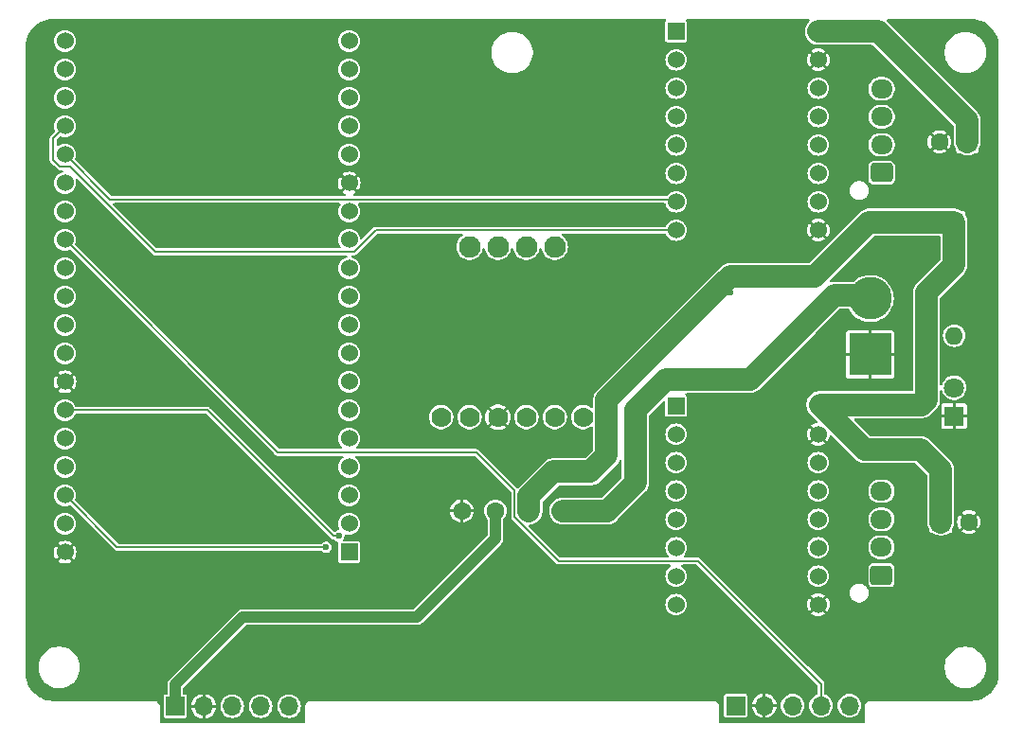
<source format=gbr>
%TF.GenerationSoftware,KiCad,Pcbnew,8.0.4*%
%TF.CreationDate,2024-09-15T13:23:28+10:00*%
%TF.ProjectId,SBR2.1,53425232-2e31-42e6-9b69-6361645f7063,rev?*%
%TF.SameCoordinates,Original*%
%TF.FileFunction,Copper,L2,Bot*%
%TF.FilePolarity,Positive*%
%FSLAX46Y46*%
G04 Gerber Fmt 4.6, Leading zero omitted, Abs format (unit mm)*
G04 Created by KiCad (PCBNEW 8.0.4) date 2024-09-15 13:23:28*
%MOMM*%
%LPD*%
G01*
G04 APERTURE LIST*
G04 Aperture macros list*
%AMRoundRect*
0 Rectangle with rounded corners*
0 $1 Rounding radius*
0 $2 $3 $4 $5 $6 $7 $8 $9 X,Y pos of 4 corners*
0 Add a 4 corners polygon primitive as box body*
4,1,4,$2,$3,$4,$5,$6,$7,$8,$9,$2,$3,0*
0 Add four circle primitives for the rounded corners*
1,1,$1+$1,$2,$3*
1,1,$1+$1,$4,$5*
1,1,$1+$1,$6,$7*
1,1,$1+$1,$8,$9*
0 Add four rect primitives between the rounded corners*
20,1,$1+$1,$2,$3,$4,$5,0*
20,1,$1+$1,$4,$5,$6,$7,0*
20,1,$1+$1,$6,$7,$8,$9,0*
20,1,$1+$1,$8,$9,$2,$3,0*%
G04 Aperture macros list end*
%TA.AperFunction,ComponentPad*%
%ADD10C,1.600000*%
%TD*%
%TA.AperFunction,ComponentPad*%
%ADD11R,1.600000X1.600000*%
%TD*%
%TA.AperFunction,ComponentPad*%
%ADD12R,1.530000X1.530000*%
%TD*%
%TA.AperFunction,ComponentPad*%
%ADD13C,1.530000*%
%TD*%
%TA.AperFunction,ComponentPad*%
%ADD14R,1.800000X1.800000*%
%TD*%
%TA.AperFunction,ComponentPad*%
%ADD15C,1.800000*%
%TD*%
%TA.AperFunction,ComponentPad*%
%ADD16R,1.700000X1.700000*%
%TD*%
%TA.AperFunction,ComponentPad*%
%ADD17O,1.700000X1.700000*%
%TD*%
%TA.AperFunction,ComponentPad*%
%ADD18C,1.778000*%
%TD*%
%TA.AperFunction,ComponentPad*%
%ADD19C,1.930400*%
%TD*%
%TA.AperFunction,ComponentPad*%
%ADD20O,1.600000X1.600000*%
%TD*%
%TA.AperFunction,ComponentPad*%
%ADD21R,3.800000X3.800000*%
%TD*%
%TA.AperFunction,ComponentPad*%
%ADD22C,3.800000*%
%TD*%
%TA.AperFunction,ComponentPad*%
%ADD23RoundRect,0.250000X0.725000X-0.600000X0.725000X0.600000X-0.725000X0.600000X-0.725000X-0.600000X0*%
%TD*%
%TA.AperFunction,ComponentPad*%
%ADD24O,1.950000X1.700000*%
%TD*%
%TA.AperFunction,ViaPad*%
%ADD25C,0.600000*%
%TD*%
%TA.AperFunction,Conductor*%
%ADD26C,2.000000*%
%TD*%
%TA.AperFunction,Conductor*%
%ADD27C,1.000000*%
%TD*%
%TA.AperFunction,Conductor*%
%ADD28C,0.200000*%
%TD*%
G04 APERTURE END LIST*
D10*
%TO.P,J7,1,Pin_1*%
%TO.N,GND*%
X122500000Y-82500000D03*
%TD*%
D11*
%TO.P,C4,1*%
%TO.N,+15V*%
X165317621Y-83500000D03*
D10*
%TO.P,C4,2*%
%TO.N,GND*%
X167817621Y-83500000D03*
%TD*%
%TO.P,J5,1,Pin_1*%
%TO.N,Net-(J1-Pin_2)*%
X131500000Y-82500000D03*
%TD*%
D12*
%TO.P,U2,1,~{ENABLE}*%
%TO.N,unconnected-(U2-~{ENABLE}-Pad1)*%
X141650000Y-39610000D03*
D13*
%TO.P,U2,2,MS1*%
%TO.N,unconnected-(U2-MS1-Pad2)*%
X141650000Y-42150000D03*
%TO.P,U2,3,MS2*%
%TO.N,unconnected-(U2-MS2-Pad3)*%
X141650000Y-44690000D03*
%TO.P,U2,4,MS3*%
%TO.N,unconnected-(U2-MS3-Pad4)*%
X141650000Y-47230000D03*
%TO.P,U2,5,~{RESET}*%
%TO.N,Net-(U2-~{RESET})*%
X141650000Y-49770000D03*
%TO.P,U2,6,~{SLEEP}*%
X141650000Y-52310000D03*
%TO.P,U2,7,STEP*%
%TO.N,/M2STEP*%
X141650000Y-54850000D03*
%TO.P,U2,8,DIR*%
%TO.N,/M2DIR*%
X141650000Y-57390000D03*
%TO.P,U2,9,GND*%
%TO.N,GND*%
X154350000Y-57390000D03*
%TO.P,U2,10,VDD*%
%TO.N,+5V*%
X154350000Y-54850000D03*
%TO.P,U2,11,1B*%
%TO.N,Net-(J3-Pin_1)*%
X154350000Y-52310000D03*
%TO.P,U2,12,1A*%
%TO.N,Net-(J3-Pin_2)*%
X154350000Y-49770000D03*
%TO.P,U2,13,2A*%
%TO.N,Net-(J3-Pin_3)*%
X154350000Y-47230000D03*
%TO.P,U2,14,2B*%
%TO.N,Net-(J3-Pin_4)*%
X154350000Y-44690000D03*
%TO.P,U2,15,GND__1*%
%TO.N,GND*%
X154350000Y-42150000D03*
%TO.P,U2,16,VMOT*%
%TO.N,+15V*%
X154350000Y-39610000D03*
%TD*%
D14*
%TO.P,D2,1,K*%
%TO.N,GND*%
X166500000Y-74025000D03*
D15*
%TO.P,D2,2,A*%
%TO.N,Net-(D2-A)*%
X166500000Y-71485000D03*
%TD*%
D10*
%TO.P,J6,1,Pin_1*%
%TO.N,+5V*%
X125500000Y-82500000D03*
%TD*%
D16*
%TO.P,J9,1,Pin_1*%
%TO.N,+5V*%
X146980000Y-99925000D03*
D17*
%TO.P,J9,2,Pin_2*%
%TO.N,GND*%
X149520000Y-99925000D03*
%TO.P,J9,3,Pin_3*%
%TO.N,unconnected-(J9-Pin_3-Pad3)*%
X152060000Y-99925000D03*
%TO.P,J9,4,Pin_4*%
%TO.N,/CS2*%
X154600000Y-99925000D03*
%TO.P,J9,5,Pin_5*%
%TO.N,/CLK*%
X157140000Y-99925000D03*
%TD*%
D18*
%TO.P,U6,1,VIN*%
%TO.N,+5V*%
X120650000Y-74120000D03*
%TO.P,U6,2,3VO*%
%TO.N,unconnected-(U6-3VO-Pad2)*%
X123190000Y-74120000D03*
%TO.P,U6,3,GND*%
%TO.N,GND*%
X125730000Y-74120000D03*
%TO.P,U6,4,SCL*%
%TO.N,/SCL*%
X128270000Y-74120000D03*
%TO.P,U6,5,SDA*%
%TO.N,/SDA*%
X130810000Y-74120000D03*
%TO.P,U6,6,RST*%
%TO.N,unconnected-(U6-RST-Pad6)*%
X133350000Y-74120000D03*
D19*
%TO.P,U6,7,INT*%
%TO.N,unconnected-(U6-INT-Pad7)*%
X123190000Y-58880000D03*
%TO.P,U6,8,ADR*%
%TO.N,unconnected-(U6-ADR-Pad8)*%
X125730000Y-58880000D03*
%TO.P,U6,9,PS0*%
%TO.N,unconnected-(U6-PS0-Pad9)*%
X128270000Y-58880000D03*
%TO.P,U6,10,PS1*%
%TO.N,unconnected-(U6-PS1-Pad10)*%
X130810000Y-58880000D03*
%TD*%
D10*
%TO.P,J4,1,Pin_1*%
%TO.N,+15V*%
X128500000Y-82500000D03*
%TD*%
D12*
%TO.P,U3,1,3V3*%
%TO.N,+3V3*%
X112427500Y-86200000D03*
D13*
%TO.P,U3,2,EN*%
%TO.N,unconnected-(U3-EN-Pad2)*%
X112427500Y-83660000D03*
%TO.P,U3,3,SENSOR_VP*%
%TO.N,unconnected-(U3-SENSOR_VP-Pad3)*%
X112427500Y-81120000D03*
%TO.P,U3,4,SENSOR_VN*%
%TO.N,unconnected-(U3-SENSOR_VN-Pad4)*%
X112427500Y-78580000D03*
%TO.P,U3,5,IO34*%
%TO.N,unconnected-(U3-IO34-Pad5)*%
X112427500Y-76040000D03*
%TO.P,U3,6,IO35*%
%TO.N,unconnected-(U3-IO35-Pad6)*%
X112427500Y-73500000D03*
%TO.P,U3,7,IO32*%
%TO.N,unconnected-(U3-IO32-Pad7)*%
X112427500Y-70960000D03*
%TO.P,U3,8,IO33*%
%TO.N,unconnected-(U3-IO33-Pad8)*%
X112427500Y-68420000D03*
%TO.P,U3,9,IO25*%
%TO.N,unconnected-(U3-IO25-Pad9)*%
X112427500Y-65880000D03*
%TO.P,U3,10,IO26*%
%TO.N,unconnected-(U3-IO26-Pad10)*%
X112427500Y-63340000D03*
%TO.P,U3,11,IO27*%
%TO.N,unconnected-(U3-IO27-Pad11)*%
X112427500Y-60800000D03*
%TO.P,U3,12,IO14*%
%TO.N,unconnected-(U3-IO14-Pad12)*%
X112427500Y-58260000D03*
%TO.P,U3,13,IO12*%
%TO.N,unconnected-(U3-IO12-Pad13)*%
X112427500Y-55720000D03*
%TO.P,U3,14,GND1*%
%TO.N,GND*%
X112427500Y-53180000D03*
%TO.P,U3,15,IO13*%
%TO.N,unconnected-(U3-IO13-Pad15)*%
X112427500Y-50640000D03*
%TO.P,U3,16,SD2*%
%TO.N,unconnected-(U3-SD2-Pad16)*%
X112427500Y-48100000D03*
%TO.P,U3,17,SD3*%
%TO.N,unconnected-(U3-SD3-Pad17)*%
X112427500Y-45560000D03*
%TO.P,U3,18,CMD*%
%TO.N,unconnected-(U3-CMD-Pad18)*%
X112427500Y-43020000D03*
%TO.P,U3,19,EXT_5V*%
%TO.N,+5V*%
X112427500Y-40480000D03*
%TO.P,U3,20,CLK*%
%TO.N,unconnected-(U3-CLK-Pad20)*%
X87027500Y-40480000D03*
%TO.P,U3,21,SD0*%
%TO.N,unconnected-(U3-SD0-Pad21)*%
X87027500Y-43020000D03*
%TO.P,U3,22,SD1*%
%TO.N,unconnected-(U3-SD1-Pad22)*%
X87027500Y-45560000D03*
%TO.P,U3,23,IO15*%
%TO.N,/M2DIR*%
X87027500Y-48100000D03*
%TO.P,U3,24,IO2*%
%TO.N,/M2STEP*%
X87027500Y-50640000D03*
%TO.P,U3,25,IO0*%
%TO.N,/M1DIR*%
X87027500Y-53180000D03*
%TO.P,U3,26,IO4*%
%TO.N,/M1STEP*%
X87027500Y-55720000D03*
%TO.P,U3,27,IO16*%
%TO.N,/CS2*%
X87027500Y-58260000D03*
%TO.P,U3,28,IO17*%
%TO.N,/CS1*%
X87027500Y-60800000D03*
%TO.P,U3,29,IO5*%
%TO.N,unconnected-(U3-IO5-Pad29)*%
X87027500Y-63340000D03*
%TO.P,U3,30,IO18*%
%TO.N,/CLK*%
X87027500Y-65880000D03*
%TO.P,U3,31,IO19*%
%TO.N,unconnected-(U3-IO19-Pad31)*%
X87027500Y-68420000D03*
%TO.P,U3,32,GND2*%
%TO.N,GND*%
X87027500Y-70960000D03*
%TO.P,U3,33,IO21*%
%TO.N,/SDA*%
X87027500Y-73500000D03*
%TO.P,U3,34,RXD0*%
%TO.N,unconnected-(U3-RXD0-Pad34)*%
X87027500Y-76040000D03*
%TO.P,U3,35,TXD0*%
%TO.N,unconnected-(U3-TXD0-Pad35)*%
X87027500Y-78580000D03*
%TO.P,U3,36,IO22*%
%TO.N,/SCL*%
X87027500Y-81120000D03*
%TO.P,U3,37,IO23*%
%TO.N,/DIN*%
X87027500Y-83660000D03*
%TO.P,U3,38,GND3*%
%TO.N,GND*%
X87027500Y-86200000D03*
%TD*%
D11*
%TO.P,D1,1,K*%
%TO.N,+15V*%
X166500000Y-56670000D03*
D20*
%TO.P,D1,2,A*%
%TO.N,Net-(D1-A)*%
X166500000Y-66830000D03*
%TD*%
D16*
%TO.P,J8,1,Pin_1*%
%TO.N,+5V*%
X96890000Y-99975000D03*
D17*
%TO.P,J8,2,Pin_2*%
%TO.N,GND*%
X99430000Y-99975000D03*
%TO.P,J8,3,Pin_3*%
%TO.N,/DIN*%
X101970000Y-99975000D03*
%TO.P,J8,4,Pin_4*%
%TO.N,/CS1*%
X104510000Y-99975000D03*
%TO.P,J8,5,Pin_5*%
%TO.N,/CLK*%
X107050000Y-99975000D03*
%TD*%
D11*
%TO.P,C3,1*%
%TO.N,+15V*%
X167682380Y-49500000D03*
D10*
%TO.P,C3,2*%
%TO.N,GND*%
X165182380Y-49500000D03*
%TD*%
D21*
%TO.P,J1,1,Pin_1*%
%TO.N,GND*%
X159000000Y-68500000D03*
D22*
%TO.P,J1,2,Pin_2*%
%TO.N,Net-(J1-Pin_2)*%
X159000000Y-63500000D03*
%TD*%
D12*
%TO.P,U1,1,~{ENABLE}*%
%TO.N,unconnected-(U1-~{ENABLE}-Pad1)*%
X141650000Y-73110000D03*
D13*
%TO.P,U1,2,MS1*%
%TO.N,unconnected-(U1-MS1-Pad2)*%
X141650000Y-75650000D03*
%TO.P,U1,3,MS2*%
%TO.N,unconnected-(U1-MS2-Pad3)*%
X141650000Y-78190000D03*
%TO.P,U1,4,MS3*%
%TO.N,unconnected-(U1-MS3-Pad4)*%
X141650000Y-80730000D03*
%TO.P,U1,5,~{RESET}*%
%TO.N,Net-(U1-~{RESET})*%
X141650000Y-83270000D03*
%TO.P,U1,6,~{SLEEP}*%
X141650000Y-85810000D03*
%TO.P,U1,7,STEP*%
%TO.N,/M1STEP*%
X141650000Y-88350000D03*
%TO.P,U1,8,DIR*%
%TO.N,/M1DIR*%
X141650000Y-90890000D03*
%TO.P,U1,9,GND*%
%TO.N,GND*%
X154350000Y-90890000D03*
%TO.P,U1,10,VDD*%
%TO.N,+5V*%
X154350000Y-88350000D03*
%TO.P,U1,11,1B*%
%TO.N,Net-(J2-Pin_1)*%
X154350000Y-85810000D03*
%TO.P,U1,12,1A*%
%TO.N,Net-(J2-Pin_2)*%
X154350000Y-83270000D03*
%TO.P,U1,13,2A*%
%TO.N,Net-(J2-Pin_3)*%
X154350000Y-80730000D03*
%TO.P,U1,14,2B*%
%TO.N,Net-(J2-Pin_4)*%
X154350000Y-78190000D03*
%TO.P,U1,15,GND__1*%
%TO.N,GND*%
X154350000Y-75650000D03*
%TO.P,U1,16,VMOT*%
%TO.N,+15V*%
X154350000Y-73110000D03*
%TD*%
D23*
%TO.P,J3,1,Pin_1*%
%TO.N,Net-(J3-Pin_1)*%
X160025000Y-52250000D03*
D24*
%TO.P,J3,2,Pin_2*%
%TO.N,Net-(J3-Pin_2)*%
X160025000Y-49750000D03*
%TO.P,J3,3,Pin_3*%
%TO.N,Net-(J3-Pin_3)*%
X160025000Y-47250000D03*
%TO.P,J3,4,Pin_4*%
%TO.N,Net-(J3-Pin_4)*%
X160025000Y-44750000D03*
%TD*%
D23*
%TO.P,J2,1,Pin_1*%
%TO.N,Net-(J2-Pin_1)*%
X160000000Y-88250000D03*
D24*
%TO.P,J2,2,Pin_2*%
%TO.N,Net-(J2-Pin_2)*%
X160000000Y-85750000D03*
%TO.P,J2,3,Pin_3*%
%TO.N,Net-(J2-Pin_3)*%
X160000000Y-83250000D03*
%TO.P,J2,4,Pin_4*%
%TO.N,Net-(J2-Pin_4)*%
X160000000Y-80750000D03*
%TD*%
D25*
%TO.N,+15V*%
X151500000Y-61000000D03*
X150500000Y-62000000D03*
X147500000Y-61000000D03*
X151500000Y-62000000D03*
X149500000Y-62000000D03*
X148500000Y-61000000D03*
X148500000Y-62000000D03*
X149500000Y-61000000D03*
X146500000Y-61000000D03*
X150500000Y-61000000D03*
X146500000Y-63000000D03*
X147500000Y-62000000D03*
X146500000Y-62000000D03*
%TO.N,/SDA*%
X111500000Y-84750000D03*
%TO.N,/SCL*%
X110350000Y-85750000D03*
%TD*%
D26*
%TO.N,Net-(J1-Pin_2)*%
X138000000Y-80000000D02*
X135500000Y-82500000D01*
X135500000Y-82500000D02*
X131500000Y-82500000D01*
X155800000Y-63200000D02*
X148250000Y-70750000D01*
X159250000Y-63200000D02*
X155800000Y-63200000D01*
X140750000Y-70750000D02*
X138000000Y-73500000D01*
X148250000Y-70750000D02*
X140750000Y-70750000D01*
X138000000Y-73500000D02*
X138000000Y-80000000D01*
%TO.N,+15V*%
X163500000Y-77000000D02*
X165317621Y-78817621D01*
X166500000Y-56670000D02*
X166500000Y-60500000D01*
X154350000Y-39610000D02*
X159701190Y-39610000D01*
X159701190Y-39610000D02*
X167682380Y-47591190D01*
X164000000Y-72600000D02*
X163600000Y-73000000D01*
X167682380Y-47591190D02*
X167682380Y-49500000D01*
X158500000Y-77000000D02*
X163500000Y-77000000D01*
X128500000Y-81203541D02*
X130703541Y-79000000D01*
X154050000Y-61500000D02*
X158880000Y-56670000D01*
X130703541Y-79000000D02*
X134000000Y-79000000D01*
X164000000Y-63000000D02*
X164000000Y-72600000D01*
X165317621Y-78817621D02*
X165317621Y-83500000D01*
X135439000Y-77561000D02*
X135439000Y-72561000D01*
X134000000Y-79000000D02*
X135439000Y-77561000D01*
X158880000Y-56670000D02*
X166500000Y-56670000D01*
X128500000Y-82500000D02*
X128500000Y-81203541D01*
X135439000Y-72561000D02*
X146500000Y-61500000D01*
X154500000Y-73000000D02*
X158500000Y-77000000D01*
X166500000Y-60500000D02*
X164000000Y-63000000D01*
X163600000Y-73000000D02*
X154500000Y-73000000D01*
X146500000Y-61500000D02*
X154050000Y-61500000D01*
D27*
%TO.N,+5V*%
X125500000Y-85000000D02*
X118500000Y-92000000D01*
X102915000Y-92000000D02*
X96890000Y-98025000D01*
X125500000Y-82500000D02*
X125500000Y-85000000D01*
X118500000Y-92000000D02*
X102915000Y-92000000D01*
X96890000Y-98025000D02*
X96890000Y-99975000D01*
D28*
%TO.N,/M2STEP*%
X141455000Y-54655000D02*
X91042500Y-54655000D01*
X91042500Y-54655000D02*
X87027500Y-50640000D01*
X141650000Y-54850000D02*
X141455000Y-54655000D01*
%TO.N,/M2DIR*%
X85962500Y-51081138D02*
X85962500Y-49165000D01*
X87468638Y-51705000D02*
X86586362Y-51705000D01*
X141650000Y-57390000D02*
X114803638Y-57390000D01*
X85962500Y-49165000D02*
X87027500Y-48100000D01*
X114803638Y-57390000D02*
X112868638Y-59325000D01*
X112868638Y-59325000D02*
X95088638Y-59325000D01*
X86586362Y-51705000D02*
X85962500Y-51081138D01*
X95088638Y-59325000D02*
X87468638Y-51705000D01*
%TO.N,/SDA*%
X99750000Y-73500000D02*
X87027500Y-73500000D01*
X111000000Y-84750000D02*
X99750000Y-73500000D01*
X111500000Y-84750000D02*
X111000000Y-84750000D01*
%TO.N,/SCL*%
X91657500Y-85750000D02*
X87027500Y-81120000D01*
X110350000Y-85750000D02*
X91657500Y-85750000D01*
%TO.N,/CS2*%
X123803198Y-77268261D02*
X106035761Y-77268261D01*
X154600000Y-99925000D02*
X154600000Y-97975000D01*
X106035761Y-77268261D02*
X87027500Y-58260000D01*
X127200000Y-83038478D02*
X127200000Y-80665063D01*
X143625000Y-87000000D02*
X131161522Y-87000000D01*
X131161522Y-87000000D02*
X127200000Y-83038478D01*
X154600000Y-97975000D02*
X143625000Y-87000000D01*
X127200000Y-80665063D02*
X123803198Y-77268261D01*
%TD*%
%TA.AperFunction,Conductor*%
%TO.N,GND*%
G36*
X140709100Y-38520185D02*
G01*
X140754855Y-38572989D01*
X140764799Y-38642147D01*
X140745163Y-38693391D01*
X140696132Y-38766769D01*
X140696131Y-38766770D01*
X140684500Y-38825247D01*
X140684500Y-40394752D01*
X140696131Y-40453229D01*
X140696132Y-40453230D01*
X140740447Y-40519552D01*
X140806769Y-40563867D01*
X140806770Y-40563868D01*
X140865247Y-40575499D01*
X140865250Y-40575500D01*
X140865252Y-40575500D01*
X142434750Y-40575500D01*
X142434751Y-40575499D01*
X142449568Y-40572552D01*
X142493229Y-40563868D01*
X142493229Y-40563867D01*
X142493231Y-40563867D01*
X142559552Y-40519552D01*
X142603867Y-40453231D01*
X142603867Y-40453229D01*
X142603868Y-40453229D01*
X142615499Y-40394752D01*
X142615500Y-40394750D01*
X142615500Y-38825249D01*
X142615499Y-38825247D01*
X142603868Y-38766770D01*
X142603867Y-38766769D01*
X142554837Y-38693391D01*
X142533959Y-38626714D01*
X142552443Y-38559334D01*
X142604422Y-38512643D01*
X142657939Y-38500500D01*
X153462375Y-38500500D01*
X153529414Y-38520185D01*
X153575169Y-38572989D01*
X153585113Y-38642147D01*
X153556088Y-38705703D01*
X153550056Y-38712181D01*
X153434312Y-38827924D01*
X153434312Y-38827925D01*
X153434310Y-38827927D01*
X153386610Y-38893579D01*
X153323240Y-38980800D01*
X153237454Y-39149163D01*
X153179059Y-39328881D01*
X153149500Y-39515513D01*
X153149500Y-39704486D01*
X153179059Y-39891118D01*
X153237454Y-40070836D01*
X153323240Y-40239199D01*
X153434310Y-40392073D01*
X153567927Y-40525690D01*
X153720801Y-40636760D01*
X153784604Y-40669269D01*
X153889163Y-40722545D01*
X153889165Y-40722545D01*
X153889168Y-40722547D01*
X153985497Y-40753846D01*
X154068881Y-40780940D01*
X154255514Y-40810500D01*
X154255519Y-40810500D01*
X159152564Y-40810500D01*
X159219603Y-40830185D01*
X159240245Y-40846819D01*
X166445561Y-48052135D01*
X166479046Y-48113458D01*
X166481880Y-48139816D01*
X166481880Y-49457549D01*
X166469558Y-49499512D01*
X166479708Y-49519345D01*
X166481880Y-49542450D01*
X166481880Y-49594486D01*
X166511439Y-49781118D01*
X166569834Y-49960836D01*
X166633696Y-50086171D01*
X166655620Y-50129199D01*
X166658194Y-50132742D01*
X166681677Y-50198546D01*
X166681880Y-50205632D01*
X166681880Y-50319752D01*
X166693511Y-50378229D01*
X166693512Y-50378230D01*
X166737827Y-50444552D01*
X166804149Y-50488867D01*
X166804150Y-50488868D01*
X166862627Y-50500499D01*
X166862630Y-50500500D01*
X166862632Y-50500500D01*
X166976747Y-50500500D01*
X167043786Y-50520185D01*
X167049634Y-50524183D01*
X167053179Y-50526759D01*
X167221543Y-50612545D01*
X167221545Y-50612545D01*
X167221548Y-50612547D01*
X167306039Y-50640000D01*
X167401261Y-50670940D01*
X167587894Y-50700500D01*
X167587899Y-50700500D01*
X167776866Y-50700500D01*
X167963498Y-50670940D01*
X168143212Y-50612547D01*
X168311579Y-50526760D01*
X168315126Y-50524183D01*
X168380932Y-50500702D01*
X168388013Y-50500500D01*
X168502130Y-50500500D01*
X168502131Y-50500499D01*
X168516948Y-50497552D01*
X168560609Y-50488868D01*
X168560609Y-50488867D01*
X168560611Y-50488867D01*
X168626932Y-50444552D01*
X168671247Y-50378231D01*
X168671247Y-50378229D01*
X168671248Y-50378229D01*
X168679932Y-50334568D01*
X168682880Y-50319748D01*
X168682880Y-50205632D01*
X168702565Y-50138593D01*
X168706557Y-50132753D01*
X168709140Y-50129199D01*
X168794927Y-49960832D01*
X168853320Y-49781118D01*
X168857264Y-49756218D01*
X168882880Y-49594486D01*
X168882880Y-47496703D01*
X168853320Y-47310071D01*
X168800812Y-47148470D01*
X168794927Y-47130358D01*
X168794925Y-47130355D01*
X168794925Y-47130353D01*
X168749259Y-47040729D01*
X168709140Y-46961991D01*
X168695763Y-46943579D01*
X168634119Y-46858732D01*
X168634116Y-46858729D01*
X168598070Y-46809116D01*
X163167665Y-41378711D01*
X165649500Y-41378711D01*
X165649500Y-41621288D01*
X165681161Y-41861785D01*
X165743947Y-42096104D01*
X165836773Y-42320205D01*
X165836777Y-42320214D01*
X165847780Y-42339271D01*
X165958064Y-42530289D01*
X165958066Y-42530292D01*
X165958067Y-42530293D01*
X166105733Y-42722736D01*
X166105739Y-42722743D01*
X166277256Y-42894260D01*
X166277262Y-42894265D01*
X166469711Y-43041936D01*
X166679788Y-43163224D01*
X166903900Y-43256054D01*
X167138211Y-43318838D01*
X167318586Y-43342584D01*
X167378711Y-43350500D01*
X167378712Y-43350500D01*
X167621289Y-43350500D01*
X167669388Y-43344167D01*
X167861789Y-43318838D01*
X168096100Y-43256054D01*
X168320212Y-43163224D01*
X168530289Y-43041936D01*
X168722738Y-42894265D01*
X168894265Y-42722738D01*
X169041936Y-42530289D01*
X169163224Y-42320212D01*
X169256054Y-42096100D01*
X169318838Y-41861789D01*
X169350500Y-41621288D01*
X169350500Y-41378712D01*
X169318838Y-41138211D01*
X169256054Y-40903900D01*
X169163224Y-40679788D01*
X169041936Y-40469711D01*
X168981018Y-40390321D01*
X168894266Y-40277263D01*
X168894260Y-40277256D01*
X168722743Y-40105739D01*
X168722736Y-40105733D01*
X168530293Y-39958067D01*
X168530292Y-39958066D01*
X168530289Y-39958064D01*
X168334912Y-39845263D01*
X168320214Y-39836777D01*
X168320205Y-39836773D01*
X168096104Y-39743947D01*
X167861785Y-39681161D01*
X167621289Y-39649500D01*
X167621288Y-39649500D01*
X167378712Y-39649500D01*
X167378711Y-39649500D01*
X167138214Y-39681161D01*
X166903895Y-39743947D01*
X166679794Y-39836773D01*
X166679785Y-39836777D01*
X166469706Y-39958067D01*
X166277263Y-40105733D01*
X166277256Y-40105739D01*
X166105739Y-40277256D01*
X166105733Y-40277263D01*
X165958067Y-40469706D01*
X165836777Y-40679785D01*
X165836773Y-40679794D01*
X165743947Y-40903895D01*
X165681161Y-41138214D01*
X165649500Y-41378711D01*
X163167665Y-41378711D01*
X160501135Y-38712181D01*
X160467650Y-38650858D01*
X160472634Y-38581166D01*
X160514506Y-38525233D01*
X160579970Y-38500816D01*
X160588816Y-38500500D01*
X167934108Y-38500500D01*
X167996249Y-38500500D01*
X168003736Y-38500726D01*
X168293796Y-38518271D01*
X168308657Y-38520075D01*
X168590798Y-38571780D01*
X168605335Y-38575363D01*
X168879172Y-38660695D01*
X168893163Y-38666000D01*
X169154743Y-38783727D01*
X169167989Y-38790680D01*
X169413465Y-38939075D01*
X169425776Y-38947573D01*
X169468189Y-38980801D01*
X169651573Y-39124473D01*
X169662781Y-39134403D01*
X169865596Y-39337218D01*
X169875526Y-39348426D01*
X170016581Y-39528470D01*
X170052422Y-39574217D01*
X170060926Y-39586537D01*
X170118128Y-39681161D01*
X170209316Y-39832004D01*
X170216275Y-39845263D01*
X170333997Y-40106831D01*
X170339306Y-40120832D01*
X170424635Y-40394663D01*
X170428219Y-40409201D01*
X170479923Y-40691340D01*
X170481728Y-40706205D01*
X170499274Y-40996263D01*
X170499500Y-41003750D01*
X170499501Y-96934109D01*
X170499501Y-96996250D01*
X170499275Y-97003737D01*
X170481729Y-97293795D01*
X170479924Y-97308660D01*
X170428220Y-97590798D01*
X170424636Y-97605336D01*
X170339305Y-97879175D01*
X170333995Y-97893177D01*
X170216278Y-98154731D01*
X170209320Y-98167988D01*
X170060929Y-98413459D01*
X170052423Y-98425783D01*
X169875526Y-98651574D01*
X169865596Y-98662782D01*
X169662782Y-98865596D01*
X169651574Y-98875526D01*
X169425783Y-99052423D01*
X169413459Y-99060929D01*
X169167988Y-99209320D01*
X169154731Y-99216278D01*
X168893177Y-99333995D01*
X168879175Y-99339305D01*
X168605336Y-99424636D01*
X168590798Y-99428220D01*
X168308660Y-99479924D01*
X168293795Y-99481729D01*
X168014455Y-99498625D01*
X168003736Y-99499274D01*
X167996251Y-99499500D01*
X158934108Y-99499500D01*
X158806812Y-99533608D01*
X158692686Y-99599500D01*
X158692683Y-99599502D01*
X158599502Y-99692683D01*
X158599500Y-99692686D01*
X158533608Y-99806812D01*
X158499500Y-99934108D01*
X158499500Y-101375500D01*
X158479815Y-101442539D01*
X158427011Y-101488294D01*
X158375500Y-101499500D01*
X145624500Y-101499500D01*
X145557461Y-101479815D01*
X145511706Y-101427011D01*
X145500500Y-101375500D01*
X145500500Y-99934110D01*
X145500500Y-99934108D01*
X145466392Y-99806814D01*
X145400500Y-99692686D01*
X145307314Y-99599500D01*
X145250250Y-99566554D01*
X145193187Y-99533608D01*
X145129539Y-99516554D01*
X145065892Y-99499500D01*
X109065892Y-99499500D01*
X108934108Y-99499500D01*
X108806812Y-99533608D01*
X108692686Y-99599500D01*
X108692683Y-99599502D01*
X108599502Y-99692683D01*
X108599500Y-99692686D01*
X108533608Y-99806812D01*
X108499500Y-99934108D01*
X108499500Y-101375500D01*
X108479815Y-101442539D01*
X108427011Y-101488294D01*
X108375500Y-101499500D01*
X95624500Y-101499500D01*
X95557461Y-101479815D01*
X95511706Y-101427011D01*
X95500500Y-101375500D01*
X95500500Y-99934110D01*
X95500500Y-99934108D01*
X95466392Y-99806814D01*
X95400500Y-99692686D01*
X95307314Y-99599500D01*
X95250250Y-99566554D01*
X95193187Y-99533608D01*
X95129539Y-99516554D01*
X95065892Y-99499500D01*
X95065891Y-99499500D01*
X86003734Y-99499500D01*
X85996247Y-99499274D01*
X85706205Y-99481729D01*
X85691340Y-99479924D01*
X85409201Y-99428220D01*
X85394663Y-99424636D01*
X85120832Y-99339307D01*
X85106831Y-99333998D01*
X84845263Y-99216276D01*
X84832004Y-99209317D01*
X84781174Y-99178589D01*
X84659851Y-99105247D01*
X95839500Y-99105247D01*
X95839500Y-100844752D01*
X95851131Y-100903229D01*
X95851132Y-100903230D01*
X95895447Y-100969552D01*
X95961769Y-101013867D01*
X95961770Y-101013868D01*
X96020247Y-101025499D01*
X96020250Y-101025500D01*
X96020252Y-101025500D01*
X97759750Y-101025500D01*
X97759751Y-101025499D01*
X97783950Y-101020686D01*
X97818229Y-101013868D01*
X97818229Y-101013867D01*
X97818231Y-101013867D01*
X97884552Y-100969552D01*
X97928867Y-100903231D01*
X97928867Y-100903229D01*
X97928868Y-100903229D01*
X97940499Y-100844752D01*
X97940500Y-100844750D01*
X97940500Y-99849999D01*
X98336869Y-99849999D01*
X98336870Y-99850000D01*
X98945856Y-99850000D01*
X98930000Y-99909174D01*
X98930000Y-100040826D01*
X98945856Y-100100000D01*
X98336870Y-100100000D01*
X98344097Y-100177989D01*
X98344097Y-100177992D01*
X98399883Y-100374063D01*
X98399886Y-100374069D01*
X98490754Y-100556556D01*
X98613608Y-100719242D01*
X98764260Y-100856578D01*
X98937584Y-100963897D01*
X99127678Y-101037539D01*
X99305000Y-101070686D01*
X99305000Y-100459144D01*
X99364174Y-100475000D01*
X99495826Y-100475000D01*
X99555000Y-100459144D01*
X99555000Y-101070686D01*
X99732321Y-101037539D01*
X99922415Y-100963897D01*
X100095739Y-100856578D01*
X100246391Y-100719242D01*
X100369245Y-100556556D01*
X100460113Y-100374069D01*
X100460116Y-100374063D01*
X100515902Y-100177992D01*
X100515902Y-100177989D01*
X100523130Y-100100000D01*
X99914144Y-100100000D01*
X99930000Y-100040826D01*
X99930000Y-99975000D01*
X100914417Y-99975000D01*
X100934699Y-100180932D01*
X100964734Y-100279944D01*
X100994768Y-100378954D01*
X101092315Y-100561450D01*
X101092317Y-100561452D01*
X101223589Y-100721410D01*
X101312953Y-100794748D01*
X101383550Y-100852685D01*
X101566046Y-100950232D01*
X101764066Y-101010300D01*
X101764065Y-101010300D01*
X101782529Y-101012118D01*
X101970000Y-101030583D01*
X102175934Y-101010300D01*
X102373954Y-100950232D01*
X102556450Y-100852685D01*
X102716410Y-100721410D01*
X102847685Y-100561450D01*
X102945232Y-100378954D01*
X103005300Y-100180934D01*
X103025583Y-99975000D01*
X103454417Y-99975000D01*
X103474699Y-100180932D01*
X103504734Y-100279944D01*
X103534768Y-100378954D01*
X103632315Y-100561450D01*
X103632317Y-100561452D01*
X103763589Y-100721410D01*
X103852953Y-100794748D01*
X103923550Y-100852685D01*
X104106046Y-100950232D01*
X104304066Y-101010300D01*
X104304065Y-101010300D01*
X104322529Y-101012118D01*
X104510000Y-101030583D01*
X104715934Y-101010300D01*
X104913954Y-100950232D01*
X105096450Y-100852685D01*
X105256410Y-100721410D01*
X105387685Y-100561450D01*
X105485232Y-100378954D01*
X105545300Y-100180934D01*
X105565583Y-99975000D01*
X105994417Y-99975000D01*
X106014699Y-100180932D01*
X106044734Y-100279944D01*
X106074768Y-100378954D01*
X106172315Y-100561450D01*
X106172317Y-100561452D01*
X106303589Y-100721410D01*
X106392953Y-100794748D01*
X106463550Y-100852685D01*
X106646046Y-100950232D01*
X106844066Y-101010300D01*
X106844065Y-101010300D01*
X106862529Y-101012118D01*
X107050000Y-101030583D01*
X107255934Y-101010300D01*
X107453954Y-100950232D01*
X107636450Y-100852685D01*
X107796410Y-100721410D01*
X107927685Y-100561450D01*
X108025232Y-100378954D01*
X108085300Y-100180934D01*
X108105583Y-99975000D01*
X108085300Y-99769066D01*
X108025232Y-99571046D01*
X107927685Y-99388550D01*
X107875702Y-99325209D01*
X107796410Y-99228589D01*
X107646121Y-99105252D01*
X107636450Y-99097315D01*
X107557747Y-99055247D01*
X145929500Y-99055247D01*
X145929500Y-100794752D01*
X145941131Y-100853229D01*
X145941132Y-100853230D01*
X145985447Y-100919552D01*
X146051769Y-100963867D01*
X146051770Y-100963868D01*
X146110247Y-100975499D01*
X146110250Y-100975500D01*
X146110252Y-100975500D01*
X147849750Y-100975500D01*
X147849751Y-100975499D01*
X147864568Y-100972552D01*
X147908229Y-100963868D01*
X147908229Y-100963867D01*
X147908231Y-100963867D01*
X147974552Y-100919552D01*
X148018867Y-100853231D01*
X148018867Y-100853229D01*
X148018868Y-100853229D01*
X148030499Y-100794752D01*
X148030500Y-100794750D01*
X148030500Y-99799999D01*
X148426869Y-99799999D01*
X148426870Y-99800000D01*
X149035856Y-99800000D01*
X149020000Y-99859174D01*
X149020000Y-99990826D01*
X149035856Y-100050000D01*
X148426870Y-100050000D01*
X148434097Y-100127989D01*
X148434097Y-100127992D01*
X148489883Y-100324063D01*
X148489886Y-100324069D01*
X148580754Y-100506556D01*
X148703608Y-100669242D01*
X148854260Y-100806578D01*
X149027584Y-100913897D01*
X149217678Y-100987539D01*
X149395000Y-101020686D01*
X149395000Y-100409144D01*
X149454174Y-100425000D01*
X149585826Y-100425000D01*
X149645000Y-100409144D01*
X149645000Y-101020686D01*
X149822321Y-100987539D01*
X150012415Y-100913897D01*
X150185739Y-100806578D01*
X150336391Y-100669242D01*
X150459245Y-100506556D01*
X150550113Y-100324069D01*
X150550116Y-100324063D01*
X150605902Y-100127992D01*
X150605902Y-100127989D01*
X150613130Y-100050000D01*
X150004144Y-100050000D01*
X150020000Y-99990826D01*
X150020000Y-99925000D01*
X151004417Y-99925000D01*
X151024699Y-100130932D01*
X151039867Y-100180934D01*
X151084768Y-100328954D01*
X151182315Y-100511450D01*
X151182317Y-100511452D01*
X151313589Y-100671410D01*
X151410209Y-100750702D01*
X151473550Y-100802685D01*
X151656046Y-100900232D01*
X151854066Y-100960300D01*
X151854065Y-100960300D01*
X151872529Y-100962118D01*
X152060000Y-100980583D01*
X152265934Y-100960300D01*
X152463954Y-100900232D01*
X152646450Y-100802685D01*
X152806410Y-100671410D01*
X152937685Y-100511450D01*
X153035232Y-100328954D01*
X153095300Y-100130934D01*
X153115583Y-99925000D01*
X153095300Y-99719066D01*
X153035232Y-99521046D01*
X152937685Y-99338550D01*
X152834812Y-99213198D01*
X152806410Y-99178589D01*
X152656121Y-99055252D01*
X152646450Y-99047315D01*
X152463954Y-98949768D01*
X152265934Y-98889700D01*
X152265932Y-98889699D01*
X152265934Y-98889699D01*
X152060000Y-98869417D01*
X151854067Y-98889699D01*
X151700998Y-98936132D01*
X151656050Y-98949767D01*
X151656043Y-98949769D01*
X151545898Y-99008643D01*
X151473550Y-99047315D01*
X151473548Y-99047316D01*
X151473547Y-99047317D01*
X151313589Y-99178589D01*
X151183526Y-99337074D01*
X151182315Y-99338550D01*
X151179700Y-99343443D01*
X151084769Y-99521043D01*
X151084768Y-99521045D01*
X151084768Y-99521046D01*
X151083285Y-99525936D01*
X151024699Y-99719067D01*
X151004417Y-99925000D01*
X150020000Y-99925000D01*
X150020000Y-99859174D01*
X150004144Y-99800000D01*
X150613130Y-99800000D01*
X150613130Y-99799999D01*
X150605902Y-99722010D01*
X150605902Y-99722007D01*
X150550116Y-99525936D01*
X150550113Y-99525930D01*
X150459245Y-99343443D01*
X150336391Y-99180757D01*
X150185739Y-99043421D01*
X150012415Y-98936102D01*
X149822321Y-98862460D01*
X149645000Y-98829312D01*
X149645000Y-99440855D01*
X149585826Y-99425000D01*
X149454174Y-99425000D01*
X149395000Y-99440855D01*
X149395000Y-98829312D01*
X149217678Y-98862460D01*
X149027584Y-98936102D01*
X148854260Y-99043421D01*
X148703608Y-99180757D01*
X148580754Y-99343443D01*
X148489886Y-99525930D01*
X148489883Y-99525936D01*
X148434097Y-99722007D01*
X148434097Y-99722010D01*
X148426869Y-99799999D01*
X148030500Y-99799999D01*
X148030500Y-99055249D01*
X148030499Y-99055247D01*
X148018868Y-98996770D01*
X148018867Y-98996769D01*
X147974552Y-98930447D01*
X147908230Y-98886132D01*
X147908229Y-98886131D01*
X147849752Y-98874500D01*
X147849748Y-98874500D01*
X146110252Y-98874500D01*
X146110247Y-98874500D01*
X146051770Y-98886131D01*
X146051769Y-98886132D01*
X145985447Y-98930447D01*
X145941132Y-98996769D01*
X145941131Y-98996770D01*
X145929500Y-99055247D01*
X107557747Y-99055247D01*
X107453954Y-98999768D01*
X107255934Y-98939700D01*
X107255932Y-98939699D01*
X107255934Y-98939699D01*
X107050000Y-98919417D01*
X106844067Y-98939699D01*
X106709736Y-98980448D01*
X106655933Y-98996769D01*
X106646043Y-98999769D01*
X106557089Y-99047317D01*
X106463550Y-99097315D01*
X106463548Y-99097316D01*
X106463547Y-99097317D01*
X106303589Y-99228589D01*
X106172317Y-99388547D01*
X106172315Y-99388550D01*
X106151111Y-99428220D01*
X106074769Y-99571043D01*
X106074768Y-99571045D01*
X106074768Y-99571046D01*
X106073285Y-99575936D01*
X106014699Y-99769067D01*
X105994417Y-99975000D01*
X105565583Y-99975000D01*
X105545300Y-99769066D01*
X105485232Y-99571046D01*
X105387685Y-99388550D01*
X105335702Y-99325209D01*
X105256410Y-99228589D01*
X105106121Y-99105252D01*
X105096450Y-99097315D01*
X104913954Y-98999768D01*
X104715934Y-98939700D01*
X104715932Y-98939699D01*
X104715934Y-98939699D01*
X104510000Y-98919417D01*
X104304067Y-98939699D01*
X104169736Y-98980448D01*
X104115933Y-98996769D01*
X104106043Y-98999769D01*
X104017089Y-99047317D01*
X103923550Y-99097315D01*
X103923548Y-99097316D01*
X103923547Y-99097317D01*
X103763589Y-99228589D01*
X103632317Y-99388547D01*
X103632315Y-99388550D01*
X103611111Y-99428220D01*
X103534769Y-99571043D01*
X103534768Y-99571045D01*
X103534768Y-99571046D01*
X103533285Y-99575936D01*
X103474699Y-99769067D01*
X103454417Y-99975000D01*
X103025583Y-99975000D01*
X103005300Y-99769066D01*
X102945232Y-99571046D01*
X102847685Y-99388550D01*
X102795702Y-99325209D01*
X102716410Y-99228589D01*
X102566121Y-99105252D01*
X102556450Y-99097315D01*
X102373954Y-98999768D01*
X102175934Y-98939700D01*
X102175932Y-98939699D01*
X102175934Y-98939699D01*
X101970000Y-98919417D01*
X101764067Y-98939699D01*
X101629736Y-98980448D01*
X101575933Y-98996769D01*
X101566043Y-98999769D01*
X101477089Y-99047317D01*
X101383550Y-99097315D01*
X101383548Y-99097316D01*
X101383547Y-99097317D01*
X101223589Y-99228589D01*
X101092317Y-99388547D01*
X101092315Y-99388550D01*
X101071111Y-99428220D01*
X100994769Y-99571043D01*
X100994768Y-99571045D01*
X100994768Y-99571046D01*
X100993285Y-99575936D01*
X100934699Y-99769067D01*
X100914417Y-99975000D01*
X99930000Y-99975000D01*
X99930000Y-99909174D01*
X99914144Y-99850000D01*
X100523130Y-99850000D01*
X100523130Y-99849999D01*
X100515902Y-99772010D01*
X100515902Y-99772007D01*
X100460116Y-99575936D01*
X100460113Y-99575930D01*
X100369245Y-99393443D01*
X100246391Y-99230757D01*
X100095739Y-99093421D01*
X99922415Y-98986102D01*
X99732321Y-98912460D01*
X99555000Y-98879312D01*
X99555000Y-99490855D01*
X99495826Y-99475000D01*
X99364174Y-99475000D01*
X99305000Y-99490855D01*
X99305000Y-98879312D01*
X99127678Y-98912460D01*
X98937584Y-98986102D01*
X98764260Y-99093421D01*
X98613608Y-99230757D01*
X98490754Y-99393443D01*
X98399886Y-99575930D01*
X98399883Y-99575936D01*
X98344097Y-99772007D01*
X98344097Y-99772010D01*
X98336869Y-99849999D01*
X97940500Y-99849999D01*
X97940500Y-99105249D01*
X97940499Y-99105247D01*
X97928868Y-99046770D01*
X97928867Y-99046769D01*
X97884552Y-98980447D01*
X97818230Y-98936132D01*
X97818229Y-98936131D01*
X97759752Y-98924500D01*
X97759748Y-98924500D01*
X97714500Y-98924500D01*
X97647461Y-98904815D01*
X97601706Y-98852011D01*
X97590500Y-98800500D01*
X97590500Y-98366519D01*
X97610185Y-98299480D01*
X97626819Y-98278838D01*
X103168838Y-92736819D01*
X103230161Y-92703334D01*
X103256519Y-92700500D01*
X118568996Y-92700500D01*
X118660040Y-92682389D01*
X118704328Y-92673580D01*
X118768069Y-92647177D01*
X118831807Y-92620777D01*
X118831808Y-92620776D01*
X118831811Y-92620775D01*
X118946543Y-92544114D01*
X120600657Y-90890000D01*
X140679828Y-90890000D01*
X140698469Y-91079269D01*
X140729638Y-91182020D01*
X140753678Y-91261269D01*
X140827831Y-91400000D01*
X140843332Y-91429000D01*
X140963984Y-91576015D01*
X141066291Y-91659976D01*
X141111001Y-91696669D01*
X141278731Y-91786322D01*
X141460729Y-91841530D01*
X141460728Y-91841530D01*
X141477698Y-91843201D01*
X141650000Y-91860172D01*
X141839271Y-91841530D01*
X142021269Y-91786322D01*
X142188999Y-91696669D01*
X142336015Y-91576015D01*
X142456669Y-91428999D01*
X142546322Y-91261269D01*
X142601530Y-91079271D01*
X142620172Y-90890000D01*
X142601530Y-90700729D01*
X142546322Y-90518731D01*
X142456669Y-90351001D01*
X142386833Y-90265906D01*
X142336015Y-90203984D01*
X142189000Y-90083332D01*
X142188999Y-90083331D01*
X142021269Y-89993678D01*
X141839271Y-89938470D01*
X141839269Y-89938469D01*
X141839271Y-89938469D01*
X141650000Y-89919828D01*
X141460730Y-89938469D01*
X141278731Y-89993678D01*
X141110999Y-90083332D01*
X140963984Y-90203984D01*
X140843332Y-90350999D01*
X140753678Y-90518731D01*
X140698469Y-90700730D01*
X140679828Y-90890000D01*
X120600657Y-90890000D01*
X126044114Y-85446543D01*
X126120775Y-85331811D01*
X126137909Y-85290447D01*
X126154869Y-85249500D01*
X126173580Y-85204328D01*
X126187939Y-85132143D01*
X126200500Y-85068996D01*
X126200500Y-83267902D01*
X126220185Y-83200863D01*
X126228642Y-83189242D01*
X126335910Y-83058538D01*
X126413260Y-82913827D01*
X126428811Y-82884733D01*
X126428811Y-82884732D01*
X126428814Y-82884727D01*
X126486024Y-82696132D01*
X126505341Y-82500000D01*
X126486024Y-82303868D01*
X126428814Y-82115273D01*
X126428811Y-82115269D01*
X126428811Y-82115266D01*
X126335913Y-81941467D01*
X126335909Y-81941460D01*
X126210883Y-81789116D01*
X126058539Y-81664090D01*
X126058532Y-81664086D01*
X125884733Y-81571188D01*
X125884727Y-81571186D01*
X125696132Y-81513976D01*
X125696129Y-81513975D01*
X125500000Y-81494659D01*
X125303870Y-81513975D01*
X125115266Y-81571188D01*
X124941467Y-81664086D01*
X124941460Y-81664090D01*
X124789116Y-81789116D01*
X124664090Y-81941460D01*
X124664086Y-81941467D01*
X124571188Y-82115266D01*
X124513975Y-82303870D01*
X124494659Y-82500000D01*
X124513975Y-82696129D01*
X124513976Y-82696132D01*
X124561662Y-82853332D01*
X124571188Y-82884733D01*
X124664086Y-83058532D01*
X124664090Y-83058539D01*
X124698117Y-83100000D01*
X124771353Y-83189238D01*
X124798666Y-83253546D01*
X124799500Y-83267902D01*
X124799500Y-84658481D01*
X124779815Y-84725520D01*
X124763181Y-84746162D01*
X118246162Y-91263181D01*
X118184839Y-91296666D01*
X118158481Y-91299500D01*
X102846004Y-91299500D01*
X102710677Y-91326418D01*
X102710667Y-91326421D01*
X102583192Y-91379222D01*
X102468454Y-91455887D01*
X96345887Y-97578454D01*
X96269223Y-97693192D01*
X96216421Y-97820668D01*
X96216418Y-97820678D01*
X96203358Y-97886337D01*
X96189500Y-97956004D01*
X96189500Y-98800500D01*
X96169815Y-98867539D01*
X96117011Y-98913294D01*
X96065500Y-98924500D01*
X96020247Y-98924500D01*
X95961770Y-98936131D01*
X95961769Y-98936132D01*
X95895447Y-98980447D01*
X95851132Y-99046769D01*
X95851131Y-99046770D01*
X95839500Y-99105247D01*
X84659851Y-99105247D01*
X84586537Y-99060927D01*
X84574217Y-99052423D01*
X84567001Y-99046770D01*
X84366515Y-98889699D01*
X84348426Y-98875527D01*
X84337218Y-98865597D01*
X84134403Y-98662782D01*
X84124473Y-98651574D01*
X83947572Y-98425777D01*
X83939074Y-98413466D01*
X83790678Y-98167988D01*
X83783726Y-98154744D01*
X83665999Y-97893164D01*
X83660692Y-97879168D01*
X83654410Y-97859009D01*
X83575362Y-97605335D01*
X83571779Y-97590798D01*
X83520075Y-97308660D01*
X83518270Y-97293795D01*
X83500726Y-97003753D01*
X83500500Y-96996266D01*
X83500500Y-96378711D01*
X84649500Y-96378711D01*
X84649500Y-96621288D01*
X84681161Y-96861785D01*
X84743947Y-97096104D01*
X84775372Y-97171970D01*
X84836776Y-97320212D01*
X84958064Y-97530289D01*
X84958066Y-97530292D01*
X84958067Y-97530293D01*
X85105733Y-97722736D01*
X85105739Y-97722743D01*
X85277256Y-97894260D01*
X85277262Y-97894265D01*
X85469711Y-98041936D01*
X85679788Y-98163224D01*
X85903900Y-98256054D01*
X86138211Y-98318838D01*
X86318586Y-98342584D01*
X86378711Y-98350500D01*
X86378712Y-98350500D01*
X86621289Y-98350500D01*
X86669388Y-98344167D01*
X86861789Y-98318838D01*
X87096100Y-98256054D01*
X87320212Y-98163224D01*
X87530289Y-98041936D01*
X87722738Y-97894265D01*
X87894265Y-97722738D01*
X88041936Y-97530289D01*
X88163224Y-97320212D01*
X88256054Y-97096100D01*
X88318838Y-96861789D01*
X88350500Y-96621288D01*
X88350500Y-96378712D01*
X88318838Y-96138211D01*
X88256054Y-95903900D01*
X88163224Y-95679788D01*
X88041936Y-95469711D01*
X87894265Y-95277262D01*
X87894260Y-95277256D01*
X87722743Y-95105739D01*
X87722736Y-95105733D01*
X87530293Y-94958067D01*
X87530292Y-94958066D01*
X87530289Y-94958064D01*
X87320212Y-94836776D01*
X87320205Y-94836773D01*
X87096104Y-94743947D01*
X86861785Y-94681161D01*
X86621289Y-94649500D01*
X86621288Y-94649500D01*
X86378712Y-94649500D01*
X86378711Y-94649500D01*
X86138214Y-94681161D01*
X85903895Y-94743947D01*
X85679794Y-94836773D01*
X85679785Y-94836777D01*
X85469706Y-94958067D01*
X85277263Y-95105733D01*
X85277256Y-95105739D01*
X85105739Y-95277256D01*
X85105733Y-95277263D01*
X84958067Y-95469706D01*
X84836777Y-95679785D01*
X84836773Y-95679794D01*
X84743947Y-95903895D01*
X84681161Y-96138214D01*
X84649500Y-96378711D01*
X83500500Y-96378711D01*
X83500500Y-86200000D01*
X86007589Y-86200000D01*
X86027185Y-86398972D01*
X86085227Y-86590308D01*
X86179471Y-86766626D01*
X86179475Y-86766632D01*
X86226631Y-86824092D01*
X86589448Y-86461274D01*
X86619398Y-86513147D01*
X86714353Y-86608102D01*
X86766224Y-86638050D01*
X86403406Y-87000867D01*
X86403407Y-87000868D01*
X86460866Y-87048023D01*
X86460873Y-87048028D01*
X86637191Y-87142272D01*
X86828527Y-87200314D01*
X87027500Y-87219910D01*
X87226472Y-87200314D01*
X87417806Y-87142273D01*
X87594130Y-87048025D01*
X87594133Y-87048023D01*
X87651591Y-87000868D01*
X87651591Y-87000867D01*
X87288775Y-86638050D01*
X87340647Y-86608102D01*
X87435602Y-86513147D01*
X87465550Y-86461274D01*
X87828367Y-86824091D01*
X87828368Y-86824091D01*
X87875523Y-86766633D01*
X87875525Y-86766630D01*
X87969773Y-86590306D01*
X88027814Y-86398972D01*
X88047410Y-86200000D01*
X88027814Y-86001027D01*
X87969772Y-85809691D01*
X87875528Y-85633373D01*
X87875523Y-85633366D01*
X87828368Y-85575907D01*
X87828367Y-85575906D01*
X87465550Y-85938724D01*
X87435602Y-85886853D01*
X87340647Y-85791898D01*
X87288774Y-85761949D01*
X87651592Y-85399131D01*
X87651592Y-85399130D01*
X87594132Y-85351975D01*
X87594126Y-85351971D01*
X87417808Y-85257727D01*
X87226472Y-85199685D01*
X87027500Y-85180089D01*
X86828527Y-85199685D01*
X86637191Y-85257727D01*
X86460874Y-85351970D01*
X86460862Y-85351979D01*
X86403407Y-85399129D01*
X86403407Y-85399132D01*
X86766225Y-85761949D01*
X86714353Y-85791898D01*
X86619398Y-85886853D01*
X86589449Y-85938724D01*
X86226632Y-85575907D01*
X86226629Y-85575907D01*
X86179479Y-85633362D01*
X86179470Y-85633374D01*
X86085227Y-85809691D01*
X86027185Y-86001027D01*
X86007589Y-86200000D01*
X83500500Y-86200000D01*
X83500500Y-83660000D01*
X86057328Y-83660000D01*
X86075969Y-83849269D01*
X86097321Y-83919657D01*
X86131178Y-84031269D01*
X86203365Y-84166322D01*
X86220832Y-84199000D01*
X86341484Y-84346015D01*
X86443791Y-84429976D01*
X86488501Y-84466669D01*
X86656231Y-84556322D01*
X86838229Y-84611530D01*
X86838228Y-84611530D01*
X86855198Y-84613201D01*
X87027500Y-84630172D01*
X87216771Y-84611530D01*
X87398769Y-84556322D01*
X87566499Y-84466669D01*
X87713515Y-84346015D01*
X87834169Y-84198999D01*
X87923822Y-84031269D01*
X87979030Y-83849271D01*
X87997672Y-83660000D01*
X87979030Y-83470729D01*
X87923822Y-83288731D01*
X87834169Y-83121001D01*
X87782907Y-83058539D01*
X87713515Y-82973984D01*
X87566500Y-82853332D01*
X87566499Y-82853331D01*
X87398769Y-82763678D01*
X87216771Y-82708470D01*
X87216769Y-82708469D01*
X87216771Y-82708469D01*
X87027500Y-82689828D01*
X86838230Y-82708469D01*
X86656231Y-82763678D01*
X86488499Y-82853332D01*
X86341484Y-82973984D01*
X86220832Y-83120999D01*
X86131178Y-83288731D01*
X86075969Y-83470730D01*
X86057328Y-83660000D01*
X83500500Y-83660000D01*
X83500500Y-81120000D01*
X86057328Y-81120000D01*
X86075969Y-81309269D01*
X86081973Y-81329060D01*
X86131178Y-81491269D01*
X86203365Y-81626322D01*
X86220832Y-81659000D01*
X86341484Y-81806015D01*
X86420425Y-81870800D01*
X86488501Y-81926669D01*
X86656231Y-82016322D01*
X86838229Y-82071530D01*
X86838228Y-82071530D01*
X86855198Y-82073201D01*
X87027500Y-82090172D01*
X87216771Y-82071530D01*
X87398769Y-82016322D01*
X87398775Y-82016318D01*
X87404434Y-82014602D01*
X87474301Y-82013979D01*
X87528111Y-82045582D01*
X91472989Y-85990460D01*
X91541512Y-86030022D01*
X91617938Y-86050500D01*
X109891499Y-86050500D01*
X109958538Y-86070185D01*
X109985211Y-86093296D01*
X110018872Y-86132143D01*
X110139947Y-86209953D01*
X110139950Y-86209954D01*
X110139949Y-86209954D01*
X110278036Y-86250499D01*
X110278038Y-86250500D01*
X110278039Y-86250500D01*
X110421962Y-86250500D01*
X110421962Y-86250499D01*
X110560053Y-86209953D01*
X110681128Y-86132143D01*
X110775377Y-86023373D01*
X110835165Y-85892457D01*
X110855647Y-85750000D01*
X110835165Y-85607543D01*
X110775377Y-85476627D01*
X110681128Y-85367857D01*
X110560053Y-85290047D01*
X110560051Y-85290046D01*
X110560049Y-85290045D01*
X110560050Y-85290045D01*
X110421963Y-85249500D01*
X110421961Y-85249500D01*
X110278039Y-85249500D01*
X110278036Y-85249500D01*
X110139949Y-85290045D01*
X110018873Y-85367856D01*
X109985212Y-85406703D01*
X109926433Y-85444477D01*
X109891499Y-85449500D01*
X91833333Y-85449500D01*
X91766294Y-85429815D01*
X91745652Y-85413181D01*
X87953082Y-81620611D01*
X87919597Y-81559288D01*
X87922102Y-81496934D01*
X87923818Y-81491275D01*
X87923822Y-81491269D01*
X87979030Y-81309271D01*
X87997672Y-81120000D01*
X87979030Y-80930729D01*
X87923822Y-80748731D01*
X87834169Y-80581001D01*
X87751732Y-80480552D01*
X87713515Y-80433984D01*
X87566500Y-80313332D01*
X87566499Y-80313331D01*
X87398769Y-80223678D01*
X87216771Y-80168470D01*
X87216769Y-80168469D01*
X87216771Y-80168469D01*
X87027500Y-80149828D01*
X86838230Y-80168469D01*
X86656231Y-80223678D01*
X86488499Y-80313332D01*
X86341484Y-80433984D01*
X86220832Y-80580999D01*
X86131178Y-80748731D01*
X86075969Y-80930730D01*
X86057328Y-81120000D01*
X83500500Y-81120000D01*
X83500500Y-78580000D01*
X86057328Y-78580000D01*
X86075969Y-78769269D01*
X86075970Y-78769271D01*
X86131178Y-78951269D01*
X86203365Y-79086322D01*
X86220832Y-79119000D01*
X86341484Y-79266015D01*
X86431500Y-79339889D01*
X86488501Y-79386669D01*
X86656231Y-79476322D01*
X86838229Y-79531530D01*
X86838228Y-79531530D01*
X86855198Y-79533201D01*
X87027500Y-79550172D01*
X87216771Y-79531530D01*
X87398769Y-79476322D01*
X87566499Y-79386669D01*
X87713515Y-79266015D01*
X87834169Y-79118999D01*
X87923822Y-78951269D01*
X87979030Y-78769271D01*
X87997672Y-78580000D01*
X87979030Y-78390729D01*
X87923822Y-78208731D01*
X87834169Y-78041001D01*
X87782121Y-77977581D01*
X87713515Y-77893984D01*
X87566500Y-77773332D01*
X87566499Y-77773331D01*
X87398769Y-77683678D01*
X87216771Y-77628470D01*
X87216769Y-77628469D01*
X87216771Y-77628469D01*
X87027500Y-77609828D01*
X86838230Y-77628469D01*
X86656231Y-77683678D01*
X86488499Y-77773332D01*
X86341484Y-77893984D01*
X86220832Y-78040999D01*
X86131178Y-78208731D01*
X86075969Y-78390730D01*
X86057328Y-78580000D01*
X83500500Y-78580000D01*
X83500500Y-76040000D01*
X86057328Y-76040000D01*
X86075969Y-76229269D01*
X86075970Y-76229271D01*
X86131178Y-76411269D01*
X86203365Y-76546322D01*
X86220832Y-76579000D01*
X86341484Y-76726015D01*
X86368161Y-76747908D01*
X86488501Y-76846669D01*
X86656231Y-76936322D01*
X86838229Y-76991530D01*
X86838228Y-76991530D01*
X86855198Y-76993201D01*
X87027500Y-77010172D01*
X87216771Y-76991530D01*
X87398769Y-76936322D01*
X87566499Y-76846669D01*
X87713515Y-76726015D01*
X87834169Y-76578999D01*
X87923822Y-76411269D01*
X87979030Y-76229271D01*
X87997672Y-76040000D01*
X87979030Y-75850729D01*
X87923822Y-75668731D01*
X87834169Y-75501001D01*
X87793156Y-75451027D01*
X87713515Y-75353984D01*
X87566500Y-75233332D01*
X87566499Y-75233331D01*
X87398769Y-75143678D01*
X87216771Y-75088470D01*
X87216769Y-75088469D01*
X87216771Y-75088469D01*
X87027500Y-75069828D01*
X86838230Y-75088469D01*
X86656231Y-75143678D01*
X86488499Y-75233332D01*
X86341484Y-75353984D01*
X86220832Y-75500999D01*
X86131178Y-75668731D01*
X86075969Y-75850730D01*
X86057328Y-76040000D01*
X83500500Y-76040000D01*
X83500500Y-73500000D01*
X86057328Y-73500000D01*
X86075969Y-73689269D01*
X86104121Y-73782074D01*
X86131178Y-73871269D01*
X86220830Y-74038997D01*
X86220832Y-74039000D01*
X86341484Y-74186015D01*
X86443791Y-74269976D01*
X86488501Y-74306669D01*
X86656231Y-74396322D01*
X86838229Y-74451530D01*
X86838228Y-74451530D01*
X86855198Y-74453201D01*
X87027500Y-74470172D01*
X87216771Y-74451530D01*
X87398769Y-74396322D01*
X87566499Y-74306669D01*
X87713515Y-74186015D01*
X87834169Y-74038999D01*
X87923822Y-73871269D01*
X87923822Y-73871266D01*
X87926612Y-73866048D01*
X87975574Y-73816203D01*
X88035971Y-73800500D01*
X99574167Y-73800500D01*
X99641206Y-73820185D01*
X99661848Y-73836819D01*
X110815489Y-84990460D01*
X110884012Y-85030022D01*
X110960438Y-85050500D01*
X111041499Y-85050500D01*
X111108538Y-85070185D01*
X111135211Y-85093296D01*
X111168872Y-85132143D01*
X111289947Y-85209953D01*
X111289950Y-85209954D01*
X111289949Y-85209954D01*
X111382281Y-85237065D01*
X111441060Y-85274839D01*
X111470085Y-85338394D01*
X111468965Y-85380230D01*
X111462000Y-85415249D01*
X111462000Y-86984752D01*
X111473631Y-87043229D01*
X111473632Y-87043230D01*
X111517947Y-87109552D01*
X111584269Y-87153867D01*
X111584270Y-87153868D01*
X111642747Y-87165499D01*
X111642750Y-87165500D01*
X111642752Y-87165500D01*
X113212250Y-87165500D01*
X113212251Y-87165499D01*
X113227068Y-87162552D01*
X113270729Y-87153868D01*
X113270729Y-87153867D01*
X113270731Y-87153867D01*
X113337052Y-87109552D01*
X113381367Y-87043231D01*
X113381367Y-87043229D01*
X113381368Y-87043229D01*
X113392999Y-86984752D01*
X113393000Y-86984750D01*
X113393000Y-85415249D01*
X113392999Y-85415247D01*
X113381368Y-85356770D01*
X113381367Y-85356769D01*
X113337052Y-85290447D01*
X113270730Y-85246132D01*
X113270729Y-85246131D01*
X113212252Y-85234500D01*
X113212248Y-85234500D01*
X112013957Y-85234500D01*
X111946918Y-85214815D01*
X111901163Y-85162011D01*
X111891219Y-85092853D01*
X111920243Y-85029299D01*
X111925374Y-85023377D01*
X111925374Y-85023375D01*
X111925377Y-85023373D01*
X111985165Y-84892457D01*
X112005647Y-84750000D01*
X112001954Y-84724314D01*
X112011898Y-84655156D01*
X112057653Y-84602353D01*
X112124692Y-84582668D01*
X112160685Y-84588007D01*
X112225086Y-84607543D01*
X112238226Y-84611529D01*
X112238228Y-84611530D01*
X112255198Y-84613201D01*
X112427500Y-84630172D01*
X112616771Y-84611530D01*
X112798769Y-84556322D01*
X112966499Y-84466669D01*
X113113515Y-84346015D01*
X113234169Y-84198999D01*
X113323822Y-84031269D01*
X113379030Y-83849271D01*
X113397672Y-83660000D01*
X113379030Y-83470729D01*
X113323822Y-83288731D01*
X113234169Y-83121001D01*
X113182907Y-83058539D01*
X113113515Y-82973984D01*
X112966500Y-82853332D01*
X112966499Y-82853331D01*
X112798769Y-82763678D01*
X112616771Y-82708470D01*
X112616769Y-82708469D01*
X112616771Y-82708469D01*
X112427500Y-82689828D01*
X112238230Y-82708469D01*
X112056231Y-82763678D01*
X111888499Y-82853332D01*
X111741484Y-82973984D01*
X111620832Y-83120999D01*
X111531178Y-83288731D01*
X111475969Y-83470730D01*
X111457328Y-83660000D01*
X111475969Y-83849269D01*
X111531179Y-84031271D01*
X111550302Y-84067048D01*
X111564543Y-84135451D01*
X111539542Y-84200695D01*
X111483236Y-84242064D01*
X111440943Y-84249500D01*
X111428036Y-84249500D01*
X111289949Y-84290045D01*
X111176202Y-84363146D01*
X111109162Y-84382830D01*
X111042123Y-84363145D01*
X111021482Y-84346511D01*
X109049971Y-82375000D01*
X121457229Y-82375000D01*
X122041737Y-82375000D01*
X122025000Y-82437465D01*
X122025000Y-82562535D01*
X122041737Y-82625000D01*
X121457230Y-82625000D01*
X121465191Y-82705834D01*
X121525233Y-82903766D01*
X121622728Y-83086166D01*
X121622732Y-83086173D01*
X121753944Y-83246055D01*
X121913826Y-83377267D01*
X121913833Y-83377271D01*
X122096233Y-83474766D01*
X122294165Y-83534808D01*
X122374999Y-83542769D01*
X122375000Y-83542768D01*
X122375000Y-82958262D01*
X122437465Y-82975000D01*
X122562535Y-82975000D01*
X122625000Y-82958262D01*
X122625000Y-83542769D01*
X122705834Y-83534808D01*
X122903766Y-83474766D01*
X123086166Y-83377271D01*
X123086173Y-83377267D01*
X123246055Y-83246055D01*
X123377267Y-83086173D01*
X123377271Y-83086166D01*
X123474766Y-82903766D01*
X123534808Y-82705834D01*
X123542770Y-82625000D01*
X122958263Y-82625000D01*
X122975000Y-82562535D01*
X122975000Y-82437465D01*
X122958263Y-82375000D01*
X123542770Y-82375000D01*
X123534808Y-82294165D01*
X123474766Y-82096233D01*
X123377271Y-81913833D01*
X123377267Y-81913826D01*
X123246055Y-81753944D01*
X123086173Y-81622732D01*
X123086166Y-81622728D01*
X122903766Y-81525233D01*
X122705834Y-81465191D01*
X122625000Y-81457229D01*
X122625000Y-82041737D01*
X122562535Y-82025000D01*
X122437465Y-82025000D01*
X122375000Y-82041737D01*
X122375000Y-81457229D01*
X122294165Y-81465191D01*
X122096233Y-81525233D01*
X121913833Y-81622728D01*
X121913826Y-81622732D01*
X121753944Y-81753944D01*
X121622732Y-81913826D01*
X121622728Y-81913833D01*
X121525233Y-82096233D01*
X121465191Y-82294165D01*
X121457229Y-82375000D01*
X109049971Y-82375000D01*
X107794971Y-81120000D01*
X111457328Y-81120000D01*
X111475969Y-81309269D01*
X111481973Y-81329060D01*
X111531178Y-81491269D01*
X111603365Y-81626322D01*
X111620832Y-81659000D01*
X111741484Y-81806015D01*
X111820425Y-81870800D01*
X111888501Y-81926669D01*
X112056231Y-82016322D01*
X112238229Y-82071530D01*
X112238228Y-82071530D01*
X112255198Y-82073201D01*
X112427500Y-82090172D01*
X112616771Y-82071530D01*
X112798769Y-82016322D01*
X112966499Y-81926669D01*
X113113515Y-81806015D01*
X113234169Y-81658999D01*
X113323822Y-81491269D01*
X113379030Y-81309271D01*
X113397672Y-81120000D01*
X113379030Y-80930729D01*
X113323822Y-80748731D01*
X113234169Y-80581001D01*
X113151732Y-80480552D01*
X113113515Y-80433984D01*
X112966500Y-80313332D01*
X112966499Y-80313331D01*
X112798769Y-80223678D01*
X112616771Y-80168470D01*
X112616769Y-80168469D01*
X112616771Y-80168469D01*
X112427500Y-80149828D01*
X112238230Y-80168469D01*
X112056231Y-80223678D01*
X111888499Y-80313332D01*
X111741484Y-80433984D01*
X111620832Y-80580999D01*
X111531178Y-80748731D01*
X111475969Y-80930730D01*
X111457328Y-81120000D01*
X107794971Y-81120000D01*
X99934512Y-73259541D01*
X99934507Y-73259537D01*
X99912505Y-73246834D01*
X99912503Y-73246834D01*
X99886498Y-73231820D01*
X99865990Y-73219979D01*
X99840513Y-73213152D01*
X99789562Y-73199500D01*
X99789560Y-73199500D01*
X88035971Y-73199500D01*
X87968932Y-73179815D01*
X87926612Y-73133952D01*
X87923822Y-73128733D01*
X87923822Y-73128731D01*
X87834169Y-72961001D01*
X87834168Y-72960999D01*
X87713515Y-72813984D01*
X87566500Y-72693332D01*
X87566499Y-72693331D01*
X87398769Y-72603678D01*
X87216771Y-72548470D01*
X87216769Y-72548469D01*
X87216771Y-72548469D01*
X87027500Y-72529828D01*
X86838230Y-72548469D01*
X86656231Y-72603678D01*
X86488499Y-72693332D01*
X86341484Y-72813984D01*
X86220832Y-72960999D01*
X86131178Y-73128731D01*
X86075969Y-73310730D01*
X86057328Y-73500000D01*
X83500500Y-73500000D01*
X83500500Y-70960000D01*
X86007589Y-70960000D01*
X86027185Y-71158972D01*
X86085227Y-71350308D01*
X86179471Y-71526626D01*
X86179475Y-71526632D01*
X86226631Y-71584092D01*
X86589448Y-71221274D01*
X86619398Y-71273147D01*
X86714353Y-71368102D01*
X86766224Y-71398050D01*
X86403406Y-71760867D01*
X86403407Y-71760868D01*
X86460866Y-71808023D01*
X86460873Y-71808028D01*
X86637191Y-71902272D01*
X86828527Y-71960314D01*
X87027500Y-71979910D01*
X87226472Y-71960314D01*
X87417806Y-71902273D01*
X87594130Y-71808025D01*
X87594133Y-71808023D01*
X87651591Y-71760868D01*
X87651591Y-71760867D01*
X87288775Y-71398050D01*
X87340647Y-71368102D01*
X87435602Y-71273147D01*
X87465550Y-71221274D01*
X87828367Y-71584091D01*
X87828368Y-71584091D01*
X87875523Y-71526633D01*
X87875525Y-71526630D01*
X87969773Y-71350306D01*
X88027814Y-71158972D01*
X88047410Y-70960000D01*
X88027814Y-70761027D01*
X87969772Y-70569691D01*
X87875528Y-70393373D01*
X87875523Y-70393366D01*
X87828368Y-70335907D01*
X87828367Y-70335906D01*
X87465550Y-70698724D01*
X87435602Y-70646853D01*
X87340647Y-70551898D01*
X87288774Y-70521949D01*
X87651592Y-70159131D01*
X87651592Y-70159130D01*
X87594132Y-70111975D01*
X87594126Y-70111971D01*
X87417808Y-70017727D01*
X87226472Y-69959685D01*
X87027500Y-69940089D01*
X86828527Y-69959685D01*
X86637191Y-70017727D01*
X86460874Y-70111970D01*
X86460862Y-70111979D01*
X86403407Y-70159129D01*
X86403407Y-70159132D01*
X86766225Y-70521949D01*
X86714353Y-70551898D01*
X86619398Y-70646853D01*
X86589449Y-70698724D01*
X86226632Y-70335907D01*
X86226629Y-70335907D01*
X86179479Y-70393362D01*
X86179470Y-70393374D01*
X86085227Y-70569691D01*
X86027185Y-70761027D01*
X86007589Y-70960000D01*
X83500500Y-70960000D01*
X83500500Y-68420000D01*
X86057328Y-68420000D01*
X86075969Y-68609269D01*
X86075970Y-68609271D01*
X86131178Y-68791269D01*
X86220831Y-68958999D01*
X86220832Y-68959000D01*
X86341484Y-69106015D01*
X86443791Y-69189976D01*
X86488501Y-69226669D01*
X86656231Y-69316322D01*
X86838229Y-69371530D01*
X86838228Y-69371530D01*
X86855198Y-69373201D01*
X87027500Y-69390172D01*
X87216771Y-69371530D01*
X87398769Y-69316322D01*
X87566499Y-69226669D01*
X87713515Y-69106015D01*
X87834169Y-68958999D01*
X87923822Y-68791269D01*
X87979030Y-68609271D01*
X87997672Y-68420000D01*
X87979030Y-68230729D01*
X87923822Y-68048731D01*
X87834169Y-67881001D01*
X87733892Y-67758814D01*
X87713515Y-67733984D01*
X87566500Y-67613332D01*
X87566499Y-67613331D01*
X87398769Y-67523678D01*
X87216771Y-67468470D01*
X87216769Y-67468469D01*
X87216771Y-67468469D01*
X87027500Y-67449828D01*
X86838230Y-67468469D01*
X86656231Y-67523678D01*
X86488499Y-67613332D01*
X86341484Y-67733984D01*
X86220832Y-67880999D01*
X86131178Y-68048731D01*
X86075969Y-68230730D01*
X86057328Y-68420000D01*
X83500500Y-68420000D01*
X83500500Y-65880000D01*
X86057328Y-65880000D01*
X86075969Y-66069269D01*
X86075970Y-66069271D01*
X86131178Y-66251269D01*
X86191704Y-66364505D01*
X86220832Y-66419000D01*
X86341484Y-66566015D01*
X86424163Y-66633868D01*
X86488501Y-66686669D01*
X86656231Y-66776322D01*
X86838229Y-66831530D01*
X86838228Y-66831530D01*
X86855198Y-66833201D01*
X87027500Y-66850172D01*
X87216771Y-66831530D01*
X87398769Y-66776322D01*
X87566499Y-66686669D01*
X87713515Y-66566015D01*
X87834169Y-66418999D01*
X87923822Y-66251269D01*
X87979030Y-66069271D01*
X87997672Y-65880000D01*
X87979030Y-65690729D01*
X87923822Y-65508731D01*
X87834169Y-65341001D01*
X87797476Y-65296291D01*
X87713515Y-65193984D01*
X87566500Y-65073332D01*
X87566499Y-65073331D01*
X87398769Y-64983678D01*
X87216771Y-64928470D01*
X87216769Y-64928469D01*
X87216771Y-64928469D01*
X87027500Y-64909828D01*
X86838230Y-64928469D01*
X86656231Y-64983678D01*
X86488499Y-65073332D01*
X86341484Y-65193984D01*
X86220832Y-65340999D01*
X86131178Y-65508731D01*
X86075969Y-65690730D01*
X86057328Y-65880000D01*
X83500500Y-65880000D01*
X83500500Y-63340000D01*
X86057328Y-63340000D01*
X86075969Y-63529269D01*
X86075970Y-63529271D01*
X86131178Y-63711269D01*
X86171486Y-63786680D01*
X86220832Y-63879000D01*
X86341484Y-64026015D01*
X86392688Y-64068037D01*
X86488501Y-64146669D01*
X86656231Y-64236322D01*
X86838229Y-64291530D01*
X86838228Y-64291530D01*
X86855198Y-64293201D01*
X87027500Y-64310172D01*
X87216771Y-64291530D01*
X87398769Y-64236322D01*
X87566499Y-64146669D01*
X87713515Y-64026015D01*
X87834169Y-63878999D01*
X87923822Y-63711269D01*
X87979030Y-63529271D01*
X87997672Y-63340000D01*
X87979030Y-63150729D01*
X87923822Y-62968731D01*
X87834169Y-62801001D01*
X87776544Y-62730785D01*
X87713515Y-62653984D01*
X87566500Y-62533332D01*
X87566499Y-62533331D01*
X87398769Y-62443678D01*
X87216771Y-62388470D01*
X87216769Y-62388469D01*
X87216771Y-62388469D01*
X87027500Y-62369828D01*
X86838230Y-62388469D01*
X86656231Y-62443678D01*
X86488499Y-62533332D01*
X86341484Y-62653984D01*
X86220832Y-62800999D01*
X86131178Y-62968731D01*
X86075969Y-63150730D01*
X86057328Y-63340000D01*
X83500500Y-63340000D01*
X83500500Y-60800000D01*
X86057328Y-60800000D01*
X86075969Y-60989269D01*
X86075970Y-60989271D01*
X86131178Y-61171269D01*
X86190405Y-61282075D01*
X86220832Y-61339000D01*
X86341484Y-61486015D01*
X86443791Y-61569976D01*
X86488501Y-61606669D01*
X86656231Y-61696322D01*
X86838229Y-61751530D01*
X86838228Y-61751530D01*
X86855198Y-61753201D01*
X87027500Y-61770172D01*
X87216771Y-61751530D01*
X87398769Y-61696322D01*
X87566499Y-61606669D01*
X87713515Y-61486015D01*
X87834169Y-61338999D01*
X87923822Y-61171269D01*
X87979030Y-60989271D01*
X87997672Y-60800000D01*
X87979030Y-60610729D01*
X87923822Y-60428731D01*
X87834169Y-60261001D01*
X87797476Y-60216291D01*
X87713515Y-60113984D01*
X87581941Y-60006004D01*
X87566499Y-59993331D01*
X87398769Y-59903678D01*
X87216771Y-59848470D01*
X87216769Y-59848469D01*
X87216771Y-59848469D01*
X87027500Y-59829828D01*
X86838230Y-59848469D01*
X86656231Y-59903678D01*
X86488499Y-59993332D01*
X86341484Y-60113984D01*
X86220832Y-60260999D01*
X86131178Y-60428731D01*
X86075969Y-60610730D01*
X86057328Y-60800000D01*
X83500500Y-60800000D01*
X83500500Y-58260000D01*
X86057328Y-58260000D01*
X86075969Y-58449269D01*
X86075970Y-58449271D01*
X86131178Y-58631269D01*
X86220830Y-58798997D01*
X86220832Y-58799000D01*
X86341484Y-58946015D01*
X86413132Y-59004815D01*
X86488501Y-59066669D01*
X86656231Y-59156322D01*
X86838229Y-59211530D01*
X86838228Y-59211530D01*
X86855198Y-59213201D01*
X87027500Y-59230172D01*
X87216771Y-59211530D01*
X87398769Y-59156322D01*
X87398775Y-59156318D01*
X87404434Y-59154602D01*
X87474301Y-59153979D01*
X87528111Y-59185582D01*
X105851250Y-77508721D01*
X105919773Y-77548283D01*
X105996199Y-77568761D01*
X106075323Y-77568761D01*
X111791213Y-77568761D01*
X111858252Y-77588446D01*
X111904007Y-77641250D01*
X111913951Y-77710408D01*
X111884926Y-77773964D01*
X111869878Y-77788614D01*
X111741484Y-77893984D01*
X111620832Y-78040999D01*
X111531178Y-78208731D01*
X111475969Y-78390730D01*
X111457328Y-78580000D01*
X111475969Y-78769269D01*
X111475970Y-78769271D01*
X111531178Y-78951269D01*
X111603365Y-79086322D01*
X111620832Y-79119000D01*
X111741484Y-79266015D01*
X111831500Y-79339889D01*
X111888501Y-79386669D01*
X112056231Y-79476322D01*
X112238229Y-79531530D01*
X112238228Y-79531530D01*
X112255198Y-79533201D01*
X112427500Y-79550172D01*
X112616771Y-79531530D01*
X112798769Y-79476322D01*
X112966499Y-79386669D01*
X113113515Y-79266015D01*
X113234169Y-79118999D01*
X113323822Y-78951269D01*
X113379030Y-78769271D01*
X113397672Y-78580000D01*
X113379030Y-78390729D01*
X113323822Y-78208731D01*
X113234169Y-78041001D01*
X113182121Y-77977581D01*
X113113515Y-77893984D01*
X112985122Y-77788614D01*
X112945788Y-77730868D01*
X112943917Y-77661023D01*
X112980105Y-77601255D01*
X113042861Y-77570539D01*
X113063787Y-77568761D01*
X123627365Y-77568761D01*
X123694404Y-77588446D01*
X123715046Y-77605080D01*
X126863181Y-80753215D01*
X126896666Y-80814538D01*
X126899500Y-80840896D01*
X126899500Y-83078040D01*
X126909739Y-83116253D01*
X126919979Y-83154469D01*
X126919980Y-83154470D01*
X126943437Y-83195098D01*
X126943438Y-83195099D01*
X126959540Y-83222989D01*
X130921062Y-87184511D01*
X130977011Y-87240460D01*
X130977013Y-87240461D01*
X130977017Y-87240464D01*
X131045526Y-87280017D01*
X131045533Y-87280021D01*
X131121960Y-87300500D01*
X131201084Y-87300500D01*
X141070269Y-87300500D01*
X141137308Y-87320185D01*
X141183063Y-87372989D01*
X141193007Y-87442147D01*
X141163982Y-87505703D01*
X141128722Y-87533858D01*
X141111006Y-87543327D01*
X141110999Y-87543331D01*
X140963984Y-87663984D01*
X140843332Y-87810999D01*
X140753678Y-87978731D01*
X140698469Y-88160730D01*
X140679828Y-88350000D01*
X140698469Y-88539269D01*
X140698470Y-88539271D01*
X140753678Y-88721269D01*
X140843331Y-88888999D01*
X140843332Y-88889000D01*
X140963984Y-89036015D01*
X141037438Y-89096297D01*
X141111001Y-89156669D01*
X141278731Y-89246322D01*
X141460729Y-89301530D01*
X141460728Y-89301530D01*
X141477698Y-89303201D01*
X141650000Y-89320172D01*
X141839271Y-89301530D01*
X142021269Y-89246322D01*
X142188999Y-89156669D01*
X142336015Y-89036015D01*
X142456669Y-88888999D01*
X142546322Y-88721269D01*
X142601530Y-88539271D01*
X142620172Y-88350000D01*
X142601530Y-88160729D01*
X142546322Y-87978731D01*
X142456669Y-87811001D01*
X142419976Y-87766291D01*
X142336015Y-87663984D01*
X142189000Y-87543331D01*
X142188993Y-87543327D01*
X142171278Y-87533858D01*
X142121434Y-87484896D01*
X142105973Y-87416758D01*
X142129805Y-87351078D01*
X142185362Y-87308710D01*
X142229731Y-87300500D01*
X143449167Y-87300500D01*
X143516206Y-87320185D01*
X143536848Y-87336819D01*
X154263181Y-98063152D01*
X154296666Y-98124475D01*
X154299500Y-98150833D01*
X154299500Y-98826421D01*
X154279815Y-98893460D01*
X154227011Y-98939215D01*
X154211496Y-98945081D01*
X154196046Y-98949767D01*
X154065358Y-99019622D01*
X154013550Y-99047315D01*
X154013548Y-99047316D01*
X154013547Y-99047317D01*
X153853589Y-99178589D01*
X153723526Y-99337074D01*
X153722315Y-99338550D01*
X153719700Y-99343443D01*
X153624769Y-99521043D01*
X153624768Y-99521045D01*
X153624768Y-99521046D01*
X153623285Y-99525936D01*
X153564699Y-99719067D01*
X153544417Y-99925000D01*
X153564699Y-100130932D01*
X153579867Y-100180934D01*
X153624768Y-100328954D01*
X153722315Y-100511450D01*
X153722317Y-100511452D01*
X153853589Y-100671410D01*
X153950209Y-100750702D01*
X154013550Y-100802685D01*
X154196046Y-100900232D01*
X154394066Y-100960300D01*
X154394065Y-100960300D01*
X154412529Y-100962118D01*
X154600000Y-100980583D01*
X154805934Y-100960300D01*
X155003954Y-100900232D01*
X155186450Y-100802685D01*
X155346410Y-100671410D01*
X155477685Y-100511450D01*
X155575232Y-100328954D01*
X155635300Y-100130934D01*
X155655583Y-99925000D01*
X156084417Y-99925000D01*
X156104699Y-100130932D01*
X156119867Y-100180934D01*
X156164768Y-100328954D01*
X156262315Y-100511450D01*
X156262317Y-100511452D01*
X156393589Y-100671410D01*
X156490209Y-100750702D01*
X156553550Y-100802685D01*
X156736046Y-100900232D01*
X156934066Y-100960300D01*
X156934065Y-100960300D01*
X156952529Y-100962118D01*
X157140000Y-100980583D01*
X157345934Y-100960300D01*
X157543954Y-100900232D01*
X157726450Y-100802685D01*
X157886410Y-100671410D01*
X158017685Y-100511450D01*
X158115232Y-100328954D01*
X158175300Y-100130934D01*
X158195583Y-99925000D01*
X158175300Y-99719066D01*
X158115232Y-99521046D01*
X158017685Y-99338550D01*
X157914812Y-99213198D01*
X157886410Y-99178589D01*
X157736121Y-99055252D01*
X157726450Y-99047315D01*
X157543954Y-98949768D01*
X157345934Y-98889700D01*
X157345932Y-98889699D01*
X157345934Y-98889699D01*
X157140000Y-98869417D01*
X156934067Y-98889699D01*
X156780998Y-98936132D01*
X156736050Y-98949767D01*
X156736043Y-98949769D01*
X156625898Y-99008643D01*
X156553550Y-99047315D01*
X156553548Y-99047316D01*
X156553547Y-99047317D01*
X156393589Y-99178589D01*
X156263526Y-99337074D01*
X156262315Y-99338550D01*
X156259700Y-99343443D01*
X156164769Y-99521043D01*
X156164768Y-99521045D01*
X156164768Y-99521046D01*
X156163285Y-99525936D01*
X156104699Y-99719067D01*
X156084417Y-99925000D01*
X155655583Y-99925000D01*
X155635300Y-99719066D01*
X155575232Y-99521046D01*
X155477685Y-99338550D01*
X155374812Y-99213198D01*
X155346410Y-99178589D01*
X155196121Y-99055252D01*
X155186450Y-99047315D01*
X155061350Y-98980447D01*
X155003953Y-98949767D01*
X154988504Y-98945081D01*
X154930066Y-98906784D01*
X154901609Y-98842971D01*
X154900500Y-98826421D01*
X154900500Y-97935439D01*
X154900500Y-97935438D01*
X154880021Y-97859011D01*
X154857884Y-97820668D01*
X154840464Y-97790495D01*
X154840458Y-97790487D01*
X153428682Y-96378711D01*
X165649500Y-96378711D01*
X165649500Y-96621288D01*
X165681161Y-96861785D01*
X165743947Y-97096104D01*
X165775372Y-97171970D01*
X165836776Y-97320212D01*
X165958064Y-97530289D01*
X165958066Y-97530292D01*
X165958067Y-97530293D01*
X166105733Y-97722736D01*
X166105739Y-97722743D01*
X166277256Y-97894260D01*
X166277262Y-97894265D01*
X166469711Y-98041936D01*
X166679788Y-98163224D01*
X166903900Y-98256054D01*
X167138211Y-98318838D01*
X167318586Y-98342584D01*
X167378711Y-98350500D01*
X167378712Y-98350500D01*
X167621289Y-98350500D01*
X167669388Y-98344167D01*
X167861789Y-98318838D01*
X168096100Y-98256054D01*
X168320212Y-98163224D01*
X168530289Y-98041936D01*
X168722738Y-97894265D01*
X168894265Y-97722738D01*
X169041936Y-97530289D01*
X169163224Y-97320212D01*
X169256054Y-97096100D01*
X169318838Y-96861789D01*
X169350500Y-96621288D01*
X169350500Y-96378712D01*
X169318838Y-96138211D01*
X169256054Y-95903900D01*
X169163224Y-95679788D01*
X169041936Y-95469711D01*
X168894265Y-95277262D01*
X168894260Y-95277256D01*
X168722743Y-95105739D01*
X168722736Y-95105733D01*
X168530293Y-94958067D01*
X168530292Y-94958066D01*
X168530289Y-94958064D01*
X168320212Y-94836776D01*
X168320205Y-94836773D01*
X168096104Y-94743947D01*
X167861785Y-94681161D01*
X167621289Y-94649500D01*
X167621288Y-94649500D01*
X167378712Y-94649500D01*
X167378711Y-94649500D01*
X167138214Y-94681161D01*
X166903895Y-94743947D01*
X166679794Y-94836773D01*
X166679785Y-94836777D01*
X166469706Y-94958067D01*
X166277263Y-95105733D01*
X166277256Y-95105739D01*
X166105739Y-95277256D01*
X166105733Y-95277263D01*
X165958067Y-95469706D01*
X165836777Y-95679785D01*
X165836773Y-95679794D01*
X165743947Y-95903895D01*
X165681161Y-96138214D01*
X165649500Y-96378711D01*
X153428682Y-96378711D01*
X147939971Y-90890000D01*
X153330089Y-90890000D01*
X153349685Y-91088972D01*
X153407727Y-91280308D01*
X153501971Y-91456626D01*
X153501975Y-91456632D01*
X153549131Y-91514092D01*
X153911949Y-91151274D01*
X153941898Y-91203147D01*
X154036853Y-91298102D01*
X154088724Y-91328050D01*
X153725906Y-91690867D01*
X153725907Y-91690868D01*
X153783366Y-91738023D01*
X153783373Y-91738028D01*
X153959691Y-91832272D01*
X154151027Y-91890314D01*
X154350000Y-91909910D01*
X154548972Y-91890314D01*
X154740306Y-91832273D01*
X154916630Y-91738025D01*
X154916633Y-91738023D01*
X154974091Y-91690868D01*
X154974091Y-91690867D01*
X154611275Y-91328050D01*
X154663147Y-91298102D01*
X154758102Y-91203147D01*
X154788050Y-91151274D01*
X155150867Y-91514091D01*
X155150868Y-91514091D01*
X155198023Y-91456633D01*
X155198025Y-91456630D01*
X155292273Y-91280306D01*
X155350314Y-91088972D01*
X155369910Y-90890000D01*
X155350314Y-90691027D01*
X155292272Y-90499691D01*
X155198028Y-90323373D01*
X155198023Y-90323366D01*
X155150868Y-90265907D01*
X155150867Y-90265906D01*
X154788050Y-90628724D01*
X154758102Y-90576853D01*
X154663147Y-90481898D01*
X154611274Y-90451949D01*
X154974092Y-90089131D01*
X154974092Y-90089130D01*
X154916632Y-90041975D01*
X154916626Y-90041971D01*
X154740308Y-89947727D01*
X154548972Y-89889685D01*
X154350000Y-89870089D01*
X154151027Y-89889685D01*
X153959691Y-89947727D01*
X153783374Y-90041970D01*
X153783362Y-90041979D01*
X153725907Y-90089129D01*
X153725907Y-90089132D01*
X154088725Y-90451949D01*
X154036853Y-90481898D01*
X153941898Y-90576853D01*
X153911949Y-90628724D01*
X153549132Y-90265907D01*
X153549129Y-90265907D01*
X153501979Y-90323362D01*
X153501970Y-90323374D01*
X153407727Y-90499691D01*
X153349685Y-90691027D01*
X153330089Y-90890000D01*
X147939971Y-90890000D01*
X146816199Y-89766228D01*
X157149500Y-89766228D01*
X157149500Y-89933771D01*
X157182182Y-90098074D01*
X157182184Y-90098082D01*
X157246295Y-90252860D01*
X157339373Y-90392162D01*
X157457837Y-90510626D01*
X157550494Y-90572537D01*
X157597137Y-90603703D01*
X157751918Y-90667816D01*
X157868609Y-90691027D01*
X157916228Y-90700499D01*
X157916232Y-90700500D01*
X157916233Y-90700500D01*
X158083768Y-90700500D01*
X158083769Y-90700499D01*
X158248082Y-90667816D01*
X158402863Y-90603703D01*
X158542162Y-90510626D01*
X158660626Y-90392162D01*
X158753703Y-90252863D01*
X158817816Y-90098082D01*
X158850500Y-89933767D01*
X158850500Y-89766233D01*
X158817816Y-89601918D01*
X158753703Y-89447137D01*
X158722537Y-89400494D01*
X158660626Y-89307837D01*
X158542162Y-89189373D01*
X158402860Y-89096295D01*
X158248082Y-89032184D01*
X158248074Y-89032182D01*
X158083771Y-88999500D01*
X158083767Y-88999500D01*
X157916233Y-88999500D01*
X157916228Y-88999500D01*
X157751925Y-89032182D01*
X157751917Y-89032184D01*
X157597139Y-89096295D01*
X157457837Y-89189373D01*
X157339373Y-89307837D01*
X157246295Y-89447139D01*
X157182184Y-89601917D01*
X157182182Y-89601925D01*
X157149500Y-89766228D01*
X146816199Y-89766228D01*
X145399971Y-88350000D01*
X153379828Y-88350000D01*
X153398469Y-88539269D01*
X153398470Y-88539271D01*
X153453678Y-88721269D01*
X153543331Y-88888999D01*
X153543332Y-88889000D01*
X153663984Y-89036015D01*
X153737438Y-89096297D01*
X153811001Y-89156669D01*
X153978731Y-89246322D01*
X154160729Y-89301530D01*
X154160728Y-89301530D01*
X154177698Y-89303201D01*
X154350000Y-89320172D01*
X154539271Y-89301530D01*
X154721269Y-89246322D01*
X154888999Y-89156669D01*
X155036015Y-89036015D01*
X155156669Y-88888999D01*
X155246322Y-88721269D01*
X155301530Y-88539271D01*
X155320172Y-88350000D01*
X155301530Y-88160729D01*
X155246322Y-87978731D01*
X155156669Y-87811001D01*
X155119976Y-87766291D01*
X155036015Y-87663984D01*
X154952847Y-87595730D01*
X158824500Y-87595730D01*
X158824500Y-88904269D01*
X158827353Y-88934699D01*
X158827353Y-88934701D01*
X158872206Y-89062880D01*
X158872207Y-89062882D01*
X158952850Y-89172150D01*
X159062118Y-89252793D01*
X159104845Y-89267744D01*
X159190299Y-89297646D01*
X159220730Y-89300500D01*
X159220734Y-89300500D01*
X160779270Y-89300500D01*
X160809699Y-89297646D01*
X160809701Y-89297646D01*
X160873790Y-89275219D01*
X160937882Y-89252793D01*
X161047150Y-89172150D01*
X161127793Y-89062882D01*
X161150219Y-88998790D01*
X161172646Y-88934701D01*
X161172646Y-88934699D01*
X161175500Y-88904269D01*
X161175500Y-87595730D01*
X161172646Y-87565300D01*
X161172646Y-87565298D01*
X161139006Y-87469163D01*
X161127793Y-87437118D01*
X161047150Y-87327850D01*
X160937882Y-87247207D01*
X160937880Y-87247206D01*
X160809700Y-87202353D01*
X160779270Y-87199500D01*
X160779266Y-87199500D01*
X159220734Y-87199500D01*
X159220730Y-87199500D01*
X159190300Y-87202353D01*
X159190298Y-87202353D01*
X159062119Y-87247206D01*
X159062117Y-87247207D01*
X158952850Y-87327850D01*
X158872207Y-87437117D01*
X158872206Y-87437119D01*
X158827353Y-87565298D01*
X158827353Y-87565300D01*
X158824500Y-87595730D01*
X154952847Y-87595730D01*
X154889000Y-87543332D01*
X154888999Y-87543331D01*
X154721269Y-87453678D01*
X154539271Y-87398470D01*
X154539269Y-87398469D01*
X154539271Y-87398469D01*
X154350000Y-87379828D01*
X154160730Y-87398469D01*
X153978731Y-87453678D01*
X153810999Y-87543332D01*
X153663984Y-87663984D01*
X153543332Y-87810999D01*
X153453678Y-87978731D01*
X153398469Y-88160730D01*
X153379828Y-88350000D01*
X145399971Y-88350000D01*
X143809512Y-86759541D01*
X143809504Y-86759535D01*
X143740995Y-86719982D01*
X143740990Y-86719979D01*
X143715513Y-86713152D01*
X143664562Y-86699500D01*
X143664560Y-86699500D01*
X142431196Y-86699500D01*
X142364157Y-86679815D01*
X142318402Y-86627011D01*
X142308458Y-86557853D01*
X142335343Y-86496835D01*
X142398681Y-86419657D01*
X142456669Y-86348999D01*
X142546322Y-86181269D01*
X142601530Y-85999271D01*
X142620172Y-85810000D01*
X153379828Y-85810000D01*
X153398469Y-85999269D01*
X153405781Y-86023373D01*
X153453678Y-86181269D01*
X153543331Y-86348999D01*
X153543332Y-86349000D01*
X153663984Y-86496015D01*
X153739334Y-86557853D01*
X153811001Y-86616669D01*
X153978731Y-86706322D01*
X154160729Y-86761530D01*
X154160728Y-86761530D01*
X154177698Y-86763201D01*
X154350000Y-86780172D01*
X154539271Y-86761530D01*
X154721269Y-86706322D01*
X154888999Y-86616669D01*
X155036015Y-86496015D01*
X155156669Y-86348999D01*
X155246322Y-86181269D01*
X155301530Y-85999271D01*
X155320172Y-85810000D01*
X155304071Y-85646530D01*
X158824500Y-85646530D01*
X158824500Y-85853469D01*
X158859619Y-86030022D01*
X158864870Y-86056420D01*
X158944059Y-86247598D01*
X159001541Y-86333626D01*
X159059024Y-86419657D01*
X159205342Y-86565975D01*
X159205345Y-86565977D01*
X159377402Y-86680941D01*
X159568580Y-86760130D01*
X159771530Y-86800499D01*
X159771534Y-86800500D01*
X159771535Y-86800500D01*
X160228466Y-86800500D01*
X160228467Y-86800499D01*
X160431420Y-86760130D01*
X160622598Y-86680941D01*
X160794655Y-86565977D01*
X160940977Y-86419655D01*
X161055941Y-86247598D01*
X161135130Y-86056420D01*
X161175500Y-85853465D01*
X161175500Y-85646535D01*
X161135130Y-85443580D01*
X161055941Y-85252402D01*
X160940977Y-85080345D01*
X160940975Y-85080342D01*
X160794657Y-84934024D01*
X160681581Y-84858470D01*
X160622598Y-84819059D01*
X160431420Y-84739870D01*
X160431412Y-84739868D01*
X160228469Y-84699500D01*
X160228465Y-84699500D01*
X159771535Y-84699500D01*
X159771530Y-84699500D01*
X159568587Y-84739868D01*
X159568579Y-84739870D01*
X159377403Y-84819058D01*
X159205342Y-84934024D01*
X159059024Y-85080342D01*
X158944058Y-85252403D01*
X158864870Y-85443579D01*
X158864868Y-85443587D01*
X158824500Y-85646530D01*
X155304071Y-85646530D01*
X155301530Y-85620729D01*
X155246322Y-85438731D01*
X155156669Y-85271001D01*
X155101955Y-85204332D01*
X155036015Y-85123984D01*
X154889000Y-85003332D01*
X154888999Y-85003331D01*
X154721269Y-84913678D01*
X154539271Y-84858470D01*
X154539269Y-84858469D01*
X154539271Y-84858469D01*
X154350000Y-84839828D01*
X154160730Y-84858469D01*
X153978731Y-84913678D01*
X153810999Y-85003332D01*
X153663984Y-85123984D01*
X153543332Y-85270999D01*
X153453678Y-85438731D01*
X153398469Y-85620730D01*
X153379828Y-85810000D01*
X142620172Y-85810000D01*
X142601530Y-85620729D01*
X142546322Y-85438731D01*
X142456669Y-85271001D01*
X142401955Y-85204332D01*
X142336015Y-85123984D01*
X142189000Y-85003332D01*
X142188999Y-85003331D01*
X142021269Y-84913678D01*
X141839271Y-84858470D01*
X141839269Y-84858469D01*
X141839271Y-84858469D01*
X141650000Y-84839828D01*
X141460730Y-84858469D01*
X141278731Y-84913678D01*
X141110999Y-85003332D01*
X140963984Y-85123984D01*
X140843332Y-85270999D01*
X140753678Y-85438731D01*
X140698469Y-85620730D01*
X140679828Y-85810000D01*
X140698469Y-85999269D01*
X140705781Y-86023373D01*
X140753678Y-86181269D01*
X140843331Y-86348999D01*
X140843332Y-86349000D01*
X140964657Y-86496835D01*
X140991970Y-86561145D01*
X140980179Y-86630012D01*
X140933027Y-86681573D01*
X140868804Y-86699500D01*
X131337355Y-86699500D01*
X131270316Y-86679815D01*
X131249674Y-86663181D01*
X128498674Y-83912181D01*
X128465189Y-83850858D01*
X128470173Y-83781166D01*
X128512045Y-83725233D01*
X128577509Y-83700816D01*
X128586355Y-83700500D01*
X128594486Y-83700500D01*
X128781118Y-83670940D01*
X128960832Y-83612547D01*
X129129199Y-83526760D01*
X129282073Y-83415690D01*
X129415690Y-83282073D01*
X129526760Y-83129199D01*
X129612547Y-82960832D01*
X129670940Y-82781118D01*
X129682446Y-82708470D01*
X129700500Y-82594486D01*
X129700500Y-81752166D01*
X129720185Y-81685127D01*
X129736819Y-81664485D01*
X131164485Y-80236819D01*
X131225808Y-80203334D01*
X131252166Y-80200500D01*
X134094486Y-80200500D01*
X134281118Y-80170940D01*
X134288723Y-80168469D01*
X134460832Y-80112547D01*
X134629199Y-80026760D01*
X134782074Y-79915690D01*
X136354690Y-78343074D01*
X136465760Y-78190199D01*
X136551547Y-78021832D01*
X136557569Y-78003295D01*
X136597006Y-77945622D01*
X136661365Y-77918423D01*
X136730211Y-77930337D01*
X136781687Y-77977581D01*
X136799500Y-78041615D01*
X136799500Y-79451374D01*
X136779815Y-79518413D01*
X136763181Y-79539055D01*
X135039055Y-81263181D01*
X134977732Y-81296666D01*
X134951374Y-81299500D01*
X131405514Y-81299500D01*
X131218881Y-81329059D01*
X131039163Y-81387454D01*
X130870800Y-81473240D01*
X130845986Y-81491269D01*
X130717927Y-81584310D01*
X130717925Y-81584312D01*
X130717924Y-81584312D01*
X130584312Y-81717924D01*
X130584312Y-81717925D01*
X130584310Y-81717927D01*
X130559434Y-81752166D01*
X130473240Y-81870800D01*
X130387454Y-82039163D01*
X130329059Y-82218881D01*
X130299500Y-82405513D01*
X130299500Y-82594486D01*
X130329059Y-82781118D01*
X130387454Y-82960836D01*
X130451317Y-83086173D01*
X130473240Y-83129199D01*
X130584310Y-83282073D01*
X130717927Y-83415690D01*
X130870801Y-83526760D01*
X130902219Y-83542768D01*
X131039163Y-83612545D01*
X131039165Y-83612545D01*
X131039168Y-83612547D01*
X131127562Y-83641268D01*
X131218881Y-83670940D01*
X131405514Y-83700500D01*
X131405519Y-83700500D01*
X135594486Y-83700500D01*
X135781118Y-83670940D01*
X135960832Y-83612547D01*
X136129199Y-83526760D01*
X136282074Y-83415690D01*
X136427764Y-83270000D01*
X140679828Y-83270000D01*
X140698469Y-83459269D01*
X140718942Y-83526759D01*
X140753678Y-83641269D01*
X140843331Y-83808999D01*
X140843332Y-83809000D01*
X140963984Y-83956015D01*
X141055680Y-84031268D01*
X141111001Y-84076669D01*
X141278731Y-84166322D01*
X141460729Y-84221530D01*
X141460728Y-84221530D01*
X141477698Y-84223201D01*
X141650000Y-84240172D01*
X141839271Y-84221530D01*
X142021269Y-84166322D01*
X142188999Y-84076669D01*
X142336015Y-83956015D01*
X142456669Y-83808999D01*
X142546322Y-83641269D01*
X142601530Y-83459271D01*
X142620172Y-83270000D01*
X153379828Y-83270000D01*
X153398469Y-83459269D01*
X153418942Y-83526759D01*
X153453678Y-83641269D01*
X153543331Y-83808999D01*
X153543332Y-83809000D01*
X153663984Y-83956015D01*
X153755680Y-84031268D01*
X153811001Y-84076669D01*
X153978731Y-84166322D01*
X154160729Y-84221530D01*
X154160728Y-84221530D01*
X154177698Y-84223201D01*
X154350000Y-84240172D01*
X154539271Y-84221530D01*
X154721269Y-84166322D01*
X154888999Y-84076669D01*
X155036015Y-83956015D01*
X155156669Y-83808999D01*
X155246322Y-83641269D01*
X155301530Y-83459271D01*
X155320172Y-83270000D01*
X155308011Y-83146530D01*
X158824500Y-83146530D01*
X158824500Y-83353469D01*
X158864868Y-83556412D01*
X158864870Y-83556420D01*
X158944058Y-83747596D01*
X159059024Y-83919657D01*
X159205342Y-84065975D01*
X159205345Y-84065977D01*
X159377402Y-84180941D01*
X159568580Y-84260130D01*
X159718974Y-84290045D01*
X159771530Y-84300499D01*
X159771534Y-84300500D01*
X159771535Y-84300500D01*
X160228466Y-84300500D01*
X160228467Y-84300499D01*
X160431420Y-84260130D01*
X160622598Y-84180941D01*
X160794655Y-84065977D01*
X160940977Y-83919655D01*
X161055941Y-83747598D01*
X161135130Y-83556420D01*
X161175500Y-83353465D01*
X161175500Y-83146535D01*
X161135130Y-82943580D01*
X161055941Y-82752402D01*
X160940977Y-82580345D01*
X160940975Y-82580342D01*
X160794657Y-82434024D01*
X160704342Y-82373678D01*
X160622598Y-82319059D01*
X160431420Y-82239870D01*
X160431412Y-82239868D01*
X160228469Y-82199500D01*
X160228465Y-82199500D01*
X159771535Y-82199500D01*
X159771530Y-82199500D01*
X159568587Y-82239868D01*
X159568579Y-82239870D01*
X159377403Y-82319058D01*
X159205342Y-82434024D01*
X159059024Y-82580342D01*
X158944058Y-82752403D01*
X158864870Y-82943579D01*
X158864868Y-82943587D01*
X158824500Y-83146530D01*
X155308011Y-83146530D01*
X155301530Y-83080729D01*
X155246322Y-82898731D01*
X155156669Y-82731001D01*
X155110103Y-82674261D01*
X155036015Y-82583984D01*
X154889000Y-82463332D01*
X154888999Y-82463331D01*
X154721269Y-82373678D01*
X154539271Y-82318470D01*
X154539269Y-82318469D01*
X154539271Y-82318469D01*
X154350000Y-82299828D01*
X154160730Y-82318469D01*
X153978731Y-82373678D01*
X153810999Y-82463332D01*
X153663984Y-82583984D01*
X153543332Y-82730999D01*
X153453678Y-82898731D01*
X153398469Y-83080730D01*
X153379828Y-83270000D01*
X142620172Y-83270000D01*
X142601530Y-83080729D01*
X142546322Y-82898731D01*
X142456669Y-82731001D01*
X142410103Y-82674261D01*
X142336015Y-82583984D01*
X142189000Y-82463332D01*
X142188999Y-82463331D01*
X142021269Y-82373678D01*
X141839271Y-82318470D01*
X141839269Y-82318469D01*
X141839271Y-82318469D01*
X141650000Y-82299828D01*
X141460730Y-82318469D01*
X141278731Y-82373678D01*
X141110999Y-82463332D01*
X140963984Y-82583984D01*
X140843332Y-82730999D01*
X140753678Y-82898731D01*
X140698469Y-83080730D01*
X140679828Y-83270000D01*
X136427764Y-83270000D01*
X138915690Y-80782073D01*
X138953523Y-80730000D01*
X140679828Y-80730000D01*
X140698469Y-80919269D01*
X140701946Y-80930730D01*
X140753678Y-81101269D01*
X140843331Y-81268999D01*
X140843332Y-81269000D01*
X140963984Y-81416015D01*
X141033713Y-81473240D01*
X141111001Y-81536669D01*
X141278731Y-81626322D01*
X141460729Y-81681530D01*
X141460728Y-81681530D01*
X141477698Y-81683201D01*
X141650000Y-81700172D01*
X141839271Y-81681530D01*
X142021269Y-81626322D01*
X142188999Y-81536669D01*
X142336015Y-81416015D01*
X142456669Y-81268999D01*
X142546322Y-81101269D01*
X142601530Y-80919271D01*
X142620172Y-80730000D01*
X153379828Y-80730000D01*
X153398469Y-80919269D01*
X153401946Y-80930730D01*
X153453678Y-81101269D01*
X153543331Y-81268999D01*
X153543332Y-81269000D01*
X153663984Y-81416015D01*
X153733713Y-81473240D01*
X153811001Y-81536669D01*
X153978731Y-81626322D01*
X154160729Y-81681530D01*
X154160728Y-81681530D01*
X154177698Y-81683201D01*
X154350000Y-81700172D01*
X154539271Y-81681530D01*
X154721269Y-81626322D01*
X154888999Y-81536669D01*
X155036015Y-81416015D01*
X155156669Y-81268999D01*
X155246322Y-81101269D01*
X155301530Y-80919271D01*
X155320172Y-80730000D01*
X155311951Y-80646530D01*
X158824500Y-80646530D01*
X158824500Y-80853469D01*
X158864868Y-81056412D01*
X158864870Y-81056420D01*
X158944059Y-81247598D01*
X158976845Y-81296666D01*
X159059024Y-81419657D01*
X159205342Y-81565975D01*
X159205345Y-81565977D01*
X159377402Y-81680941D01*
X159568580Y-81760130D01*
X159771530Y-81800499D01*
X159771534Y-81800500D01*
X159771535Y-81800500D01*
X160228466Y-81800500D01*
X160228467Y-81800499D01*
X160431420Y-81760130D01*
X160622598Y-81680941D01*
X160794655Y-81565977D01*
X160940977Y-81419655D01*
X161055941Y-81247598D01*
X161135130Y-81056420D01*
X161175500Y-80853465D01*
X161175500Y-80646535D01*
X161135130Y-80443580D01*
X161055941Y-80252402D01*
X160940977Y-80080345D01*
X160940975Y-80080342D01*
X160794657Y-79934024D01*
X160644477Y-79833678D01*
X160622598Y-79819059D01*
X160431420Y-79739870D01*
X160431412Y-79739868D01*
X160228469Y-79699500D01*
X160228465Y-79699500D01*
X159771535Y-79699500D01*
X159771530Y-79699500D01*
X159568587Y-79739868D01*
X159568579Y-79739870D01*
X159377403Y-79819058D01*
X159205342Y-79934024D01*
X159059024Y-80080342D01*
X158944058Y-80252403D01*
X158864870Y-80443579D01*
X158864868Y-80443587D01*
X158824500Y-80646530D01*
X155311951Y-80646530D01*
X155301530Y-80540729D01*
X155246322Y-80358731D01*
X155156669Y-80191001D01*
X155092283Y-80112547D01*
X155036015Y-80043984D01*
X154889000Y-79923332D01*
X154888999Y-79923331D01*
X154721269Y-79833678D01*
X154539271Y-79778470D01*
X154539269Y-79778469D01*
X154539271Y-79778469D01*
X154350000Y-79759828D01*
X154160730Y-79778469D01*
X153978731Y-79833678D01*
X153810999Y-79923332D01*
X153663984Y-80043984D01*
X153543332Y-80190999D01*
X153453678Y-80358731D01*
X153398469Y-80540730D01*
X153379828Y-80730000D01*
X142620172Y-80730000D01*
X142601530Y-80540729D01*
X142546322Y-80358731D01*
X142456669Y-80191001D01*
X142392283Y-80112547D01*
X142336015Y-80043984D01*
X142189000Y-79923332D01*
X142188999Y-79923331D01*
X142021269Y-79833678D01*
X141839271Y-79778470D01*
X141839269Y-79778469D01*
X141839271Y-79778469D01*
X141650000Y-79759828D01*
X141460730Y-79778469D01*
X141278731Y-79833678D01*
X141110999Y-79923332D01*
X140963984Y-80043984D01*
X140843332Y-80190999D01*
X140753678Y-80358731D01*
X140698469Y-80540730D01*
X140679828Y-80730000D01*
X138953523Y-80730000D01*
X139026760Y-80629199D01*
X139112547Y-80460832D01*
X139170940Y-80281118D01*
X139177956Y-80236819D01*
X139200500Y-80094486D01*
X139200500Y-78190000D01*
X140679828Y-78190000D01*
X140698469Y-78379269D01*
X140701946Y-78390730D01*
X140753678Y-78561269D01*
X140843331Y-78728999D01*
X140843332Y-78729000D01*
X140963984Y-78876015D01*
X141055680Y-78951268D01*
X141111001Y-78996669D01*
X141278731Y-79086322D01*
X141460729Y-79141530D01*
X141460728Y-79141530D01*
X141477698Y-79143201D01*
X141650000Y-79160172D01*
X141839271Y-79141530D01*
X142021269Y-79086322D01*
X142188999Y-78996669D01*
X142336015Y-78876015D01*
X142456669Y-78728999D01*
X142546322Y-78561269D01*
X142601530Y-78379271D01*
X142620172Y-78190000D01*
X153379828Y-78190000D01*
X153398469Y-78379269D01*
X153401946Y-78390730D01*
X153453678Y-78561269D01*
X153543331Y-78728999D01*
X153543332Y-78729000D01*
X153663984Y-78876015D01*
X153755680Y-78951268D01*
X153811001Y-78996669D01*
X153978731Y-79086322D01*
X154160729Y-79141530D01*
X154160728Y-79141530D01*
X154177698Y-79143201D01*
X154350000Y-79160172D01*
X154539271Y-79141530D01*
X154721269Y-79086322D01*
X154888999Y-78996669D01*
X155036015Y-78876015D01*
X155156669Y-78728999D01*
X155246322Y-78561269D01*
X155301530Y-78379271D01*
X155320172Y-78190000D01*
X155301530Y-78000729D01*
X155246322Y-77818731D01*
X155156669Y-77651001D01*
X155072369Y-77548282D01*
X155036015Y-77503984D01*
X154889000Y-77383332D01*
X154888999Y-77383331D01*
X154721269Y-77293678D01*
X154539271Y-77238470D01*
X154539269Y-77238469D01*
X154539271Y-77238469D01*
X154350000Y-77219828D01*
X154160730Y-77238469D01*
X153978731Y-77293678D01*
X153810999Y-77383332D01*
X153663984Y-77503984D01*
X153543332Y-77650999D01*
X153453678Y-77818731D01*
X153398469Y-78000730D01*
X153379828Y-78190000D01*
X142620172Y-78190000D01*
X142601530Y-78000729D01*
X142546322Y-77818731D01*
X142456669Y-77651001D01*
X142372369Y-77548282D01*
X142336015Y-77503984D01*
X142189000Y-77383332D01*
X142188999Y-77383331D01*
X142021269Y-77293678D01*
X141839271Y-77238470D01*
X141839269Y-77238469D01*
X141839271Y-77238469D01*
X141650000Y-77219828D01*
X141460730Y-77238469D01*
X141278731Y-77293678D01*
X141110999Y-77383332D01*
X140963984Y-77503984D01*
X140843332Y-77650999D01*
X140753678Y-77818731D01*
X140698469Y-78000730D01*
X140679828Y-78190000D01*
X139200500Y-78190000D01*
X139200500Y-75650000D01*
X140679828Y-75650000D01*
X140698469Y-75839269D01*
X140701946Y-75850730D01*
X140753678Y-76021269D01*
X140773366Y-76058102D01*
X140843332Y-76189000D01*
X140963984Y-76336015D01*
X141055680Y-76411268D01*
X141111001Y-76456669D01*
X141278731Y-76546322D01*
X141460729Y-76601530D01*
X141460728Y-76601530D01*
X141477698Y-76603201D01*
X141650000Y-76620172D01*
X141839271Y-76601530D01*
X142021269Y-76546322D01*
X142188999Y-76456669D01*
X142336015Y-76336015D01*
X142456669Y-76188999D01*
X142546322Y-76021269D01*
X142601530Y-75839271D01*
X142620172Y-75650000D01*
X142601530Y-75460729D01*
X142546322Y-75278731D01*
X142456669Y-75111001D01*
X142416459Y-75062005D01*
X142336015Y-74963984D01*
X142189000Y-74843332D01*
X142188999Y-74843331D01*
X142021269Y-74753678D01*
X141839271Y-74698470D01*
X141839269Y-74698469D01*
X141839271Y-74698469D01*
X141650000Y-74679828D01*
X141460730Y-74698469D01*
X141278731Y-74753678D01*
X141110999Y-74843332D01*
X140963984Y-74963984D01*
X140843332Y-75110999D01*
X140753678Y-75278731D01*
X140698469Y-75460730D01*
X140679828Y-75650000D01*
X139200500Y-75650000D01*
X139200500Y-74048626D01*
X139220185Y-73981587D01*
X139236819Y-73960945D01*
X140472819Y-72724945D01*
X140534142Y-72691460D01*
X140603834Y-72696444D01*
X140659767Y-72738316D01*
X140684184Y-72803780D01*
X140684500Y-72812626D01*
X140684500Y-73894752D01*
X140696131Y-73953229D01*
X140696132Y-73953230D01*
X140740447Y-74019552D01*
X140806769Y-74063867D01*
X140806770Y-74063868D01*
X140865247Y-74075499D01*
X140865250Y-74075500D01*
X140865252Y-74075500D01*
X142434750Y-74075500D01*
X142434751Y-74075499D01*
X142449568Y-74072552D01*
X142493229Y-74063868D01*
X142493229Y-74063867D01*
X142493231Y-74063867D01*
X142559552Y-74019552D01*
X142603867Y-73953231D01*
X142603867Y-73953229D01*
X142603868Y-73953229D01*
X142615499Y-73894752D01*
X142615500Y-73894750D01*
X142615500Y-72325249D01*
X142615499Y-72325247D01*
X142603868Y-72266770D01*
X142603867Y-72266769D01*
X142559552Y-72200448D01*
X142525361Y-72177602D01*
X142480557Y-72123989D01*
X142471850Y-72054664D01*
X142502005Y-71991637D01*
X142561449Y-71954918D01*
X142594253Y-71950500D01*
X148344486Y-71950500D01*
X148531118Y-71920940D01*
X148710832Y-71862547D01*
X148879199Y-71776760D01*
X149032074Y-71665690D01*
X154122393Y-66575371D01*
X156850000Y-66575371D01*
X156850000Y-68375000D01*
X157652970Y-68375000D01*
X157650000Y-68393753D01*
X157650000Y-68606247D01*
X157652970Y-68625000D01*
X156850000Y-68625000D01*
X156850000Y-70424628D01*
X156864503Y-70497540D01*
X156864505Y-70497544D01*
X156919760Y-70580239D01*
X157002455Y-70635494D01*
X157002459Y-70635496D01*
X157075371Y-70649999D01*
X157075374Y-70650000D01*
X158875000Y-70650000D01*
X158875000Y-69847029D01*
X158893753Y-69850000D01*
X159106247Y-69850000D01*
X159125000Y-69847029D01*
X159125000Y-70650000D01*
X160924626Y-70650000D01*
X160924628Y-70649999D01*
X160997540Y-70635496D01*
X160997544Y-70635494D01*
X161080239Y-70580239D01*
X161135494Y-70497544D01*
X161135496Y-70497540D01*
X161149999Y-70424628D01*
X161150000Y-70424626D01*
X161150000Y-68625000D01*
X160347030Y-68625000D01*
X160350000Y-68606247D01*
X160350000Y-68393753D01*
X160347030Y-68375000D01*
X161150000Y-68375000D01*
X161150000Y-66575373D01*
X161149999Y-66575371D01*
X161135496Y-66502459D01*
X161135494Y-66502455D01*
X161080239Y-66419760D01*
X160997544Y-66364505D01*
X160997540Y-66364503D01*
X160924627Y-66350000D01*
X159125000Y-66350000D01*
X159125000Y-67152970D01*
X159106247Y-67150000D01*
X158893753Y-67150000D01*
X158875000Y-67152970D01*
X158875000Y-66350000D01*
X157075373Y-66350000D01*
X157002459Y-66364503D01*
X157002455Y-66364505D01*
X156919760Y-66419760D01*
X156864505Y-66502455D01*
X156864503Y-66502459D01*
X156850000Y-66575371D01*
X154122393Y-66575371D01*
X156260945Y-64436819D01*
X156322268Y-64403334D01*
X156348626Y-64400500D01*
X157025462Y-64400500D01*
X157092501Y-64420185D01*
X157135560Y-64467452D01*
X157201098Y-64593935D01*
X157366812Y-64828700D01*
X157442581Y-64909828D01*
X157562947Y-65038708D01*
X157785853Y-65220055D01*
X157984739Y-65341001D01*
X158031382Y-65369365D01*
X158218237Y-65450526D01*
X158294942Y-65483844D01*
X158571642Y-65561371D01*
X158821920Y-65595771D01*
X158856321Y-65600500D01*
X158856322Y-65600500D01*
X159143679Y-65600500D01*
X159174370Y-65596281D01*
X159428358Y-65561371D01*
X159705058Y-65483844D01*
X159818015Y-65434779D01*
X159968617Y-65369365D01*
X159968620Y-65369363D01*
X159968625Y-65369361D01*
X160214147Y-65220055D01*
X160437053Y-65038708D01*
X160633189Y-64828698D01*
X160798901Y-64593936D01*
X160931104Y-64338797D01*
X161027334Y-64068032D01*
X161085798Y-63786686D01*
X161105408Y-63500000D01*
X161085798Y-63213314D01*
X161027334Y-62931968D01*
X160931105Y-62661206D01*
X160931106Y-62661206D01*
X160798901Y-62406064D01*
X160633187Y-62171299D01*
X160554554Y-62087105D01*
X160437053Y-61961292D01*
X160214147Y-61779945D01*
X160214146Y-61779944D01*
X159968617Y-61630634D01*
X159705063Y-61516158D01*
X159705061Y-61516157D01*
X159705058Y-61516156D01*
X159575578Y-61479877D01*
X159428364Y-61438630D01*
X159428359Y-61438629D01*
X159428358Y-61438629D01*
X159286018Y-61419064D01*
X159143679Y-61399500D01*
X159143678Y-61399500D01*
X158856322Y-61399500D01*
X158856321Y-61399500D01*
X158571642Y-61438629D01*
X158571635Y-61438630D01*
X158363861Y-61496845D01*
X158294942Y-61516156D01*
X158294939Y-61516156D01*
X158294936Y-61516158D01*
X158294935Y-61516158D01*
X158031382Y-61630634D01*
X157785853Y-61779944D01*
X157562953Y-61961286D01*
X157559852Y-61964183D01*
X157558903Y-61963166D01*
X157503874Y-61995698D01*
X157473402Y-61999500D01*
X155705514Y-61999500D01*
X155539146Y-62025850D01*
X155469852Y-62016895D01*
X155416400Y-61971899D01*
X155395761Y-61905148D01*
X155414486Y-61837834D01*
X155432063Y-61815700D01*
X159340944Y-57906818D01*
X159402267Y-57873334D01*
X159428625Y-57870500D01*
X165175500Y-57870500D01*
X165242539Y-57890185D01*
X165288294Y-57942989D01*
X165299500Y-57994500D01*
X165299500Y-59951374D01*
X165279815Y-60018413D01*
X165263181Y-60039055D01*
X163084312Y-62217923D01*
X163084307Y-62217929D01*
X163036079Y-62284310D01*
X162973947Y-62369828D01*
X162973560Y-62370359D01*
X162973241Y-62370799D01*
X162887454Y-62539163D01*
X162829059Y-62718881D01*
X162799500Y-62905513D01*
X162799500Y-71675500D01*
X162779815Y-71742539D01*
X162727011Y-71788294D01*
X162675500Y-71799500D01*
X154405514Y-71799500D01*
X154218881Y-71829059D01*
X154039163Y-71887454D01*
X153870800Y-71973240D01*
X153717923Y-72084312D01*
X153584312Y-72217923D01*
X153473240Y-72370800D01*
X153387454Y-72539163D01*
X153329059Y-72718881D01*
X153299500Y-72905513D01*
X153299500Y-73094486D01*
X153329059Y-73281118D01*
X153387454Y-73460836D01*
X153445624Y-73575000D01*
X153473240Y-73629199D01*
X153584310Y-73782074D01*
X153584312Y-73782076D01*
X154239557Y-74437321D01*
X154273042Y-74498644D01*
X154268058Y-74568336D01*
X154226186Y-74624269D01*
X154164031Y-74648405D01*
X154151027Y-74649685D01*
X153959691Y-74707727D01*
X153783374Y-74801970D01*
X153783362Y-74801979D01*
X153725907Y-74849129D01*
X153725907Y-74849132D01*
X154088725Y-75211949D01*
X154036853Y-75241898D01*
X153941898Y-75336853D01*
X153911949Y-75388724D01*
X153549132Y-75025907D01*
X153549129Y-75025907D01*
X153501979Y-75083362D01*
X153501970Y-75083374D01*
X153407727Y-75259691D01*
X153349685Y-75451027D01*
X153330089Y-75650000D01*
X153349685Y-75848972D01*
X153407727Y-76040308D01*
X153501971Y-76216626D01*
X153501975Y-76216632D01*
X153549131Y-76274092D01*
X153911949Y-75911274D01*
X153941898Y-75963147D01*
X154036853Y-76058102D01*
X154088724Y-76088050D01*
X153725906Y-76450867D01*
X153725907Y-76450868D01*
X153783366Y-76498023D01*
X153783373Y-76498028D01*
X153959691Y-76592272D01*
X154151027Y-76650314D01*
X154350000Y-76669910D01*
X154548972Y-76650314D01*
X154740306Y-76592273D01*
X154916630Y-76498025D01*
X154916633Y-76498023D01*
X154974091Y-76450868D01*
X154974091Y-76450867D01*
X154611275Y-76088050D01*
X154663147Y-76058102D01*
X154758102Y-75963147D01*
X154788050Y-75911274D01*
X155150867Y-76274091D01*
X155150868Y-76274091D01*
X155198023Y-76216633D01*
X155198025Y-76216630D01*
X155292273Y-76040306D01*
X155350313Y-75848975D01*
X155351593Y-75835976D01*
X155377751Y-75771187D01*
X155434783Y-75730825D01*
X155504583Y-75727704D01*
X155562678Y-75760442D01*
X157717926Y-77915690D01*
X157870801Y-78026760D01*
X158039168Y-78112547D01*
X158218882Y-78170940D01*
X158288870Y-78182025D01*
X158405513Y-78200500D01*
X158405518Y-78200500D01*
X158405519Y-78200500D01*
X162951374Y-78200500D01*
X163018413Y-78220185D01*
X163039055Y-78236819D01*
X164080802Y-79278566D01*
X164114287Y-79339889D01*
X164117121Y-79366247D01*
X164117121Y-83594486D01*
X164146680Y-83781118D01*
X164205075Y-83960836D01*
X164268937Y-84086171D01*
X164290861Y-84129199D01*
X164293435Y-84132742D01*
X164316918Y-84198546D01*
X164317121Y-84205632D01*
X164317121Y-84319752D01*
X164328752Y-84378229D01*
X164328753Y-84378230D01*
X164373068Y-84444552D01*
X164439390Y-84488867D01*
X164439391Y-84488868D01*
X164497868Y-84500499D01*
X164497871Y-84500500D01*
X164497873Y-84500500D01*
X164611988Y-84500500D01*
X164679027Y-84520185D01*
X164684875Y-84524183D01*
X164688420Y-84526759D01*
X164856784Y-84612545D01*
X164856786Y-84612545D01*
X164856789Y-84612547D01*
X164911030Y-84630171D01*
X165036502Y-84670940D01*
X165223135Y-84700500D01*
X165223140Y-84700500D01*
X165412107Y-84700500D01*
X165598739Y-84670940D01*
X165778453Y-84612547D01*
X165946820Y-84526760D01*
X165950367Y-84524183D01*
X166016173Y-84500702D01*
X166023254Y-84500500D01*
X166137371Y-84500500D01*
X166137372Y-84500499D01*
X166152189Y-84497552D01*
X166195850Y-84488868D01*
X166195850Y-84488867D01*
X166195852Y-84488867D01*
X166262173Y-84444552D01*
X166306488Y-84378231D01*
X166306488Y-84378229D01*
X166306489Y-84378229D01*
X166315173Y-84334568D01*
X166318121Y-84319748D01*
X166318121Y-84205632D01*
X166337806Y-84138593D01*
X166341798Y-84132753D01*
X166344381Y-84129199D01*
X166430168Y-83960832D01*
X166488561Y-83781118D01*
X166493870Y-83747596D01*
X166518121Y-83594486D01*
X166518121Y-83542450D01*
X166530442Y-83500486D01*
X166528736Y-83497153D01*
X166754439Y-83497153D01*
X166761098Y-83507515D01*
X166765524Y-83530296D01*
X166782812Y-83705834D01*
X166842854Y-83903766D01*
X166940349Y-84086165D01*
X166940353Y-84086171D01*
X166991882Y-84148960D01*
X166991883Y-84148960D01*
X167460095Y-83680748D01*
X167497541Y-83745606D01*
X167572015Y-83820080D01*
X167636872Y-83857525D01*
X167168658Y-84325737D01*
X167231449Y-84377267D01*
X167231455Y-84377271D01*
X167413854Y-84474766D01*
X167611786Y-84534808D01*
X167817621Y-84555080D01*
X168023455Y-84534808D01*
X168221387Y-84474766D01*
X168403787Y-84377271D01*
X168403794Y-84377267D01*
X168466581Y-84325738D01*
X168466582Y-84325737D01*
X167998370Y-83857525D01*
X168063227Y-83820080D01*
X168137701Y-83745606D01*
X168175146Y-83680748D01*
X168643358Y-84148961D01*
X168643359Y-84148960D01*
X168694888Y-84086173D01*
X168694892Y-84086166D01*
X168792387Y-83903766D01*
X168852429Y-83705834D01*
X168872701Y-83500000D01*
X168852429Y-83294165D01*
X168792387Y-83096233D01*
X168694892Y-82913834D01*
X168694888Y-82913828D01*
X168643358Y-82851037D01*
X168175145Y-83319250D01*
X168137701Y-83254394D01*
X168063227Y-83179920D01*
X167998369Y-83142474D01*
X168466581Y-82674262D01*
X168466581Y-82674261D01*
X168403792Y-82622732D01*
X168403786Y-82622728D01*
X168221387Y-82525233D01*
X168023455Y-82465191D01*
X167817621Y-82444919D01*
X167611786Y-82465191D01*
X167413854Y-82525233D01*
X167231448Y-82622731D01*
X167168659Y-82674260D01*
X167168659Y-82674261D01*
X167636872Y-83142474D01*
X167572015Y-83179920D01*
X167497541Y-83254394D01*
X167460095Y-83319251D01*
X166991882Y-82851038D01*
X166991881Y-82851038D01*
X166940352Y-82913827D01*
X166842854Y-83096233D01*
X166782812Y-83294165D01*
X166765524Y-83469703D01*
X166754439Y-83497153D01*
X166528736Y-83497153D01*
X166520293Y-83480654D01*
X166518121Y-83457549D01*
X166518121Y-78723140D01*
X166507313Y-78654903D01*
X166507313Y-78654902D01*
X166488561Y-78536505D01*
X166488561Y-78536503D01*
X166430168Y-78356789D01*
X166430166Y-78356786D01*
X166430166Y-78356784D01*
X166344380Y-78188421D01*
X166233311Y-78035547D01*
X164282074Y-76084310D01*
X164129199Y-75973240D01*
X163960836Y-75887454D01*
X163781118Y-75829059D01*
X163594486Y-75799500D01*
X163594481Y-75799500D01*
X159048626Y-75799500D01*
X158981587Y-75779815D01*
X158960945Y-75763181D01*
X157609945Y-74412181D01*
X157576460Y-74350858D01*
X157581444Y-74281166D01*
X157623316Y-74225233D01*
X157688780Y-74200816D01*
X157697626Y-74200500D01*
X163694486Y-74200500D01*
X163881118Y-74170940D01*
X164060832Y-74112547D01*
X164229199Y-74026760D01*
X164382074Y-73915690D01*
X164915690Y-73382074D01*
X165026760Y-73229199D01*
X165112547Y-73060832D01*
X165112546Y-73060832D01*
X165114759Y-73056491D01*
X165116417Y-73057336D01*
X165136568Y-73032322D01*
X165315347Y-73032322D01*
X165336875Y-73055437D01*
X165350000Y-73110960D01*
X165350000Y-73900000D01*
X166067619Y-73900000D01*
X166050000Y-73965756D01*
X166050000Y-74084244D01*
X166067619Y-74150000D01*
X165350000Y-74150000D01*
X165350000Y-74949628D01*
X165364503Y-75022540D01*
X165364505Y-75022544D01*
X165419760Y-75105239D01*
X165502455Y-75160494D01*
X165502459Y-75160496D01*
X165575371Y-75174999D01*
X165575374Y-75175000D01*
X166375000Y-75175000D01*
X166375000Y-74457380D01*
X166440756Y-74475000D01*
X166559244Y-74475000D01*
X166625000Y-74457380D01*
X166625000Y-75175000D01*
X167424626Y-75175000D01*
X167424628Y-75174999D01*
X167497540Y-75160496D01*
X167497544Y-75160494D01*
X167580239Y-75105239D01*
X167635494Y-75022544D01*
X167635496Y-75022540D01*
X167649999Y-74949628D01*
X167650000Y-74949626D01*
X167650000Y-74150000D01*
X166932381Y-74150000D01*
X166950000Y-74084244D01*
X166950000Y-73965756D01*
X166932381Y-73900000D01*
X167650000Y-73900000D01*
X167650000Y-73100373D01*
X167649999Y-73100371D01*
X167635496Y-73027459D01*
X167635494Y-73027455D01*
X167580239Y-72944760D01*
X167497544Y-72889505D01*
X167497540Y-72889503D01*
X167424627Y-72875000D01*
X166625000Y-72875000D01*
X166625000Y-73592619D01*
X166559244Y-73575000D01*
X166440756Y-73575000D01*
X166375000Y-73592619D01*
X166375000Y-72875000D01*
X165575373Y-72875000D01*
X165502459Y-72889503D01*
X165502455Y-72889505D01*
X165419759Y-72944760D01*
X165393225Y-72984471D01*
X165339613Y-73029275D01*
X165315347Y-73032322D01*
X165136568Y-73032322D01*
X165155263Y-73009116D01*
X165199049Y-72994534D01*
X165170542Y-72948383D01*
X165171650Y-72886312D01*
X165169800Y-72885868D01*
X165170936Y-72881129D01*
X165170940Y-72881118D01*
X165179661Y-72826053D01*
X165200500Y-72694481D01*
X165200500Y-71828027D01*
X165220185Y-71760988D01*
X165272989Y-71715233D01*
X165342147Y-71705289D01*
X165405703Y-71734314D01*
X165443477Y-71793092D01*
X165443735Y-71793986D01*
X165447730Y-71808025D01*
X165469417Y-71884247D01*
X165469422Y-71884260D01*
X165560327Y-72066821D01*
X165683237Y-72229581D01*
X165833958Y-72366980D01*
X165833960Y-72366982D01*
X165933141Y-72428392D01*
X166007363Y-72474348D01*
X166197544Y-72548024D01*
X166398024Y-72585500D01*
X166398026Y-72585500D01*
X166601974Y-72585500D01*
X166601976Y-72585500D01*
X166802456Y-72548024D01*
X166992637Y-72474348D01*
X167166041Y-72366981D01*
X167316764Y-72229579D01*
X167439673Y-72066821D01*
X167530582Y-71884250D01*
X167586397Y-71688083D01*
X167605215Y-71485000D01*
X167586397Y-71281917D01*
X167530582Y-71085750D01*
X167501399Y-71027143D01*
X167467966Y-70959999D01*
X167439673Y-70903179D01*
X167316764Y-70740421D01*
X167316762Y-70740418D01*
X167166041Y-70603019D01*
X167166039Y-70603017D01*
X166992642Y-70495655D01*
X166992635Y-70495651D01*
X166874795Y-70450000D01*
X166802456Y-70421976D01*
X166601976Y-70384500D01*
X166398024Y-70384500D01*
X166197544Y-70421976D01*
X166197541Y-70421976D01*
X166197541Y-70421977D01*
X166007364Y-70495651D01*
X166007357Y-70495655D01*
X165833960Y-70603017D01*
X165833958Y-70603019D01*
X165683237Y-70740418D01*
X165560327Y-70903178D01*
X165469422Y-71085739D01*
X165469418Y-71085750D01*
X165451345Y-71149271D01*
X165443766Y-71175907D01*
X165406487Y-71235000D01*
X165343177Y-71264557D01*
X165273937Y-71255195D01*
X165220751Y-71209885D01*
X165200504Y-71143013D01*
X165200500Y-71141972D01*
X165200500Y-66830000D01*
X165494659Y-66830000D01*
X165513975Y-67026129D01*
X165571188Y-67214733D01*
X165664086Y-67388532D01*
X165664090Y-67388539D01*
X165789116Y-67540883D01*
X165941460Y-67665909D01*
X165941467Y-67665913D01*
X166115266Y-67758811D01*
X166115269Y-67758811D01*
X166115273Y-67758814D01*
X166303868Y-67816024D01*
X166500000Y-67835341D01*
X166696132Y-67816024D01*
X166884727Y-67758814D01*
X167058538Y-67665910D01*
X167210883Y-67540883D01*
X167335910Y-67388538D01*
X167428814Y-67214727D01*
X167486024Y-67026132D01*
X167505341Y-66830000D01*
X167486024Y-66633868D01*
X167428814Y-66445273D01*
X167428811Y-66445269D01*
X167428811Y-66445266D01*
X167335913Y-66271467D01*
X167335909Y-66271460D01*
X167210883Y-66119116D01*
X167058539Y-65994090D01*
X167058532Y-65994086D01*
X166884733Y-65901188D01*
X166884727Y-65901186D01*
X166696132Y-65843976D01*
X166696129Y-65843975D01*
X166500000Y-65824659D01*
X166303870Y-65843975D01*
X166115266Y-65901188D01*
X165941467Y-65994086D01*
X165941460Y-65994090D01*
X165789116Y-66119116D01*
X165664090Y-66271460D01*
X165664086Y-66271467D01*
X165571188Y-66445266D01*
X165513975Y-66633870D01*
X165494659Y-66830000D01*
X165200500Y-66830000D01*
X165200500Y-63548625D01*
X165220185Y-63481586D01*
X165236819Y-63460944D01*
X166309294Y-62388469D01*
X167415690Y-61282073D01*
X167526760Y-61129199D01*
X167612547Y-60960832D01*
X167670940Y-60781118D01*
X167700500Y-60594486D01*
X167700500Y-56575513D01*
X167670940Y-56388881D01*
X167643846Y-56305497D01*
X167612547Y-56209168D01*
X167612545Y-56209165D01*
X167612545Y-56209163D01*
X167565565Y-56116962D01*
X167526760Y-56040801D01*
X167526758Y-56040798D01*
X167526757Y-56040796D01*
X167524179Y-56037247D01*
X167500702Y-55971439D01*
X167500500Y-55964366D01*
X167500500Y-55850249D01*
X167500499Y-55850247D01*
X167488868Y-55791770D01*
X167488867Y-55791769D01*
X167444552Y-55725447D01*
X167378230Y-55681132D01*
X167378229Y-55681131D01*
X167319752Y-55669500D01*
X167319748Y-55669500D01*
X167205633Y-55669500D01*
X167138594Y-55649815D01*
X167132746Y-55645817D01*
X167129200Y-55643240D01*
X166960836Y-55557454D01*
X166781118Y-55499059D01*
X166594486Y-55469500D01*
X166594481Y-55469500D01*
X158974482Y-55469500D01*
X158785519Y-55469500D01*
X158785514Y-55469500D01*
X158598881Y-55499059D01*
X158419163Y-55557454D01*
X158250800Y-55643240D01*
X158198647Y-55681132D01*
X158097927Y-55754310D01*
X158097925Y-55754312D01*
X158097924Y-55754312D01*
X153589055Y-60263181D01*
X153527732Y-60296666D01*
X153501374Y-60299500D01*
X146405513Y-60299500D01*
X146218885Y-60329059D01*
X146039165Y-60387454D01*
X145870800Y-60473240D01*
X145717923Y-60584312D01*
X134523306Y-71778929D01*
X134486886Y-71829059D01*
X134486886Y-71829060D01*
X134412240Y-71931800D01*
X134326454Y-72100163D01*
X134268059Y-72279881D01*
X134238500Y-72466513D01*
X134238500Y-73174868D01*
X134218815Y-73241907D01*
X134166011Y-73287662D01*
X134096853Y-73297606D01*
X134033297Y-73268581D01*
X134030963Y-73266506D01*
X134009383Y-73246834D01*
X134009382Y-73246833D01*
X133837716Y-73140542D01*
X133837710Y-73140539D01*
X133649436Y-73067602D01*
X133649435Y-73067601D01*
X133649433Y-73067601D01*
X133450957Y-73030500D01*
X133249043Y-73030500D01*
X133050567Y-73067601D01*
X133050565Y-73067601D01*
X133050563Y-73067602D01*
X132862289Y-73140539D01*
X132862283Y-73140542D01*
X132690617Y-73246833D01*
X132690617Y-73246834D01*
X132541406Y-73382857D01*
X132541402Y-73382861D01*
X132419720Y-73543994D01*
X132329719Y-73724737D01*
X132274461Y-73918947D01*
X132255832Y-74119999D01*
X132255832Y-74120000D01*
X132274461Y-74321052D01*
X132329719Y-74515262D01*
X132396018Y-74648405D01*
X132419720Y-74696005D01*
X132535353Y-74849129D01*
X132541402Y-74857138D01*
X132541406Y-74857142D01*
X132690615Y-74993164D01*
X132690617Y-74993166D01*
X132862283Y-75099457D01*
X132862289Y-75099460D01*
X132892075Y-75110999D01*
X133050567Y-75172399D01*
X133249043Y-75209500D01*
X133249046Y-75209500D01*
X133450954Y-75209500D01*
X133450957Y-75209500D01*
X133649433Y-75172399D01*
X133837713Y-75099459D01*
X134009384Y-74993165D01*
X134030961Y-74973495D01*
X134093765Y-74942877D01*
X134163152Y-74951074D01*
X134217092Y-74995483D01*
X134238461Y-75062005D01*
X134238500Y-75065131D01*
X134238500Y-77012374D01*
X134218815Y-77079413D01*
X134202181Y-77100055D01*
X133539055Y-77763181D01*
X133477732Y-77796666D01*
X133451374Y-77799500D01*
X130609055Y-77799500D01*
X130422422Y-77829059D01*
X130242704Y-77887454D01*
X130074341Y-77973240D01*
X130036505Y-78000730D01*
X129921468Y-78084310D01*
X129921466Y-78084312D01*
X129921465Y-78084312D01*
X127584308Y-80421468D01*
X127584300Y-80421478D01*
X127584240Y-80421561D01*
X127584209Y-80421584D01*
X127581138Y-80425180D01*
X127580382Y-80424534D01*
X127528904Y-80464219D01*
X127459290Y-80470189D01*
X127397500Y-80437574D01*
X127396251Y-80436343D01*
X123987710Y-77027802D01*
X123987702Y-77027796D01*
X123919193Y-76988243D01*
X123919188Y-76988240D01*
X123893711Y-76981413D01*
X123842760Y-76967761D01*
X123842758Y-76967761D01*
X113165504Y-76967761D01*
X113098465Y-76948076D01*
X113052710Y-76895272D01*
X113042766Y-76826114D01*
X113071791Y-76762558D01*
X113086839Y-76747908D01*
X113113515Y-76726015D01*
X113234169Y-76578999D01*
X113323822Y-76411269D01*
X113379030Y-76229271D01*
X113397672Y-76040000D01*
X113379030Y-75850729D01*
X113323822Y-75668731D01*
X113234169Y-75501001D01*
X113193156Y-75451027D01*
X113113515Y-75353984D01*
X112966500Y-75233332D01*
X112966499Y-75233331D01*
X112798769Y-75143678D01*
X112616771Y-75088470D01*
X112616769Y-75088469D01*
X112616771Y-75088469D01*
X112427500Y-75069828D01*
X112238230Y-75088469D01*
X112056231Y-75143678D01*
X111888499Y-75233332D01*
X111741484Y-75353984D01*
X111620832Y-75500999D01*
X111531178Y-75668731D01*
X111475969Y-75850730D01*
X111457328Y-76040000D01*
X111475969Y-76229269D01*
X111475970Y-76229271D01*
X111531178Y-76411269D01*
X111603365Y-76546322D01*
X111620832Y-76579000D01*
X111741484Y-76726015D01*
X111768161Y-76747908D01*
X111807495Y-76805653D01*
X111809366Y-76875498D01*
X111773178Y-76935266D01*
X111710423Y-76965982D01*
X111689496Y-76967761D01*
X106211594Y-76967761D01*
X106144555Y-76948076D01*
X106123913Y-76931442D01*
X102692471Y-73500000D01*
X111457328Y-73500000D01*
X111475969Y-73689269D01*
X111504121Y-73782074D01*
X111531178Y-73871269D01*
X111620830Y-74038997D01*
X111620832Y-74039000D01*
X111741484Y-74186015D01*
X111843791Y-74269976D01*
X111888501Y-74306669D01*
X112056231Y-74396322D01*
X112238229Y-74451530D01*
X112238228Y-74451530D01*
X112255198Y-74453201D01*
X112427500Y-74470172D01*
X112616771Y-74451530D01*
X112798769Y-74396322D01*
X112966499Y-74306669D01*
X113113515Y-74186015D01*
X113167693Y-74119999D01*
X119555832Y-74119999D01*
X119555832Y-74120000D01*
X119574461Y-74321052D01*
X119629719Y-74515262D01*
X119696018Y-74648405D01*
X119719720Y-74696005D01*
X119835353Y-74849129D01*
X119841402Y-74857138D01*
X119841406Y-74857142D01*
X119990615Y-74993164D01*
X119990617Y-74993166D01*
X120162283Y-75099457D01*
X120162289Y-75099460D01*
X120192075Y-75110999D01*
X120350567Y-75172399D01*
X120549043Y-75209500D01*
X120549046Y-75209500D01*
X120750954Y-75209500D01*
X120750957Y-75209500D01*
X120949433Y-75172399D01*
X121137713Y-75099459D01*
X121309384Y-74993165D01*
X121458600Y-74857136D01*
X121580280Y-74696005D01*
X121643852Y-74568336D01*
X121670280Y-74515262D01*
X121681736Y-74475000D01*
X121725538Y-74321053D01*
X121744168Y-74120000D01*
X121744168Y-74119999D01*
X122095832Y-74119999D01*
X122095832Y-74120000D01*
X122114461Y-74321052D01*
X122169719Y-74515262D01*
X122236018Y-74648405D01*
X122259720Y-74696005D01*
X122375353Y-74849129D01*
X122381402Y-74857138D01*
X122381406Y-74857142D01*
X122530615Y-74993164D01*
X122530617Y-74993166D01*
X122702283Y-75099457D01*
X122702289Y-75099460D01*
X122732075Y-75110999D01*
X122890567Y-75172399D01*
X123089043Y-75209500D01*
X123089046Y-75209500D01*
X123290954Y-75209500D01*
X123290957Y-75209500D01*
X123489433Y-75172399D01*
X123677713Y-75099459D01*
X123849384Y-74993165D01*
X123998600Y-74857136D01*
X124120280Y-74696005D01*
X124183852Y-74568336D01*
X124210280Y-74515262D01*
X124221736Y-74475000D01*
X124265538Y-74321053D01*
X124284168Y-74120000D01*
X124284168Y-74119999D01*
X124586120Y-74119999D01*
X124586120Y-74120000D01*
X124605596Y-74330186D01*
X124605597Y-74330189D01*
X124663361Y-74533212D01*
X124663364Y-74533218D01*
X124757454Y-74722175D01*
X124840748Y-74832474D01*
X125299270Y-74373952D01*
X125329901Y-74427007D01*
X125422993Y-74520099D01*
X125476046Y-74550729D01*
X125016218Y-75010557D01*
X125040658Y-75032835D01*
X125040660Y-75032837D01*
X125220125Y-75143957D01*
X125220131Y-75143959D01*
X125416963Y-75220212D01*
X125624458Y-75259000D01*
X125835542Y-75259000D01*
X126043035Y-75220212D01*
X126043036Y-75220212D01*
X126239868Y-75143959D01*
X126239874Y-75143957D01*
X126419335Y-75032840D01*
X126419340Y-75032836D01*
X126443780Y-75010556D01*
X125983953Y-74550729D01*
X126037007Y-74520099D01*
X126130099Y-74427007D01*
X126160729Y-74373953D01*
X126619250Y-74832474D01*
X126702544Y-74722177D01*
X126702549Y-74722169D01*
X126796635Y-74533218D01*
X126796638Y-74533212D01*
X126854402Y-74330189D01*
X126854403Y-74330186D01*
X126873880Y-74120000D01*
X126873880Y-74119999D01*
X127175832Y-74119999D01*
X127175832Y-74120000D01*
X127194461Y-74321052D01*
X127249719Y-74515262D01*
X127316018Y-74648405D01*
X127339720Y-74696005D01*
X127455353Y-74849129D01*
X127461402Y-74857138D01*
X127461406Y-74857142D01*
X127610615Y-74993164D01*
X127610617Y-74993166D01*
X127782283Y-75099457D01*
X127782289Y-75099460D01*
X127812075Y-75110999D01*
X127970567Y-75172399D01*
X128169043Y-75209500D01*
X128169046Y-75209500D01*
X128370954Y-75209500D01*
X128370957Y-75209500D01*
X128569433Y-75172399D01*
X128757713Y-75099459D01*
X128929384Y-74993165D01*
X129078600Y-74857136D01*
X129200280Y-74696005D01*
X129263852Y-74568336D01*
X129290280Y-74515262D01*
X129301736Y-74475000D01*
X129345538Y-74321053D01*
X129364168Y-74120000D01*
X129364168Y-74119999D01*
X129715832Y-74119999D01*
X129715832Y-74120000D01*
X129734461Y-74321052D01*
X129789719Y-74515262D01*
X129856018Y-74648405D01*
X129879720Y-74696005D01*
X129995353Y-74849129D01*
X130001402Y-74857138D01*
X130001406Y-74857142D01*
X130150615Y-74993164D01*
X130150617Y-74993166D01*
X130322283Y-75099457D01*
X130322289Y-75099460D01*
X130352075Y-75110999D01*
X130510567Y-75172399D01*
X130709043Y-75209500D01*
X130709046Y-75209500D01*
X130910954Y-75209500D01*
X130910957Y-75209500D01*
X131109433Y-75172399D01*
X131297713Y-75099459D01*
X131469384Y-74993165D01*
X131618600Y-74857136D01*
X131740280Y-74696005D01*
X131803852Y-74568336D01*
X131830280Y-74515262D01*
X131841736Y-74475000D01*
X131885538Y-74321053D01*
X131904168Y-74120000D01*
X131900044Y-74075499D01*
X131885538Y-73918947D01*
X131830280Y-73724737D01*
X131770527Y-73604739D01*
X131740280Y-73543995D01*
X131618600Y-73382864D01*
X131618597Y-73382861D01*
X131618593Y-73382857D01*
X131469383Y-73246834D01*
X131469382Y-73246833D01*
X131297716Y-73140542D01*
X131297710Y-73140539D01*
X131109436Y-73067602D01*
X131109435Y-73067601D01*
X131109433Y-73067601D01*
X130910957Y-73030500D01*
X130709043Y-73030500D01*
X130510567Y-73067601D01*
X130510565Y-73067601D01*
X130510563Y-73067602D01*
X130322289Y-73140539D01*
X130322283Y-73140542D01*
X130150617Y-73246833D01*
X130150617Y-73246834D01*
X130001406Y-73382857D01*
X130001402Y-73382861D01*
X129879720Y-73543994D01*
X129789719Y-73724737D01*
X129734461Y-73918947D01*
X129715832Y-74119999D01*
X129364168Y-74119999D01*
X129360044Y-74075499D01*
X129345538Y-73918947D01*
X129290280Y-73724737D01*
X129230527Y-73604739D01*
X129200280Y-73543995D01*
X129078600Y-73382864D01*
X129078597Y-73382861D01*
X129078593Y-73382857D01*
X128929383Y-73246834D01*
X128929382Y-73246833D01*
X128757716Y-73140542D01*
X128757710Y-73140539D01*
X128569436Y-73067602D01*
X128569435Y-73067601D01*
X128569433Y-73067601D01*
X128370957Y-73030500D01*
X128169043Y-73030500D01*
X127970567Y-73067601D01*
X127970565Y-73067601D01*
X127970563Y-73067602D01*
X127782289Y-73140539D01*
X127782283Y-73140542D01*
X127610617Y-73246833D01*
X127610617Y-73246834D01*
X127461406Y-73382857D01*
X127461402Y-73382861D01*
X127339720Y-73543994D01*
X127249719Y-73724737D01*
X127194461Y-73918947D01*
X127175832Y-74119999D01*
X126873880Y-74119999D01*
X126854403Y-73909813D01*
X126854402Y-73909810D01*
X126796638Y-73706787D01*
X126796635Y-73706781D01*
X126702545Y-73517824D01*
X126619250Y-73407524D01*
X126160729Y-73866046D01*
X126130099Y-73812993D01*
X126037007Y-73719901D01*
X125983952Y-73689270D01*
X126443779Y-73229442D01*
X126443779Y-73229441D01*
X126419344Y-73207165D01*
X126239874Y-73096042D01*
X126239868Y-73096040D01*
X126043036Y-73019787D01*
X125835542Y-72981000D01*
X125624458Y-72981000D01*
X125416964Y-73019787D01*
X125416963Y-73019787D01*
X125220131Y-73096040D01*
X125220125Y-73096042D01*
X125040661Y-73207161D01*
X125040656Y-73207164D01*
X125016219Y-73229441D01*
X125016218Y-73229442D01*
X125476046Y-73689270D01*
X125422993Y-73719901D01*
X125329901Y-73812993D01*
X125299270Y-73866046D01*
X124840748Y-73407524D01*
X124757454Y-73517824D01*
X124757450Y-73517831D01*
X124663364Y-73706781D01*
X124663361Y-73706787D01*
X124605597Y-73909810D01*
X124605596Y-73909813D01*
X124586120Y-74119999D01*
X124284168Y-74119999D01*
X124280044Y-74075499D01*
X124265538Y-73918947D01*
X124210280Y-73724737D01*
X124150527Y-73604739D01*
X124120280Y-73543995D01*
X123998600Y-73382864D01*
X123998597Y-73382861D01*
X123998593Y-73382857D01*
X123849383Y-73246834D01*
X123849382Y-73246833D01*
X123677716Y-73140542D01*
X123677710Y-73140539D01*
X123489436Y-73067602D01*
X123489435Y-73067601D01*
X123489433Y-73067601D01*
X123290957Y-73030500D01*
X123089043Y-73030500D01*
X122890567Y-73067601D01*
X122890565Y-73067601D01*
X122890563Y-73067602D01*
X122702289Y-73140539D01*
X122702283Y-73140542D01*
X122530617Y-73246833D01*
X122530617Y-73246834D01*
X122381406Y-73382857D01*
X122381402Y-73382861D01*
X122259720Y-73543994D01*
X122169719Y-73724737D01*
X122114461Y-73918947D01*
X122095832Y-74119999D01*
X121744168Y-74119999D01*
X121740044Y-74075499D01*
X121725538Y-73918947D01*
X121670280Y-73724737D01*
X121610527Y-73604739D01*
X121580280Y-73543995D01*
X121458600Y-73382864D01*
X121458597Y-73382861D01*
X121458593Y-73382857D01*
X121309383Y-73246834D01*
X121309382Y-73246833D01*
X121137716Y-73140542D01*
X121137710Y-73140539D01*
X120949436Y-73067602D01*
X120949435Y-73067601D01*
X120949433Y-73067601D01*
X120750957Y-73030500D01*
X120549043Y-73030500D01*
X120350567Y-73067601D01*
X120350565Y-73067601D01*
X120350563Y-73067602D01*
X120162289Y-73140539D01*
X120162283Y-73140542D01*
X119990617Y-73246833D01*
X119990617Y-73246834D01*
X119841406Y-73382857D01*
X119841402Y-73382861D01*
X119719720Y-73543994D01*
X119629719Y-73724737D01*
X119574461Y-73918947D01*
X119555832Y-74119999D01*
X113167693Y-74119999D01*
X113234169Y-74038999D01*
X113323822Y-73871269D01*
X113379030Y-73689271D01*
X113397672Y-73500000D01*
X113379030Y-73310729D01*
X113323822Y-73128731D01*
X113234169Y-72961001D01*
X113172873Y-72886312D01*
X113113515Y-72813984D01*
X112966500Y-72693332D01*
X112966499Y-72693331D01*
X112798769Y-72603678D01*
X112616771Y-72548470D01*
X112616769Y-72548469D01*
X112616771Y-72548469D01*
X112427500Y-72529828D01*
X112238230Y-72548469D01*
X112056231Y-72603678D01*
X111888499Y-72693332D01*
X111741484Y-72813984D01*
X111620832Y-72960999D01*
X111531178Y-73128731D01*
X111475969Y-73310730D01*
X111457328Y-73500000D01*
X102692471Y-73500000D01*
X100152471Y-70960000D01*
X111457328Y-70960000D01*
X111475969Y-71149269D01*
X111484050Y-71175907D01*
X111531178Y-71331269D01*
X111620831Y-71498999D01*
X111620832Y-71499000D01*
X111741484Y-71646015D01*
X111843791Y-71729976D01*
X111888501Y-71766669D01*
X112056231Y-71856322D01*
X112238229Y-71911530D01*
X112238228Y-71911530D01*
X112255198Y-71913201D01*
X112427500Y-71930172D01*
X112616771Y-71911530D01*
X112798769Y-71856322D01*
X112966499Y-71766669D01*
X113113515Y-71646015D01*
X113234169Y-71498999D01*
X113323822Y-71331269D01*
X113379030Y-71149271D01*
X113397672Y-70960000D01*
X113379030Y-70770729D01*
X113323822Y-70588731D01*
X113234169Y-70421001D01*
X113164333Y-70335906D01*
X113113515Y-70273984D01*
X112966500Y-70153332D01*
X112966499Y-70153331D01*
X112798769Y-70063678D01*
X112616771Y-70008470D01*
X112616769Y-70008469D01*
X112616771Y-70008469D01*
X112427500Y-69989828D01*
X112238230Y-70008469D01*
X112056231Y-70063678D01*
X111888499Y-70153332D01*
X111741484Y-70273984D01*
X111620832Y-70420999D01*
X111531178Y-70588731D01*
X111475969Y-70770730D01*
X111457328Y-70960000D01*
X100152471Y-70960000D01*
X97612471Y-68420000D01*
X111457328Y-68420000D01*
X111475969Y-68609269D01*
X111475970Y-68609271D01*
X111531178Y-68791269D01*
X111620831Y-68958999D01*
X111620832Y-68959000D01*
X111741484Y-69106015D01*
X111843791Y-69189976D01*
X111888501Y-69226669D01*
X112056231Y-69316322D01*
X112238229Y-69371530D01*
X112238228Y-69371530D01*
X112255198Y-69373201D01*
X112427500Y-69390172D01*
X112616771Y-69371530D01*
X112798769Y-69316322D01*
X112966499Y-69226669D01*
X113113515Y-69106015D01*
X113234169Y-68958999D01*
X113323822Y-68791269D01*
X113379030Y-68609271D01*
X113397672Y-68420000D01*
X113379030Y-68230729D01*
X113323822Y-68048731D01*
X113234169Y-67881001D01*
X113133892Y-67758814D01*
X113113515Y-67733984D01*
X112966500Y-67613332D01*
X112966499Y-67613331D01*
X112798769Y-67523678D01*
X112616771Y-67468470D01*
X112616769Y-67468469D01*
X112616771Y-67468469D01*
X112427500Y-67449828D01*
X112238230Y-67468469D01*
X112056231Y-67523678D01*
X111888499Y-67613332D01*
X111741484Y-67733984D01*
X111620832Y-67880999D01*
X111531178Y-68048731D01*
X111475969Y-68230730D01*
X111457328Y-68420000D01*
X97612471Y-68420000D01*
X95072471Y-65880000D01*
X111457328Y-65880000D01*
X111475969Y-66069269D01*
X111475970Y-66069271D01*
X111531178Y-66251269D01*
X111591704Y-66364505D01*
X111620832Y-66419000D01*
X111741484Y-66566015D01*
X111824163Y-66633868D01*
X111888501Y-66686669D01*
X112056231Y-66776322D01*
X112238229Y-66831530D01*
X112238228Y-66831530D01*
X112255198Y-66833201D01*
X112427500Y-66850172D01*
X112616771Y-66831530D01*
X112798769Y-66776322D01*
X112966499Y-66686669D01*
X113113515Y-66566015D01*
X113234169Y-66418999D01*
X113323822Y-66251269D01*
X113379030Y-66069271D01*
X113397672Y-65880000D01*
X113379030Y-65690729D01*
X113323822Y-65508731D01*
X113234169Y-65341001D01*
X113197476Y-65296291D01*
X113113515Y-65193984D01*
X112966500Y-65073332D01*
X112966499Y-65073331D01*
X112798769Y-64983678D01*
X112616771Y-64928470D01*
X112616769Y-64928469D01*
X112616771Y-64928469D01*
X112427500Y-64909828D01*
X112238230Y-64928469D01*
X112056231Y-64983678D01*
X111888499Y-65073332D01*
X111741484Y-65193984D01*
X111620832Y-65340999D01*
X111531178Y-65508731D01*
X111475969Y-65690730D01*
X111457328Y-65880000D01*
X95072471Y-65880000D01*
X92532471Y-63340000D01*
X111457328Y-63340000D01*
X111475969Y-63529269D01*
X111475970Y-63529271D01*
X111531178Y-63711269D01*
X111571486Y-63786680D01*
X111620832Y-63879000D01*
X111741484Y-64026015D01*
X111792688Y-64068037D01*
X111888501Y-64146669D01*
X112056231Y-64236322D01*
X112238229Y-64291530D01*
X112238228Y-64291530D01*
X112255198Y-64293201D01*
X112427500Y-64310172D01*
X112616771Y-64291530D01*
X112798769Y-64236322D01*
X112966499Y-64146669D01*
X113113515Y-64026015D01*
X113234169Y-63878999D01*
X113323822Y-63711269D01*
X113379030Y-63529271D01*
X113397672Y-63340000D01*
X113379030Y-63150729D01*
X113323822Y-62968731D01*
X113234169Y-62801001D01*
X113176544Y-62730785D01*
X113113515Y-62653984D01*
X112966500Y-62533332D01*
X112966499Y-62533331D01*
X112798769Y-62443678D01*
X112616771Y-62388470D01*
X112616769Y-62388469D01*
X112616771Y-62388469D01*
X112427500Y-62369828D01*
X112238230Y-62388469D01*
X112056231Y-62443678D01*
X111888499Y-62533332D01*
X111741484Y-62653984D01*
X111620832Y-62800999D01*
X111531178Y-62968731D01*
X111475969Y-63150730D01*
X111457328Y-63340000D01*
X92532471Y-63340000D01*
X87953082Y-58760611D01*
X87919597Y-58699288D01*
X87922102Y-58636934D01*
X87923818Y-58631275D01*
X87923822Y-58631269D01*
X87979030Y-58449271D01*
X87997672Y-58260000D01*
X87979030Y-58070729D01*
X87923822Y-57888731D01*
X87834169Y-57721001D01*
X87724076Y-57586853D01*
X87713515Y-57573984D01*
X87566500Y-57453332D01*
X87566499Y-57453331D01*
X87398769Y-57363678D01*
X87216771Y-57308470D01*
X87216769Y-57308469D01*
X87216771Y-57308469D01*
X87027500Y-57289828D01*
X86838230Y-57308469D01*
X86656231Y-57363678D01*
X86488499Y-57453332D01*
X86341484Y-57573984D01*
X86220832Y-57720999D01*
X86131178Y-57888731D01*
X86075969Y-58070730D01*
X86057328Y-58260000D01*
X83500500Y-58260000D01*
X83500500Y-55720000D01*
X86057328Y-55720000D01*
X86075969Y-55909269D01*
X86075970Y-55909271D01*
X86131178Y-56091269D01*
X86194196Y-56209168D01*
X86220832Y-56259000D01*
X86341484Y-56406015D01*
X86443791Y-56489976D01*
X86488501Y-56526669D01*
X86656231Y-56616322D01*
X86838229Y-56671530D01*
X86838228Y-56671530D01*
X86855198Y-56673201D01*
X87027500Y-56690172D01*
X87216771Y-56671530D01*
X87398769Y-56616322D01*
X87566499Y-56526669D01*
X87713515Y-56406015D01*
X87834169Y-56258999D01*
X87923822Y-56091269D01*
X87979030Y-55909271D01*
X87997672Y-55720000D01*
X87979030Y-55530729D01*
X87923822Y-55348731D01*
X87834169Y-55181001D01*
X87765351Y-55097147D01*
X87713515Y-55033984D01*
X87566500Y-54913332D01*
X87566499Y-54913331D01*
X87398769Y-54823678D01*
X87216771Y-54768470D01*
X87216769Y-54768469D01*
X87216771Y-54768469D01*
X87027500Y-54749828D01*
X86838230Y-54768469D01*
X86656231Y-54823678D01*
X86488499Y-54913332D01*
X86341484Y-55033984D01*
X86220832Y-55180999D01*
X86131178Y-55348731D01*
X86075969Y-55530730D01*
X86057328Y-55720000D01*
X83500500Y-55720000D01*
X83500500Y-49125438D01*
X85662000Y-49125438D01*
X85662000Y-51120700D01*
X85672239Y-51158913D01*
X85682479Y-51197129D01*
X85682481Y-51197132D01*
X85711392Y-51247206D01*
X85711393Y-51247207D01*
X85720093Y-51262277D01*
X85722041Y-51265651D01*
X86047921Y-51591530D01*
X86345902Y-51889511D01*
X86401851Y-51945460D01*
X86401853Y-51945461D01*
X86401857Y-51945464D01*
X86470366Y-51985017D01*
X86470373Y-51985021D01*
X86546800Y-52005500D01*
X86625924Y-52005500D01*
X86737322Y-52005500D01*
X86804361Y-52025185D01*
X86850116Y-52077989D01*
X86860060Y-52147147D01*
X86831035Y-52210703D01*
X86773317Y-52248160D01*
X86656231Y-52283678D01*
X86488499Y-52373332D01*
X86341484Y-52493984D01*
X86220832Y-52640999D01*
X86131178Y-52808731D01*
X86075969Y-52990730D01*
X86057328Y-53180000D01*
X86075969Y-53369269D01*
X86099590Y-53447137D01*
X86131178Y-53551269D01*
X86186754Y-53655245D01*
X86220832Y-53719000D01*
X86341484Y-53866015D01*
X86424045Y-53933771D01*
X86488501Y-53986669D01*
X86656231Y-54076322D01*
X86838229Y-54131530D01*
X86838228Y-54131530D01*
X86855198Y-54133201D01*
X87027500Y-54150172D01*
X87216771Y-54131530D01*
X87398769Y-54076322D01*
X87566499Y-53986669D01*
X87713515Y-53866015D01*
X87834169Y-53718999D01*
X87923822Y-53551269D01*
X87979030Y-53369271D01*
X87997672Y-53180000D01*
X87979030Y-52990729D01*
X87970170Y-52961521D01*
X87969546Y-52891654D01*
X88006793Y-52832541D01*
X88070087Y-52802950D01*
X88139332Y-52812275D01*
X88176511Y-52837844D01*
X94848178Y-59509511D01*
X94904127Y-59565460D01*
X94904129Y-59565461D01*
X94904133Y-59565464D01*
X94972642Y-59605017D01*
X94972649Y-59605021D01*
X95049076Y-59625500D01*
X95049078Y-59625500D01*
X112137322Y-59625500D01*
X112204361Y-59645185D01*
X112250116Y-59697989D01*
X112260060Y-59767147D01*
X112231035Y-59830703D01*
X112173317Y-59868160D01*
X112056231Y-59903678D01*
X111888499Y-59993332D01*
X111741484Y-60113984D01*
X111620832Y-60260999D01*
X111531178Y-60428731D01*
X111475969Y-60610730D01*
X111457328Y-60800000D01*
X111475969Y-60989269D01*
X111475970Y-60989271D01*
X111531178Y-61171269D01*
X111590405Y-61282075D01*
X111620832Y-61339000D01*
X111741484Y-61486015D01*
X111843791Y-61569976D01*
X111888501Y-61606669D01*
X112056231Y-61696322D01*
X112238229Y-61751530D01*
X112238228Y-61751530D01*
X112255198Y-61753201D01*
X112427500Y-61770172D01*
X112616771Y-61751530D01*
X112798769Y-61696322D01*
X112966499Y-61606669D01*
X113113515Y-61486015D01*
X113234169Y-61338999D01*
X113323822Y-61171269D01*
X113379030Y-60989271D01*
X113397672Y-60800000D01*
X113379030Y-60610729D01*
X113323822Y-60428731D01*
X113234169Y-60261001D01*
X113197476Y-60216291D01*
X113113515Y-60113984D01*
X112981941Y-60006004D01*
X112966499Y-59993331D01*
X112798769Y-59903678D01*
X112681682Y-59868160D01*
X112623244Y-59829863D01*
X112594788Y-59766051D01*
X112605348Y-59696984D01*
X112651572Y-59644590D01*
X112717678Y-59625500D01*
X112908198Y-59625500D01*
X112908200Y-59625500D01*
X112984627Y-59605021D01*
X113053149Y-59565460D01*
X113109098Y-59509511D01*
X114891790Y-57726819D01*
X114953113Y-57693334D01*
X114979471Y-57690500D01*
X122460953Y-57690500D01*
X122527992Y-57710185D01*
X122573747Y-57762989D01*
X122583691Y-57832147D01*
X122554666Y-57895703D01*
X122526230Y-57919927D01*
X122484502Y-57945763D01*
X122324846Y-58091309D01*
X122194657Y-58263706D01*
X122194652Y-58263714D01*
X122098360Y-58457095D01*
X122098357Y-58457101D01*
X122039239Y-58664883D01*
X122039238Y-58664886D01*
X122019306Y-58879999D01*
X122019306Y-58880000D01*
X122039238Y-59095113D01*
X122039239Y-59095116D01*
X122098357Y-59302898D01*
X122098360Y-59302904D01*
X122194652Y-59496285D01*
X122194657Y-59496293D01*
X122307096Y-59645185D01*
X122324847Y-59668691D01*
X122484499Y-59814234D01*
X122668177Y-59927962D01*
X122869624Y-60006004D01*
X123081982Y-60045700D01*
X123081985Y-60045700D01*
X123298015Y-60045700D01*
X123298018Y-60045700D01*
X123510376Y-60006004D01*
X123711823Y-59927962D01*
X123895501Y-59814234D01*
X124055153Y-59668691D01*
X124185344Y-59496291D01*
X124281640Y-59302903D01*
X124340734Y-59095206D01*
X124378013Y-59036116D01*
X124441322Y-59006558D01*
X124510562Y-59015920D01*
X124563748Y-59061229D01*
X124579264Y-59095203D01*
X124638359Y-59302898D01*
X124638361Y-59302906D01*
X124734652Y-59496285D01*
X124734657Y-59496293D01*
X124847096Y-59645185D01*
X124864847Y-59668691D01*
X125024499Y-59814234D01*
X125208177Y-59927962D01*
X125409624Y-60006004D01*
X125621982Y-60045700D01*
X125621985Y-60045700D01*
X125838015Y-60045700D01*
X125838018Y-60045700D01*
X126050376Y-60006004D01*
X126251823Y-59927962D01*
X126435501Y-59814234D01*
X126595153Y-59668691D01*
X126725344Y-59496291D01*
X126821640Y-59302903D01*
X126880734Y-59095206D01*
X126918013Y-59036116D01*
X126981322Y-59006558D01*
X127050562Y-59015920D01*
X127103748Y-59061229D01*
X127119264Y-59095203D01*
X127178359Y-59302898D01*
X127178361Y-59302906D01*
X127274652Y-59496285D01*
X127274657Y-59496293D01*
X127387096Y-59645185D01*
X127404847Y-59668691D01*
X127564499Y-59814234D01*
X127748177Y-59927962D01*
X127949624Y-60006004D01*
X128161982Y-60045700D01*
X128161985Y-60045700D01*
X128378015Y-60045700D01*
X128378018Y-60045700D01*
X128590376Y-60006004D01*
X128791823Y-59927962D01*
X128975501Y-59814234D01*
X129135153Y-59668691D01*
X129265344Y-59496291D01*
X129361640Y-59302903D01*
X129420734Y-59095206D01*
X129458013Y-59036116D01*
X129521322Y-59006558D01*
X129590562Y-59015920D01*
X129643748Y-59061229D01*
X129659264Y-59095203D01*
X129718359Y-59302898D01*
X129718361Y-59302906D01*
X129814652Y-59496285D01*
X129814657Y-59496293D01*
X129927096Y-59645185D01*
X129944847Y-59668691D01*
X130104499Y-59814234D01*
X130288177Y-59927962D01*
X130489624Y-60006004D01*
X130701982Y-60045700D01*
X130701985Y-60045700D01*
X130918015Y-60045700D01*
X130918018Y-60045700D01*
X131130376Y-60006004D01*
X131331823Y-59927962D01*
X131515501Y-59814234D01*
X131675153Y-59668691D01*
X131805344Y-59496291D01*
X131901640Y-59302903D01*
X131901640Y-59302900D01*
X131901642Y-59302898D01*
X131960760Y-59095116D01*
X131960761Y-59095113D01*
X131968966Y-59006572D01*
X131980694Y-58880000D01*
X131960761Y-58664886D01*
X131951196Y-58631268D01*
X131901642Y-58457101D01*
X131901639Y-58457095D01*
X131805347Y-58263714D01*
X131805342Y-58263706D01*
X131675153Y-58091309D01*
X131652578Y-58070729D01*
X131515501Y-57945766D01*
X131515498Y-57945764D01*
X131515497Y-57945763D01*
X131473770Y-57919927D01*
X131427134Y-57867899D01*
X131416030Y-57798918D01*
X131443983Y-57734883D01*
X131502118Y-57696127D01*
X131539047Y-57690500D01*
X140641529Y-57690500D01*
X140708568Y-57710185D01*
X140750888Y-57756048D01*
X140753677Y-57761266D01*
X140753678Y-57761269D01*
X140773366Y-57798102D01*
X140843329Y-57928997D01*
X140843331Y-57929000D01*
X140963984Y-58076015D01*
X141066291Y-58159976D01*
X141111001Y-58196669D01*
X141278731Y-58286322D01*
X141460729Y-58341530D01*
X141460728Y-58341530D01*
X141477698Y-58343201D01*
X141650000Y-58360172D01*
X141839271Y-58341530D01*
X142021269Y-58286322D01*
X142188999Y-58196669D01*
X142336015Y-58076015D01*
X142456669Y-57928999D01*
X142546322Y-57761269D01*
X142601530Y-57579271D01*
X142620172Y-57390000D01*
X153330089Y-57390000D01*
X153349685Y-57588972D01*
X153407727Y-57780308D01*
X153501971Y-57956626D01*
X153501975Y-57956632D01*
X153549131Y-58014092D01*
X153911949Y-57651274D01*
X153941898Y-57703147D01*
X154036853Y-57798102D01*
X154088724Y-57828050D01*
X153725906Y-58190867D01*
X153725907Y-58190868D01*
X153783366Y-58238023D01*
X153783373Y-58238028D01*
X153959691Y-58332272D01*
X154151027Y-58390314D01*
X154350000Y-58409910D01*
X154548972Y-58390314D01*
X154740306Y-58332273D01*
X154916630Y-58238025D01*
X154916633Y-58238023D01*
X154974091Y-58190868D01*
X154974091Y-58190867D01*
X154611275Y-57828050D01*
X154663147Y-57798102D01*
X154758102Y-57703147D01*
X154788050Y-57651274D01*
X155150867Y-58014091D01*
X155150868Y-58014091D01*
X155198023Y-57956633D01*
X155198025Y-57956630D01*
X155292273Y-57780306D01*
X155350314Y-57588972D01*
X155369910Y-57390000D01*
X155350314Y-57191027D01*
X155292272Y-56999691D01*
X155198028Y-56823373D01*
X155198023Y-56823366D01*
X155150868Y-56765907D01*
X155150867Y-56765906D01*
X154788050Y-57128724D01*
X154758102Y-57076853D01*
X154663147Y-56981898D01*
X154611274Y-56951949D01*
X154974092Y-56589131D01*
X154974092Y-56589130D01*
X154916632Y-56541975D01*
X154916626Y-56541971D01*
X154740308Y-56447727D01*
X154548972Y-56389685D01*
X154350000Y-56370089D01*
X154151027Y-56389685D01*
X153959691Y-56447727D01*
X153783374Y-56541970D01*
X153783362Y-56541979D01*
X153725907Y-56589129D01*
X153725907Y-56589132D01*
X154088725Y-56951949D01*
X154036853Y-56981898D01*
X153941898Y-57076853D01*
X153911949Y-57128724D01*
X153549132Y-56765907D01*
X153549129Y-56765907D01*
X153501979Y-56823362D01*
X153501970Y-56823374D01*
X153407727Y-56999691D01*
X153349685Y-57191027D01*
X153330089Y-57390000D01*
X142620172Y-57390000D01*
X142601530Y-57200729D01*
X142546322Y-57018731D01*
X142456669Y-56851001D01*
X142386833Y-56765906D01*
X142336015Y-56703984D01*
X142189000Y-56583332D01*
X142188999Y-56583331D01*
X142021269Y-56493678D01*
X141839271Y-56438470D01*
X141839269Y-56438469D01*
X141839271Y-56438469D01*
X141650000Y-56419828D01*
X141460730Y-56438469D01*
X141278731Y-56493678D01*
X141110999Y-56583332D01*
X140963984Y-56703984D01*
X140843331Y-56850999D01*
X140843329Y-56851002D01*
X140779754Y-56969944D01*
X140753678Y-57018731D01*
X140753677Y-57018733D01*
X140750888Y-57023952D01*
X140701926Y-57073797D01*
X140641529Y-57089500D01*
X114764076Y-57089500D01*
X114725862Y-57099739D01*
X114687647Y-57109979D01*
X114687642Y-57109982D01*
X114619133Y-57149535D01*
X114619125Y-57149541D01*
X113593009Y-58175656D01*
X113531686Y-58209141D01*
X113461994Y-58204157D01*
X113406061Y-58162285D01*
X113381925Y-58100126D01*
X113379550Y-58076015D01*
X113379030Y-58070729D01*
X113323822Y-57888731D01*
X113234169Y-57721001D01*
X113124076Y-57586853D01*
X113113515Y-57573984D01*
X112966500Y-57453332D01*
X112966499Y-57453331D01*
X112798769Y-57363678D01*
X112616771Y-57308470D01*
X112616769Y-57308469D01*
X112616771Y-57308469D01*
X112427500Y-57289828D01*
X112238230Y-57308469D01*
X112056231Y-57363678D01*
X111888499Y-57453332D01*
X111741484Y-57573984D01*
X111620832Y-57720999D01*
X111531178Y-57888731D01*
X111475969Y-58070730D01*
X111457328Y-58260000D01*
X111475969Y-58449269D01*
X111475970Y-58449271D01*
X111531178Y-58631269D01*
X111620831Y-58798999D01*
X111639572Y-58821835D01*
X111666885Y-58886144D01*
X111655094Y-58955012D01*
X111607943Y-59006572D01*
X111543719Y-59024500D01*
X95264471Y-59024500D01*
X95197432Y-59004815D01*
X95176790Y-58988181D01*
X91355790Y-55167181D01*
X91322305Y-55105858D01*
X91327289Y-55036166D01*
X91369161Y-54980233D01*
X91434625Y-54955816D01*
X91443471Y-54955500D01*
X111543719Y-54955500D01*
X111610758Y-54975185D01*
X111656513Y-55027989D01*
X111666457Y-55097147D01*
X111639572Y-55158164D01*
X111632173Y-55167181D01*
X111620830Y-55181002D01*
X111531178Y-55348731D01*
X111475969Y-55530730D01*
X111457328Y-55720000D01*
X111475969Y-55909269D01*
X111475970Y-55909271D01*
X111531178Y-56091269D01*
X111594196Y-56209168D01*
X111620832Y-56259000D01*
X111741484Y-56406015D01*
X111843791Y-56489976D01*
X111888501Y-56526669D01*
X112056231Y-56616322D01*
X112238229Y-56671530D01*
X112238228Y-56671530D01*
X112255198Y-56673201D01*
X112427500Y-56690172D01*
X112616771Y-56671530D01*
X112798769Y-56616322D01*
X112966499Y-56526669D01*
X113113515Y-56406015D01*
X113234169Y-56258999D01*
X113323822Y-56091269D01*
X113379030Y-55909271D01*
X113397672Y-55720000D01*
X113379030Y-55530729D01*
X113323822Y-55348731D01*
X113234169Y-55181001D01*
X113215427Y-55158164D01*
X113188115Y-55093856D01*
X113199906Y-55024988D01*
X113247057Y-54973428D01*
X113311281Y-54955500D01*
X140581094Y-54955500D01*
X140648133Y-54975185D01*
X140693888Y-55027989D01*
X140699751Y-55043496D01*
X140753678Y-55221269D01*
X140843331Y-55388999D01*
X140843332Y-55389000D01*
X140963984Y-55536015D01*
X140990108Y-55557454D01*
X141111001Y-55656669D01*
X141278731Y-55746322D01*
X141460729Y-55801530D01*
X141460728Y-55801530D01*
X141477698Y-55803201D01*
X141650000Y-55820172D01*
X141839271Y-55801530D01*
X142021269Y-55746322D01*
X142188999Y-55656669D01*
X142336015Y-55536015D01*
X142456669Y-55388999D01*
X142546322Y-55221269D01*
X142601530Y-55039271D01*
X142620172Y-54850000D01*
X153379828Y-54850000D01*
X153398469Y-55039269D01*
X153398470Y-55039271D01*
X153453678Y-55221269D01*
X153543331Y-55388999D01*
X153543332Y-55389000D01*
X153663984Y-55536015D01*
X153690108Y-55557454D01*
X153811001Y-55656669D01*
X153978731Y-55746322D01*
X154160729Y-55801530D01*
X154160728Y-55801530D01*
X154177698Y-55803201D01*
X154350000Y-55820172D01*
X154539271Y-55801530D01*
X154721269Y-55746322D01*
X154888999Y-55656669D01*
X155036015Y-55536015D01*
X155156669Y-55388999D01*
X155246322Y-55221269D01*
X155301530Y-55039271D01*
X155320172Y-54850000D01*
X155301530Y-54660729D01*
X155246322Y-54478731D01*
X155156669Y-54311001D01*
X155108956Y-54252863D01*
X155036015Y-54163984D01*
X154889000Y-54043332D01*
X154888999Y-54043331D01*
X154721269Y-53953678D01*
X154539271Y-53898470D01*
X154539269Y-53898469D01*
X154539271Y-53898469D01*
X154350000Y-53879828D01*
X154160730Y-53898469D01*
X153978731Y-53953678D01*
X153810999Y-54043332D01*
X153663984Y-54163984D01*
X153543332Y-54310999D01*
X153453678Y-54478731D01*
X153398469Y-54660730D01*
X153379828Y-54850000D01*
X142620172Y-54850000D01*
X142601530Y-54660729D01*
X142546322Y-54478731D01*
X142456669Y-54311001D01*
X142408956Y-54252863D01*
X142336015Y-54163984D01*
X142189000Y-54043332D01*
X142188999Y-54043331D01*
X142021269Y-53953678D01*
X141839271Y-53898470D01*
X141839269Y-53898469D01*
X141839271Y-53898469D01*
X141650000Y-53879828D01*
X141460730Y-53898469D01*
X141278731Y-53953678D01*
X141110999Y-54043332D01*
X140963984Y-54163984D01*
X140844837Y-54309165D01*
X140787091Y-54348499D01*
X140748984Y-54354500D01*
X112878377Y-54354500D01*
X112811338Y-54334815D01*
X112765583Y-54282011D01*
X112755639Y-54212853D01*
X112784664Y-54149297D01*
X112819923Y-54121142D01*
X112994130Y-54028025D01*
X112994133Y-54028023D01*
X113051591Y-53980868D01*
X113051591Y-53980867D01*
X112688775Y-53618050D01*
X112740647Y-53588102D01*
X112835602Y-53493147D01*
X112865550Y-53441274D01*
X113228367Y-53804091D01*
X113228368Y-53804091D01*
X113259442Y-53766228D01*
X157174500Y-53766228D01*
X157174500Y-53933771D01*
X157207182Y-54098074D01*
X157207184Y-54098082D01*
X157271295Y-54252860D01*
X157364373Y-54392162D01*
X157482837Y-54510626D01*
X157575494Y-54572537D01*
X157622137Y-54603703D01*
X157776918Y-54667816D01*
X157941228Y-54700499D01*
X157941232Y-54700500D01*
X157941233Y-54700500D01*
X158108768Y-54700500D01*
X158108769Y-54700499D01*
X158273082Y-54667816D01*
X158427863Y-54603703D01*
X158567162Y-54510626D01*
X158685626Y-54392162D01*
X158778703Y-54252863D01*
X158842816Y-54098082D01*
X158875500Y-53933767D01*
X158875500Y-53766233D01*
X158842816Y-53601918D01*
X158778703Y-53447137D01*
X158747537Y-53400494D01*
X158685626Y-53307837D01*
X158567162Y-53189373D01*
X158427860Y-53096295D01*
X158273082Y-53032184D01*
X158273074Y-53032182D01*
X158108771Y-52999500D01*
X158108767Y-52999500D01*
X157941233Y-52999500D01*
X157941228Y-52999500D01*
X157776925Y-53032182D01*
X157776917Y-53032184D01*
X157622139Y-53096295D01*
X157482837Y-53189373D01*
X157364373Y-53307837D01*
X157271295Y-53447139D01*
X157207184Y-53601917D01*
X157207182Y-53601925D01*
X157174500Y-53766228D01*
X113259442Y-53766228D01*
X113275523Y-53746633D01*
X113275525Y-53746630D01*
X113369773Y-53570306D01*
X113427814Y-53378972D01*
X113447410Y-53180000D01*
X113427814Y-52981027D01*
X113369772Y-52789691D01*
X113275528Y-52613373D01*
X113275523Y-52613366D01*
X113228368Y-52555907D01*
X113228367Y-52555906D01*
X112865550Y-52918724D01*
X112835602Y-52866853D01*
X112740647Y-52771898D01*
X112688774Y-52741949D01*
X113051592Y-52379131D01*
X113051592Y-52379130D01*
X112994132Y-52331975D01*
X112994126Y-52331971D01*
X112953021Y-52310000D01*
X140679828Y-52310000D01*
X140698469Y-52499269D01*
X140698470Y-52499271D01*
X140753678Y-52681269D01*
X140837369Y-52837844D01*
X140843332Y-52849000D01*
X140963984Y-52996015D01*
X141045462Y-53062882D01*
X141111001Y-53116669D01*
X141278731Y-53206322D01*
X141460729Y-53261530D01*
X141460728Y-53261530D01*
X141477698Y-53263201D01*
X141650000Y-53280172D01*
X141839271Y-53261530D01*
X142021269Y-53206322D01*
X142188999Y-53116669D01*
X142336015Y-52996015D01*
X142456669Y-52848999D01*
X142546322Y-52681269D01*
X142601530Y-52499271D01*
X142620172Y-52310000D01*
X153379828Y-52310000D01*
X153398469Y-52499269D01*
X153398470Y-52499271D01*
X153453678Y-52681269D01*
X153537369Y-52837844D01*
X153543332Y-52849000D01*
X153663984Y-52996015D01*
X153745462Y-53062882D01*
X153811001Y-53116669D01*
X153978731Y-53206322D01*
X154160729Y-53261530D01*
X154160728Y-53261530D01*
X154177698Y-53263201D01*
X154350000Y-53280172D01*
X154539271Y-53261530D01*
X154721269Y-53206322D01*
X154888999Y-53116669D01*
X155036015Y-52996015D01*
X155156669Y-52848999D01*
X155246322Y-52681269D01*
X155301530Y-52499271D01*
X155320172Y-52310000D01*
X155301530Y-52120729D01*
X155246322Y-51938731D01*
X155156669Y-51771001D01*
X155119976Y-51726291D01*
X155036015Y-51623984D01*
X155001587Y-51595730D01*
X158849500Y-51595730D01*
X158849500Y-52904269D01*
X158852353Y-52934699D01*
X158852353Y-52934701D01*
X158886465Y-53032184D01*
X158897207Y-53062882D01*
X158977850Y-53172150D01*
X159087118Y-53252793D01*
X159112087Y-53261530D01*
X159215299Y-53297646D01*
X159245730Y-53300500D01*
X159245734Y-53300500D01*
X160804270Y-53300500D01*
X160834699Y-53297646D01*
X160834701Y-53297646D01*
X160898790Y-53275219D01*
X160962882Y-53252793D01*
X161072150Y-53172150D01*
X161152793Y-53062882D01*
X161178041Y-52990726D01*
X161197646Y-52934701D01*
X161197646Y-52934699D01*
X161200500Y-52904269D01*
X161200500Y-51595730D01*
X161197646Y-51565300D01*
X161197646Y-51565298D01*
X161152793Y-51437119D01*
X161152792Y-51437117D01*
X161072150Y-51327850D01*
X160962882Y-51247207D01*
X160962880Y-51247206D01*
X160834700Y-51202353D01*
X160804270Y-51199500D01*
X160804266Y-51199500D01*
X159245734Y-51199500D01*
X159245730Y-51199500D01*
X159215300Y-51202353D01*
X159215298Y-51202353D01*
X159087119Y-51247206D01*
X159087117Y-51247207D01*
X158977850Y-51327850D01*
X158897207Y-51437117D01*
X158897206Y-51437119D01*
X158852353Y-51565298D01*
X158852353Y-51565300D01*
X158849500Y-51595730D01*
X155001587Y-51595730D01*
X154889000Y-51503332D01*
X154888999Y-51503331D01*
X154721269Y-51413678D01*
X154539271Y-51358470D01*
X154539269Y-51358469D01*
X154539271Y-51358469D01*
X154350000Y-51339828D01*
X154160730Y-51358469D01*
X153978731Y-51413678D01*
X153810999Y-51503332D01*
X153663984Y-51623984D01*
X153543332Y-51770999D01*
X153453678Y-51938731D01*
X153398469Y-52120730D01*
X153379828Y-52310000D01*
X142620172Y-52310000D01*
X142601530Y-52120729D01*
X142546322Y-51938731D01*
X142456669Y-51771001D01*
X142419976Y-51726291D01*
X142336015Y-51623984D01*
X142189000Y-51503332D01*
X142188999Y-51503331D01*
X142021269Y-51413678D01*
X141839271Y-51358470D01*
X141839269Y-51358469D01*
X141839271Y-51358469D01*
X141650000Y-51339828D01*
X141460730Y-51358469D01*
X141278731Y-51413678D01*
X141110999Y-51503332D01*
X140963984Y-51623984D01*
X140843332Y-51770999D01*
X140753678Y-51938731D01*
X140698469Y-52120730D01*
X140679828Y-52310000D01*
X112953021Y-52310000D01*
X112817808Y-52237727D01*
X112626472Y-52179685D01*
X112427500Y-52160089D01*
X112228527Y-52179685D01*
X112037191Y-52237727D01*
X111860874Y-52331970D01*
X111860862Y-52331979D01*
X111803407Y-52379129D01*
X111803407Y-52379132D01*
X112166225Y-52741949D01*
X112114353Y-52771898D01*
X112019398Y-52866853D01*
X111989449Y-52918724D01*
X111626632Y-52555907D01*
X111626629Y-52555907D01*
X111579479Y-52613362D01*
X111579470Y-52613374D01*
X111485227Y-52789691D01*
X111427185Y-52981027D01*
X111407589Y-53180000D01*
X111427185Y-53378972D01*
X111485227Y-53570308D01*
X111579471Y-53746626D01*
X111579475Y-53746632D01*
X111626631Y-53804092D01*
X111989449Y-53441274D01*
X112019398Y-53493147D01*
X112114353Y-53588102D01*
X112166224Y-53618050D01*
X111803406Y-53980867D01*
X111803407Y-53980868D01*
X111860866Y-54028023D01*
X111860873Y-54028028D01*
X112035076Y-54121142D01*
X112084920Y-54170104D01*
X112100381Y-54238242D01*
X112076549Y-54303922D01*
X112020992Y-54346290D01*
X111976623Y-54354500D01*
X91218333Y-54354500D01*
X91151294Y-54334815D01*
X91130652Y-54318181D01*
X87953082Y-51140611D01*
X87919597Y-51079288D01*
X87922102Y-51016934D01*
X87923818Y-51011275D01*
X87923822Y-51011269D01*
X87979030Y-50829271D01*
X87997672Y-50640000D01*
X111457328Y-50640000D01*
X111475969Y-50829269D01*
X111475970Y-50829271D01*
X111531178Y-51011269D01*
X111620831Y-51178999D01*
X111620832Y-51179000D01*
X111741484Y-51326015D01*
X111781031Y-51358470D01*
X111888501Y-51446669D01*
X112056231Y-51536322D01*
X112238229Y-51591530D01*
X112238228Y-51591530D01*
X112255198Y-51593201D01*
X112427500Y-51610172D01*
X112616771Y-51591530D01*
X112798769Y-51536322D01*
X112966499Y-51446669D01*
X113113515Y-51326015D01*
X113234169Y-51178999D01*
X113323822Y-51011269D01*
X113379030Y-50829271D01*
X113397672Y-50640000D01*
X113379030Y-50450729D01*
X113323822Y-50268731D01*
X113234169Y-50101001D01*
X113119138Y-49960836D01*
X113113515Y-49953984D01*
X112966500Y-49833332D01*
X112966499Y-49833331D01*
X112848014Y-49770000D01*
X140679828Y-49770000D01*
X140698469Y-49959269D01*
X140725876Y-50049618D01*
X140753678Y-50141269D01*
X140843331Y-50308999D01*
X140861677Y-50331353D01*
X140963984Y-50456015D01*
X141047047Y-50524183D01*
X141111001Y-50576669D01*
X141278731Y-50666322D01*
X141460729Y-50721530D01*
X141460728Y-50721530D01*
X141477698Y-50723201D01*
X141650000Y-50740172D01*
X141839271Y-50721530D01*
X142021269Y-50666322D01*
X142188999Y-50576669D01*
X142336015Y-50456015D01*
X142456669Y-50308999D01*
X142546322Y-50141269D01*
X142601530Y-49959271D01*
X142620172Y-49770000D01*
X153379828Y-49770000D01*
X153398469Y-49959269D01*
X153425876Y-50049618D01*
X153453678Y-50141269D01*
X153543331Y-50308999D01*
X153561677Y-50331353D01*
X153663984Y-50456015D01*
X153747047Y-50524183D01*
X153811001Y-50576669D01*
X153978731Y-50666322D01*
X154160729Y-50721530D01*
X154160728Y-50721530D01*
X154177698Y-50723201D01*
X154350000Y-50740172D01*
X154539271Y-50721530D01*
X154721269Y-50666322D01*
X154888999Y-50576669D01*
X155036015Y-50456015D01*
X155156669Y-50308999D01*
X155246322Y-50141269D01*
X155301530Y-49959271D01*
X155320172Y-49770000D01*
X155308011Y-49646530D01*
X158849500Y-49646530D01*
X158849500Y-49853469D01*
X158889868Y-50056412D01*
X158889870Y-50056420D01*
X158969058Y-50247596D01*
X159084024Y-50419657D01*
X159230342Y-50565975D01*
X159230345Y-50565977D01*
X159402402Y-50680941D01*
X159593580Y-50760130D01*
X159796530Y-50800499D01*
X159796534Y-50800500D01*
X159796535Y-50800500D01*
X160253466Y-50800500D01*
X160253467Y-50800499D01*
X160456420Y-50760130D01*
X160647598Y-50680941D01*
X160819655Y-50565977D01*
X160965977Y-50419655D01*
X161080941Y-50247598D01*
X161160130Y-50056420D01*
X161200500Y-49853465D01*
X161200500Y-49646535D01*
X161171353Y-49500000D01*
X164127299Y-49500000D01*
X164147571Y-49705834D01*
X164207613Y-49903766D01*
X164305108Y-50086165D01*
X164305112Y-50086171D01*
X164356641Y-50148960D01*
X164356642Y-50148960D01*
X164824854Y-49680748D01*
X164862300Y-49745606D01*
X164936774Y-49820080D01*
X165001631Y-49857525D01*
X164533417Y-50325737D01*
X164596208Y-50377267D01*
X164596214Y-50377271D01*
X164778613Y-50474766D01*
X164976545Y-50534808D01*
X165182380Y-50555080D01*
X165388214Y-50534808D01*
X165586146Y-50474766D01*
X165768546Y-50377271D01*
X165768553Y-50377267D01*
X165831340Y-50325738D01*
X165831341Y-50325737D01*
X165363129Y-49857525D01*
X165427986Y-49820080D01*
X165502460Y-49745606D01*
X165539905Y-49680749D01*
X166008117Y-50148961D01*
X166008118Y-50148960D01*
X166059647Y-50086173D01*
X166059651Y-50086166D01*
X166157146Y-49903766D01*
X166217188Y-49705834D01*
X166234477Y-49530296D01*
X166245561Y-49502845D01*
X166238903Y-49492484D01*
X166234477Y-49469703D01*
X166217188Y-49294165D01*
X166157146Y-49096233D01*
X166059651Y-48913834D01*
X166059647Y-48913828D01*
X166008117Y-48851037D01*
X165539904Y-49319250D01*
X165502460Y-49254394D01*
X165427986Y-49179920D01*
X165363128Y-49142474D01*
X165831340Y-48674262D01*
X165831340Y-48674261D01*
X165768551Y-48622732D01*
X165768545Y-48622728D01*
X165586146Y-48525233D01*
X165388214Y-48465191D01*
X165182380Y-48444919D01*
X164976545Y-48465191D01*
X164778613Y-48525233D01*
X164596207Y-48622731D01*
X164533418Y-48674260D01*
X164533418Y-48674261D01*
X165001631Y-49142474D01*
X164936774Y-49179920D01*
X164862300Y-49254394D01*
X164824854Y-49319251D01*
X164356641Y-48851038D01*
X164356640Y-48851038D01*
X164305111Y-48913827D01*
X164207613Y-49096233D01*
X164147571Y-49294165D01*
X164127299Y-49500000D01*
X161171353Y-49500000D01*
X161160130Y-49443580D01*
X161080941Y-49252402D01*
X160965977Y-49080345D01*
X160965975Y-49080342D01*
X160819657Y-48934024D01*
X160695457Y-48851037D01*
X160647598Y-48819059D01*
X160456420Y-48739870D01*
X160456412Y-48739868D01*
X160253469Y-48699500D01*
X160253465Y-48699500D01*
X159796535Y-48699500D01*
X159796530Y-48699500D01*
X159593587Y-48739868D01*
X159593579Y-48739870D01*
X159402403Y-48819058D01*
X159230342Y-48934024D01*
X159084024Y-49080342D01*
X158969058Y-49252403D01*
X158889870Y-49443579D01*
X158889868Y-49443587D01*
X158849500Y-49646530D01*
X155308011Y-49646530D01*
X155301530Y-49580729D01*
X155246322Y-49398731D01*
X155156669Y-49231001D01*
X155114748Y-49179920D01*
X155036015Y-49083984D01*
X154889000Y-48963332D01*
X154888999Y-48963331D01*
X154721269Y-48873678D01*
X154539271Y-48818470D01*
X154539269Y-48818469D01*
X154539271Y-48818469D01*
X154350000Y-48799828D01*
X154160730Y-48818469D01*
X153978731Y-48873678D01*
X153810999Y-48963332D01*
X153663984Y-49083984D01*
X153543332Y-49230999D01*
X153453678Y-49398731D01*
X153398469Y-49580730D01*
X153379828Y-49770000D01*
X142620172Y-49770000D01*
X142601530Y-49580729D01*
X142546322Y-49398731D01*
X142456669Y-49231001D01*
X142414748Y-49179920D01*
X142336015Y-49083984D01*
X142189000Y-48963332D01*
X142188999Y-48963331D01*
X142021269Y-48873678D01*
X141839271Y-48818470D01*
X141839269Y-48818469D01*
X141839271Y-48818469D01*
X141650000Y-48799828D01*
X141460730Y-48818469D01*
X141278731Y-48873678D01*
X141110999Y-48963332D01*
X140963984Y-49083984D01*
X140843332Y-49230999D01*
X140753678Y-49398731D01*
X140698469Y-49580730D01*
X140679828Y-49770000D01*
X112848014Y-49770000D01*
X112798769Y-49743678D01*
X112616771Y-49688470D01*
X112616769Y-49688469D01*
X112616771Y-49688469D01*
X112427500Y-49669828D01*
X112238230Y-49688469D01*
X112056231Y-49743678D01*
X111888499Y-49833332D01*
X111741484Y-49953984D01*
X111620832Y-50100999D01*
X111531178Y-50268731D01*
X111475969Y-50450730D01*
X111457328Y-50640000D01*
X87997672Y-50640000D01*
X87979030Y-50450729D01*
X87923822Y-50268731D01*
X87834169Y-50101001D01*
X87719138Y-49960836D01*
X87713515Y-49953984D01*
X87566500Y-49833332D01*
X87566499Y-49833331D01*
X87398769Y-49743678D01*
X87216771Y-49688470D01*
X87216769Y-49688469D01*
X87216771Y-49688469D01*
X87027500Y-49669828D01*
X86838230Y-49688469D01*
X86656231Y-49743678D01*
X86488499Y-49833331D01*
X86465664Y-49852072D01*
X86401353Y-49879384D01*
X86332486Y-49867592D01*
X86280926Y-49820439D01*
X86263000Y-49756218D01*
X86263000Y-49340832D01*
X86282685Y-49273793D01*
X86299315Y-49253155D01*
X86526889Y-49025580D01*
X86588210Y-48992097D01*
X86650563Y-48994602D01*
X86656228Y-48996320D01*
X86656231Y-48996322D01*
X86838229Y-49051530D01*
X86838228Y-49051530D01*
X86855198Y-49053201D01*
X87027500Y-49070172D01*
X87216771Y-49051530D01*
X87398769Y-48996322D01*
X87566499Y-48906669D01*
X87713515Y-48786015D01*
X87834169Y-48638999D01*
X87923822Y-48471269D01*
X87979030Y-48289271D01*
X87997672Y-48100000D01*
X111457328Y-48100000D01*
X111475969Y-48289269D01*
X111475970Y-48289271D01*
X111531178Y-48471269D01*
X111620831Y-48638999D01*
X111620832Y-48639000D01*
X111741484Y-48786015D01*
X111820714Y-48851037D01*
X111888501Y-48906669D01*
X112056231Y-48996322D01*
X112238229Y-49051530D01*
X112238228Y-49051530D01*
X112255198Y-49053201D01*
X112427500Y-49070172D01*
X112616771Y-49051530D01*
X112798769Y-48996322D01*
X112966499Y-48906669D01*
X113113515Y-48786015D01*
X113234169Y-48638999D01*
X113323822Y-48471269D01*
X113379030Y-48289271D01*
X113397672Y-48100000D01*
X113379030Y-47910729D01*
X113323822Y-47728731D01*
X113234169Y-47561001D01*
X113197476Y-47516291D01*
X113113515Y-47413984D01*
X112966500Y-47293332D01*
X112966499Y-47293331D01*
X112848014Y-47230000D01*
X140679828Y-47230000D01*
X140698469Y-47419269D01*
X140721960Y-47496709D01*
X140753678Y-47601269D01*
X140831891Y-47747596D01*
X140843332Y-47769000D01*
X140963984Y-47916015D01*
X141066291Y-47999976D01*
X141111001Y-48036669D01*
X141278731Y-48126322D01*
X141460729Y-48181530D01*
X141460728Y-48181530D01*
X141477698Y-48183201D01*
X141650000Y-48200172D01*
X141839271Y-48181530D01*
X142021269Y-48126322D01*
X142188999Y-48036669D01*
X142336015Y-47916015D01*
X142456669Y-47768999D01*
X142546322Y-47601269D01*
X142601530Y-47419271D01*
X142620172Y-47230000D01*
X153379828Y-47230000D01*
X153398469Y-47419269D01*
X153421960Y-47496709D01*
X153453678Y-47601269D01*
X153531891Y-47747596D01*
X153543332Y-47769000D01*
X153663984Y-47916015D01*
X153766291Y-47999976D01*
X153811001Y-48036669D01*
X153978731Y-48126322D01*
X154160729Y-48181530D01*
X154160728Y-48181530D01*
X154177698Y-48183201D01*
X154350000Y-48200172D01*
X154539271Y-48181530D01*
X154721269Y-48126322D01*
X154888999Y-48036669D01*
X155036015Y-47916015D01*
X155156669Y-47768999D01*
X155246322Y-47601269D01*
X155301530Y-47419271D01*
X155320172Y-47230000D01*
X155311951Y-47146530D01*
X158849500Y-47146530D01*
X158849500Y-47353469D01*
X158889868Y-47556412D01*
X158889870Y-47556420D01*
X158969059Y-47747598D01*
X159026541Y-47833626D01*
X159084024Y-47919657D01*
X159230342Y-48065975D01*
X159230345Y-48065977D01*
X159402402Y-48180941D01*
X159593580Y-48260130D01*
X159740073Y-48289269D01*
X159796530Y-48300499D01*
X159796534Y-48300500D01*
X159796535Y-48300500D01*
X160253466Y-48300500D01*
X160253467Y-48300499D01*
X160456420Y-48260130D01*
X160647598Y-48180941D01*
X160819655Y-48065977D01*
X160965977Y-47919655D01*
X161080941Y-47747598D01*
X161160130Y-47556420D01*
X161200500Y-47353465D01*
X161200500Y-47146535D01*
X161160130Y-46943580D01*
X161080941Y-46752402D01*
X160965977Y-46580345D01*
X160965975Y-46580342D01*
X160819657Y-46434024D01*
X160669477Y-46333678D01*
X160647598Y-46319059D01*
X160456420Y-46239870D01*
X160456412Y-46239868D01*
X160253469Y-46199500D01*
X160253465Y-46199500D01*
X159796535Y-46199500D01*
X159796530Y-46199500D01*
X159593587Y-46239868D01*
X159593579Y-46239870D01*
X159402403Y-46319058D01*
X159230342Y-46434024D01*
X159084024Y-46580342D01*
X158969058Y-46752403D01*
X158889870Y-46943579D01*
X158889868Y-46943587D01*
X158849500Y-47146530D01*
X155311951Y-47146530D01*
X155301530Y-47040729D01*
X155246322Y-46858731D01*
X155156669Y-46691001D01*
X155119976Y-46646291D01*
X155036015Y-46543984D01*
X154889000Y-46423332D01*
X154888999Y-46423331D01*
X154721269Y-46333678D01*
X154539271Y-46278470D01*
X154539269Y-46278469D01*
X154539271Y-46278469D01*
X154350000Y-46259828D01*
X154160730Y-46278469D01*
X153978731Y-46333678D01*
X153810999Y-46423332D01*
X153663984Y-46543984D01*
X153543332Y-46690999D01*
X153543331Y-46691001D01*
X153453678Y-46858731D01*
X153453678Y-46858732D01*
X153398469Y-47040730D01*
X153379828Y-47230000D01*
X142620172Y-47230000D01*
X142601530Y-47040729D01*
X142546322Y-46858731D01*
X142456669Y-46691001D01*
X142419976Y-46646291D01*
X142336015Y-46543984D01*
X142189000Y-46423332D01*
X142188999Y-46423331D01*
X142021269Y-46333678D01*
X141839271Y-46278470D01*
X141839269Y-46278469D01*
X141839271Y-46278469D01*
X141650000Y-46259828D01*
X141460730Y-46278469D01*
X141278731Y-46333678D01*
X141110999Y-46423332D01*
X140963984Y-46543984D01*
X140843332Y-46690999D01*
X140843331Y-46691001D01*
X140753678Y-46858731D01*
X140753678Y-46858732D01*
X140698469Y-47040730D01*
X140679828Y-47230000D01*
X112848014Y-47230000D01*
X112798769Y-47203678D01*
X112616771Y-47148470D01*
X112616769Y-47148469D01*
X112616771Y-47148469D01*
X112427500Y-47129828D01*
X112238230Y-47148469D01*
X112056231Y-47203678D01*
X111888499Y-47293332D01*
X111741484Y-47413984D01*
X111620832Y-47560999D01*
X111531178Y-47728731D01*
X111475969Y-47910730D01*
X111457328Y-48100000D01*
X87997672Y-48100000D01*
X87979030Y-47910729D01*
X87923822Y-47728731D01*
X87834169Y-47561001D01*
X87797476Y-47516291D01*
X87713515Y-47413984D01*
X87566500Y-47293332D01*
X87566499Y-47293331D01*
X87398769Y-47203678D01*
X87216771Y-47148470D01*
X87216769Y-47148469D01*
X87216771Y-47148469D01*
X87027500Y-47129828D01*
X86838230Y-47148469D01*
X86656231Y-47203678D01*
X86488499Y-47293332D01*
X86341484Y-47413984D01*
X86220832Y-47560999D01*
X86131178Y-47728731D01*
X86075969Y-47910730D01*
X86057328Y-48100000D01*
X86075969Y-48289269D01*
X86075970Y-48289271D01*
X86131178Y-48471269D01*
X86131179Y-48471271D01*
X86132897Y-48476934D01*
X86133520Y-48546801D01*
X86101917Y-48600610D01*
X85777989Y-48924540D01*
X85722041Y-48980487D01*
X85722035Y-48980495D01*
X85682482Y-49049004D01*
X85682479Y-49049009D01*
X85669826Y-49096233D01*
X85662000Y-49125438D01*
X83500500Y-49125438D01*
X83500500Y-45560000D01*
X86057328Y-45560000D01*
X86075969Y-45749269D01*
X86079264Y-45760130D01*
X86131178Y-45931269D01*
X86220831Y-46098999D01*
X86220832Y-46099000D01*
X86341484Y-46246015D01*
X86443791Y-46329976D01*
X86488501Y-46366669D01*
X86656231Y-46456322D01*
X86838229Y-46511530D01*
X86838228Y-46511530D01*
X86855198Y-46513201D01*
X87027500Y-46530172D01*
X87216771Y-46511530D01*
X87398769Y-46456322D01*
X87566499Y-46366669D01*
X87713515Y-46246015D01*
X87834169Y-46098999D01*
X87923822Y-45931269D01*
X87979030Y-45749271D01*
X87997672Y-45560000D01*
X111457328Y-45560000D01*
X111475969Y-45749269D01*
X111479264Y-45760130D01*
X111531178Y-45931269D01*
X111620831Y-46098999D01*
X111620832Y-46099000D01*
X111741484Y-46246015D01*
X111843791Y-46329976D01*
X111888501Y-46366669D01*
X112056231Y-46456322D01*
X112238229Y-46511530D01*
X112238228Y-46511530D01*
X112255198Y-46513201D01*
X112427500Y-46530172D01*
X112616771Y-46511530D01*
X112798769Y-46456322D01*
X112966499Y-46366669D01*
X113113515Y-46246015D01*
X113234169Y-46098999D01*
X113323822Y-45931269D01*
X113379030Y-45749271D01*
X113397672Y-45560000D01*
X113379030Y-45370729D01*
X113323822Y-45188731D01*
X113234169Y-45021001D01*
X113197476Y-44976291D01*
X113113515Y-44873984D01*
X112966500Y-44753332D01*
X112966499Y-44753331D01*
X112848014Y-44690000D01*
X140679828Y-44690000D01*
X140698469Y-44879269D01*
X140698470Y-44879271D01*
X140753678Y-45061269D01*
X140843331Y-45228999D01*
X140843332Y-45229000D01*
X140963984Y-45376015D01*
X141017160Y-45419655D01*
X141111001Y-45496669D01*
X141278731Y-45586322D01*
X141460729Y-45641530D01*
X141460728Y-45641530D01*
X141477698Y-45643201D01*
X141650000Y-45660172D01*
X141839271Y-45641530D01*
X142021269Y-45586322D01*
X142188999Y-45496669D01*
X142336015Y-45376015D01*
X142456669Y-45228999D01*
X142546322Y-45061269D01*
X142601530Y-44879271D01*
X142620172Y-44690000D01*
X153379828Y-44690000D01*
X153398469Y-44879269D01*
X153398470Y-44879271D01*
X153453678Y-45061269D01*
X153543331Y-45228999D01*
X153543332Y-45229000D01*
X153663984Y-45376015D01*
X153717160Y-45419655D01*
X153811001Y-45496669D01*
X153978731Y-45586322D01*
X154160729Y-45641530D01*
X154160728Y-45641530D01*
X154177698Y-45643201D01*
X154350000Y-45660172D01*
X154539271Y-45641530D01*
X154721269Y-45586322D01*
X154888999Y-45496669D01*
X155036015Y-45376015D01*
X155156669Y-45228999D01*
X155246322Y-45061269D01*
X155301530Y-44879271D01*
X155320172Y-44690000D01*
X155315890Y-44646530D01*
X158849500Y-44646530D01*
X158849500Y-44853469D01*
X158889868Y-45056412D01*
X158889870Y-45056420D01*
X158969058Y-45247596D01*
X159084024Y-45419657D01*
X159230342Y-45565975D01*
X159230345Y-45565977D01*
X159402402Y-45680941D01*
X159593580Y-45760130D01*
X159796530Y-45800499D01*
X159796534Y-45800500D01*
X159796535Y-45800500D01*
X160253466Y-45800500D01*
X160253467Y-45800499D01*
X160456420Y-45760130D01*
X160647598Y-45680941D01*
X160819655Y-45565977D01*
X160965977Y-45419655D01*
X161080941Y-45247598D01*
X161160130Y-45056420D01*
X161200500Y-44853465D01*
X161200500Y-44646535D01*
X161160130Y-44443580D01*
X161080941Y-44252402D01*
X160965977Y-44080345D01*
X160965975Y-44080342D01*
X160819657Y-43934024D01*
X160658984Y-43826667D01*
X160647598Y-43819059D01*
X160456420Y-43739870D01*
X160456412Y-43739868D01*
X160253469Y-43699500D01*
X160253465Y-43699500D01*
X159796535Y-43699500D01*
X159796530Y-43699500D01*
X159593587Y-43739868D01*
X159593579Y-43739870D01*
X159402403Y-43819058D01*
X159230342Y-43934024D01*
X159084024Y-44080342D01*
X158969058Y-44252403D01*
X158889870Y-44443579D01*
X158889868Y-44443587D01*
X158849500Y-44646530D01*
X155315890Y-44646530D01*
X155301530Y-44500729D01*
X155246322Y-44318731D01*
X155156669Y-44151001D01*
X155098680Y-44080342D01*
X155036015Y-44003984D01*
X154889000Y-43883332D01*
X154888999Y-43883331D01*
X154721269Y-43793678D01*
X154539271Y-43738470D01*
X154539269Y-43738469D01*
X154539271Y-43738469D01*
X154350000Y-43719828D01*
X154160730Y-43738469D01*
X153978731Y-43793678D01*
X153810999Y-43883332D01*
X153663984Y-44003984D01*
X153543332Y-44150999D01*
X153453678Y-44318731D01*
X153398469Y-44500730D01*
X153379828Y-44690000D01*
X142620172Y-44690000D01*
X142601530Y-44500729D01*
X142546322Y-44318731D01*
X142456669Y-44151001D01*
X142398680Y-44080342D01*
X142336015Y-44003984D01*
X142189000Y-43883332D01*
X142188999Y-43883331D01*
X142021269Y-43793678D01*
X141839271Y-43738470D01*
X141839269Y-43738469D01*
X141839271Y-43738469D01*
X141650000Y-43719828D01*
X141460730Y-43738469D01*
X141278731Y-43793678D01*
X141110999Y-43883332D01*
X140963984Y-44003984D01*
X140843332Y-44150999D01*
X140753678Y-44318731D01*
X140698469Y-44500730D01*
X140679828Y-44690000D01*
X112848014Y-44690000D01*
X112798769Y-44663678D01*
X112616771Y-44608470D01*
X112616769Y-44608469D01*
X112616771Y-44608469D01*
X112427500Y-44589828D01*
X112238230Y-44608469D01*
X112056231Y-44663678D01*
X111888499Y-44753332D01*
X111741484Y-44873984D01*
X111620832Y-45020999D01*
X111531178Y-45188731D01*
X111475969Y-45370730D01*
X111457328Y-45560000D01*
X87997672Y-45560000D01*
X87979030Y-45370729D01*
X87923822Y-45188731D01*
X87834169Y-45021001D01*
X87797476Y-44976291D01*
X87713515Y-44873984D01*
X87566500Y-44753332D01*
X87566499Y-44753331D01*
X87398769Y-44663678D01*
X87216771Y-44608470D01*
X87216769Y-44608469D01*
X87216771Y-44608469D01*
X87027500Y-44589828D01*
X86838230Y-44608469D01*
X86656231Y-44663678D01*
X86488499Y-44753332D01*
X86341484Y-44873984D01*
X86220832Y-45020999D01*
X86131178Y-45188731D01*
X86075969Y-45370730D01*
X86057328Y-45560000D01*
X83500500Y-45560000D01*
X83500500Y-43020000D01*
X86057328Y-43020000D01*
X86075969Y-43209269D01*
X86075970Y-43209271D01*
X86131178Y-43391269D01*
X86220831Y-43558999D01*
X86220832Y-43559000D01*
X86341484Y-43706015D01*
X86443791Y-43789976D01*
X86488501Y-43826669D01*
X86656231Y-43916322D01*
X86838229Y-43971530D01*
X86838228Y-43971530D01*
X86855198Y-43973201D01*
X87027500Y-43990172D01*
X87216771Y-43971530D01*
X87398769Y-43916322D01*
X87566499Y-43826669D01*
X87713515Y-43706015D01*
X87834169Y-43558999D01*
X87923822Y-43391269D01*
X87979030Y-43209271D01*
X87997672Y-43020000D01*
X111457328Y-43020000D01*
X111475969Y-43209269D01*
X111475970Y-43209271D01*
X111531178Y-43391269D01*
X111620831Y-43558999D01*
X111620832Y-43559000D01*
X111741484Y-43706015D01*
X111843791Y-43789976D01*
X111888501Y-43826669D01*
X112056231Y-43916322D01*
X112238229Y-43971530D01*
X112238228Y-43971530D01*
X112255198Y-43973201D01*
X112427500Y-43990172D01*
X112616771Y-43971530D01*
X112798769Y-43916322D01*
X112966499Y-43826669D01*
X113113515Y-43706015D01*
X113234169Y-43558999D01*
X113323822Y-43391269D01*
X113379030Y-43209271D01*
X113397672Y-43020000D01*
X113379030Y-42830729D01*
X113323822Y-42648731D01*
X113234169Y-42481001D01*
X113124076Y-42346853D01*
X113113515Y-42333984D01*
X112966500Y-42213332D01*
X112966499Y-42213331D01*
X112798769Y-42123678D01*
X112616771Y-42068470D01*
X112616769Y-42068469D01*
X112616771Y-42068469D01*
X112427500Y-42049828D01*
X112238230Y-42068469D01*
X112056231Y-42123678D01*
X111888499Y-42213332D01*
X111741484Y-42333984D01*
X111620832Y-42480999D01*
X111531178Y-42648731D01*
X111475969Y-42830730D01*
X111457328Y-43020000D01*
X87997672Y-43020000D01*
X87979030Y-42830729D01*
X87923822Y-42648731D01*
X87834169Y-42481001D01*
X87724076Y-42346853D01*
X87713515Y-42333984D01*
X87566500Y-42213332D01*
X87566499Y-42213331D01*
X87398769Y-42123678D01*
X87216771Y-42068470D01*
X87216769Y-42068469D01*
X87216771Y-42068469D01*
X87027500Y-42049828D01*
X86838230Y-42068469D01*
X86656231Y-42123678D01*
X86488499Y-42213332D01*
X86341484Y-42333984D01*
X86220832Y-42480999D01*
X86131178Y-42648731D01*
X86075969Y-42830730D01*
X86057328Y-43020000D01*
X83500500Y-43020000D01*
X83500500Y-41003750D01*
X83500726Y-40996263D01*
X83509496Y-40851269D01*
X83518271Y-40706201D01*
X83520076Y-40691340D01*
X83524121Y-40669271D01*
X83558805Y-40480000D01*
X86057328Y-40480000D01*
X86075969Y-40669269D01*
X86092130Y-40722545D01*
X86131178Y-40851269D01*
X86220831Y-41018999D01*
X86220832Y-41019000D01*
X86341484Y-41166015D01*
X86443791Y-41249976D01*
X86488501Y-41286669D01*
X86656231Y-41376322D01*
X86838229Y-41431530D01*
X86838228Y-41431530D01*
X86855198Y-41433201D01*
X87027500Y-41450172D01*
X87216771Y-41431530D01*
X87398769Y-41376322D01*
X87566499Y-41286669D01*
X87713515Y-41166015D01*
X87834169Y-41018999D01*
X87923822Y-40851269D01*
X87979030Y-40669271D01*
X87997672Y-40480000D01*
X111457328Y-40480000D01*
X111475969Y-40669269D01*
X111492130Y-40722545D01*
X111531178Y-40851269D01*
X111620831Y-41018999D01*
X111620832Y-41019000D01*
X111741484Y-41166015D01*
X111843791Y-41249976D01*
X111888501Y-41286669D01*
X112056231Y-41376322D01*
X112238229Y-41431530D01*
X112238228Y-41431530D01*
X112255198Y-41433201D01*
X112427500Y-41450172D01*
X112616771Y-41431530D01*
X112790893Y-41378711D01*
X125149500Y-41378711D01*
X125149500Y-41621288D01*
X125181161Y-41861785D01*
X125243947Y-42096104D01*
X125336773Y-42320205D01*
X125336777Y-42320214D01*
X125347780Y-42339271D01*
X125458064Y-42530289D01*
X125458066Y-42530292D01*
X125458067Y-42530293D01*
X125605733Y-42722736D01*
X125605739Y-42722743D01*
X125777256Y-42894260D01*
X125777262Y-42894265D01*
X125969711Y-43041936D01*
X126179788Y-43163224D01*
X126403900Y-43256054D01*
X126638211Y-43318838D01*
X126818586Y-43342584D01*
X126878711Y-43350500D01*
X126878712Y-43350500D01*
X127121289Y-43350500D01*
X127169388Y-43344167D01*
X127361789Y-43318838D01*
X127596100Y-43256054D01*
X127820212Y-43163224D01*
X128030289Y-43041936D01*
X128222738Y-42894265D01*
X128394265Y-42722738D01*
X128541936Y-42530289D01*
X128663224Y-42320212D01*
X128733728Y-42150000D01*
X140679828Y-42150000D01*
X140698469Y-42339269D01*
X140729638Y-42442020D01*
X140753678Y-42521269D01*
X140827831Y-42660000D01*
X140843332Y-42689000D01*
X140963984Y-42836015D01*
X141034956Y-42894260D01*
X141111001Y-42956669D01*
X141278731Y-43046322D01*
X141460729Y-43101530D01*
X141460728Y-43101530D01*
X141477698Y-43103201D01*
X141650000Y-43120172D01*
X141839271Y-43101530D01*
X142021269Y-43046322D01*
X142188999Y-42956669D01*
X142336015Y-42836015D01*
X142456669Y-42688999D01*
X142546322Y-42521269D01*
X142601530Y-42339271D01*
X142620172Y-42150000D01*
X153330089Y-42150000D01*
X153349685Y-42348972D01*
X153407727Y-42540308D01*
X153501971Y-42716626D01*
X153501975Y-42716632D01*
X153549131Y-42774092D01*
X153911949Y-42411274D01*
X153941898Y-42463147D01*
X154036853Y-42558102D01*
X154088724Y-42588050D01*
X153725906Y-42950867D01*
X153725907Y-42950868D01*
X153783366Y-42998023D01*
X153783373Y-42998028D01*
X153959691Y-43092272D01*
X154151027Y-43150314D01*
X154350000Y-43169910D01*
X154548972Y-43150314D01*
X154740306Y-43092273D01*
X154916630Y-42998025D01*
X154916633Y-42998023D01*
X154974091Y-42950868D01*
X154974091Y-42950867D01*
X154611275Y-42588050D01*
X154663147Y-42558102D01*
X154758102Y-42463147D01*
X154788050Y-42411274D01*
X155150867Y-42774091D01*
X155150868Y-42774091D01*
X155198023Y-42716633D01*
X155198025Y-42716630D01*
X155292273Y-42540306D01*
X155350314Y-42348972D01*
X155369910Y-42150000D01*
X155350314Y-41951027D01*
X155292272Y-41759691D01*
X155198028Y-41583373D01*
X155198023Y-41583366D01*
X155150868Y-41525907D01*
X155150867Y-41525906D01*
X154788050Y-41888724D01*
X154758102Y-41836853D01*
X154663147Y-41741898D01*
X154611274Y-41711949D01*
X154974092Y-41349131D01*
X154974092Y-41349130D01*
X154916632Y-41301975D01*
X154916626Y-41301971D01*
X154740308Y-41207727D01*
X154548972Y-41149685D01*
X154350000Y-41130089D01*
X154151027Y-41149685D01*
X153959691Y-41207727D01*
X153783374Y-41301970D01*
X153783362Y-41301979D01*
X153725907Y-41349129D01*
X153725907Y-41349132D01*
X154088725Y-41711949D01*
X154036853Y-41741898D01*
X153941898Y-41836853D01*
X153911949Y-41888724D01*
X153549132Y-41525907D01*
X153549129Y-41525907D01*
X153501979Y-41583362D01*
X153501970Y-41583374D01*
X153407727Y-41759691D01*
X153349685Y-41951027D01*
X153330089Y-42150000D01*
X142620172Y-42150000D01*
X142601530Y-41960729D01*
X142546322Y-41778731D01*
X142456669Y-41611001D01*
X142386833Y-41525906D01*
X142336015Y-41463984D01*
X142189000Y-41343332D01*
X142188999Y-41343331D01*
X142021269Y-41253678D01*
X141839271Y-41198470D01*
X141839269Y-41198469D01*
X141839271Y-41198469D01*
X141650000Y-41179828D01*
X141460730Y-41198469D01*
X141278731Y-41253678D01*
X141110999Y-41343332D01*
X140963984Y-41463984D01*
X140843332Y-41610999D01*
X140753678Y-41778731D01*
X140698469Y-41960730D01*
X140679828Y-42150000D01*
X128733728Y-42150000D01*
X128756054Y-42096100D01*
X128818838Y-41861789D01*
X128850500Y-41621288D01*
X128850500Y-41378712D01*
X128818838Y-41138211D01*
X128756054Y-40903900D01*
X128663224Y-40679788D01*
X128541936Y-40469711D01*
X128481018Y-40390321D01*
X128394266Y-40277263D01*
X128394260Y-40277256D01*
X128222743Y-40105739D01*
X128222736Y-40105733D01*
X128030293Y-39958067D01*
X128030292Y-39958066D01*
X128030289Y-39958064D01*
X127834912Y-39845263D01*
X127820214Y-39836777D01*
X127820205Y-39836773D01*
X127596104Y-39743947D01*
X127361785Y-39681161D01*
X127121289Y-39649500D01*
X127121288Y-39649500D01*
X126878712Y-39649500D01*
X126878711Y-39649500D01*
X126638214Y-39681161D01*
X126403895Y-39743947D01*
X126179794Y-39836773D01*
X126179785Y-39836777D01*
X125969706Y-39958067D01*
X125777263Y-40105733D01*
X125777256Y-40105739D01*
X125605739Y-40277256D01*
X125605733Y-40277263D01*
X125458067Y-40469706D01*
X125336777Y-40679785D01*
X125336773Y-40679794D01*
X125243947Y-40903895D01*
X125181161Y-41138214D01*
X125149500Y-41378711D01*
X112790893Y-41378711D01*
X112798769Y-41376322D01*
X112966499Y-41286669D01*
X113113515Y-41166015D01*
X113234169Y-41018999D01*
X113323822Y-40851269D01*
X113379030Y-40669271D01*
X113397672Y-40480000D01*
X113379030Y-40290729D01*
X113323822Y-40108731D01*
X113234169Y-39941001D01*
X113193231Y-39891118D01*
X113113515Y-39793984D01*
X112966500Y-39673332D01*
X112966499Y-39673331D01*
X112798769Y-39583678D01*
X112616771Y-39528470D01*
X112616769Y-39528469D01*
X112616771Y-39528469D01*
X112427500Y-39509828D01*
X112238230Y-39528469D01*
X112056231Y-39583678D01*
X111888499Y-39673332D01*
X111741484Y-39793984D01*
X111620832Y-39940999D01*
X111531178Y-40108731D01*
X111475969Y-40290730D01*
X111457328Y-40480000D01*
X87997672Y-40480000D01*
X87979030Y-40290729D01*
X87923822Y-40108731D01*
X87834169Y-39941001D01*
X87793231Y-39891118D01*
X87713515Y-39793984D01*
X87566500Y-39673332D01*
X87566499Y-39673331D01*
X87398769Y-39583678D01*
X87216771Y-39528470D01*
X87216769Y-39528469D01*
X87216771Y-39528469D01*
X87027500Y-39509828D01*
X86838230Y-39528469D01*
X86656231Y-39583678D01*
X86488499Y-39673332D01*
X86341484Y-39793984D01*
X86220832Y-39940999D01*
X86131178Y-40108731D01*
X86075969Y-40290730D01*
X86057328Y-40480000D01*
X83558805Y-40480000D01*
X83571780Y-40409197D01*
X83575364Y-40394663D01*
X83660696Y-40120822D01*
X83665998Y-40106841D01*
X83783731Y-39845249D01*
X83790676Y-39832016D01*
X83939080Y-39586526D01*
X83947567Y-39574230D01*
X84124480Y-39348417D01*
X84134395Y-39337226D01*
X84337226Y-39134395D01*
X84348417Y-39124480D01*
X84574230Y-38947567D01*
X84586526Y-38939080D01*
X84832016Y-38790676D01*
X84845249Y-38783731D01*
X85106841Y-38665998D01*
X85120822Y-38660696D01*
X85394668Y-38575362D01*
X85409197Y-38571780D01*
X85691344Y-38520075D01*
X85706201Y-38518271D01*
X85996264Y-38500726D01*
X86003751Y-38500500D01*
X86065892Y-38500500D01*
X140642061Y-38500500D01*
X140709100Y-38520185D01*
G37*
%TD.AperFunction*%
%TD*%
M02*

</source>
